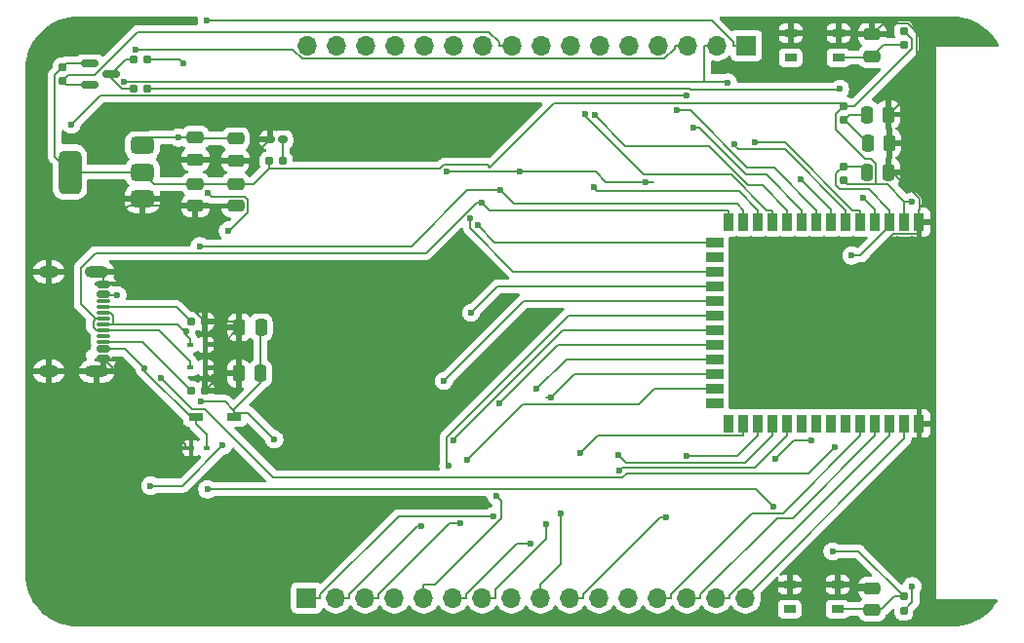
<source format=gbr>
%TF.GenerationSoftware,KiCad,Pcbnew,9.0.2*%
%TF.CreationDate,2025-09-05T17:13:16+02:00*%
%TF.ProjectId,LLM Business Card,4c4c4d20-4275-4736-996e-657373204361,rev?*%
%TF.SameCoordinates,Original*%
%TF.FileFunction,Copper,L1,Top*%
%TF.FilePolarity,Positive*%
%FSLAX46Y46*%
G04 Gerber Fmt 4.6, Leading zero omitted, Abs format (unit mm)*
G04 Created by KiCad (PCBNEW 9.0.2) date 2025-09-05 17:13:16*
%MOMM*%
%LPD*%
G01*
G04 APERTURE LIST*
G04 Aperture macros list*
%AMRoundRect*
0 Rectangle with rounded corners*
0 $1 Rounding radius*
0 $2 $3 $4 $5 $6 $7 $8 $9 X,Y pos of 4 corners*
0 Add a 4 corners polygon primitive as box body*
4,1,4,$2,$3,$4,$5,$6,$7,$8,$9,$2,$3,0*
0 Add four circle primitives for the rounded corners*
1,1,$1+$1,$2,$3*
1,1,$1+$1,$4,$5*
1,1,$1+$1,$6,$7*
1,1,$1+$1,$8,$9*
0 Add four rect primitives between the rounded corners*
20,1,$1+$1,$2,$3,$4,$5,0*
20,1,$1+$1,$4,$5,$6,$7,0*
20,1,$1+$1,$6,$7,$8,$9,0*
20,1,$1+$1,$8,$9,$2,$3,0*%
G04 Aperture macros list end*
%TA.AperFunction,SMDPad,CuDef*%
%ADD10RoundRect,0.160000X-0.222500X-0.160000X0.222500X-0.160000X0.222500X0.160000X-0.222500X0.160000X0*%
%TD*%
%TA.AperFunction,SMDPad,CuDef*%
%ADD11RoundRect,0.160000X-0.197500X-0.160000X0.197500X-0.160000X0.197500X0.160000X-0.197500X0.160000X0*%
%TD*%
%TA.AperFunction,SMDPad,CuDef*%
%ADD12RoundRect,0.250000X-0.475000X0.250000X-0.475000X-0.250000X0.475000X-0.250000X0.475000X0.250000X0*%
%TD*%
%TA.AperFunction,SMDPad,CuDef*%
%ADD13RoundRect,0.150000X-0.425000X0.150000X-0.425000X-0.150000X0.425000X-0.150000X0.425000X0.150000X0*%
%TD*%
%TA.AperFunction,SMDPad,CuDef*%
%ADD14RoundRect,0.075000X-0.500000X0.075000X-0.500000X-0.075000X0.500000X-0.075000X0.500000X0.075000X0*%
%TD*%
%TA.AperFunction,HeatsinkPad*%
%ADD15O,2.100000X1.000000*%
%TD*%
%TA.AperFunction,HeatsinkPad*%
%ADD16O,1.800000X1.000000*%
%TD*%
%TA.AperFunction,SMDPad,CuDef*%
%ADD17RoundRect,0.160000X-0.160000X0.197500X-0.160000X-0.197500X0.160000X-0.197500X0.160000X0.197500X0*%
%TD*%
%TA.AperFunction,SMDPad,CuDef*%
%ADD18RoundRect,0.250000X-0.250000X-0.475000X0.250000X-0.475000X0.250000X0.475000X-0.250000X0.475000X0*%
%TD*%
%TA.AperFunction,SMDPad,CuDef*%
%ADD19RoundRect,0.160000X0.197500X0.160000X-0.197500X0.160000X-0.197500X-0.160000X0.197500X-0.160000X0*%
%TD*%
%TA.AperFunction,ComponentPad*%
%ADD20R,1.700000X1.700000*%
%TD*%
%TA.AperFunction,ComponentPad*%
%ADD21O,1.700000X1.700000*%
%TD*%
%TA.AperFunction,SMDPad,CuDef*%
%ADD22R,0.480000X0.400000*%
%TD*%
%TA.AperFunction,SMDPad,CuDef*%
%ADD23R,0.900000X1.500000*%
%TD*%
%TA.AperFunction,SMDPad,CuDef*%
%ADD24R,1.500000X0.900000*%
%TD*%
%TA.AperFunction,HeatsinkPad*%
%ADD25C,0.600000*%
%TD*%
%TA.AperFunction,HeatsinkPad*%
%ADD26R,3.900000X3.900000*%
%TD*%
%TA.AperFunction,SMDPad,CuDef*%
%ADD27RoundRect,0.375000X0.625000X0.375000X-0.625000X0.375000X-0.625000X-0.375000X0.625000X-0.375000X0*%
%TD*%
%TA.AperFunction,SMDPad,CuDef*%
%ADD28RoundRect,0.500000X0.500000X1.400000X-0.500000X1.400000X-0.500000X-1.400000X0.500000X-1.400000X0*%
%TD*%
%TA.AperFunction,SMDPad,CuDef*%
%ADD29RoundRect,0.160000X0.160000X-0.197500X0.160000X0.197500X-0.160000X0.197500X-0.160000X-0.197500X0*%
%TD*%
%TA.AperFunction,SMDPad,CuDef*%
%ADD30RoundRect,0.150000X-0.587500X-0.150000X0.587500X-0.150000X0.587500X0.150000X-0.587500X0.150000X0*%
%TD*%
%TA.AperFunction,SMDPad,CuDef*%
%ADD31R,1.210000X0.730000*%
%TD*%
%TA.AperFunction,SMDPad,CuDef*%
%ADD32RoundRect,0.250000X0.475000X-0.250000X0.475000X0.250000X-0.475000X0.250000X-0.475000X-0.250000X0*%
%TD*%
%TA.AperFunction,SMDPad,CuDef*%
%ADD33R,1.050000X0.650000*%
%TD*%
%TA.AperFunction,ViaPad*%
%ADD34C,0.600000*%
%TD*%
%TA.AperFunction,Conductor*%
%ADD35C,0.200000*%
%TD*%
G04 APERTURE END LIST*
D10*
%TO.P,D5,1,K*%
%TO.N,GND*%
X121702500Y-111190000D03*
%TO.P,D5,2,A*%
%TO.N,Net-(D5-A)*%
X122847500Y-111190000D03*
%TD*%
D11*
%TO.P,R5,1*%
%TO.N,ESP_3V3*%
X121652500Y-113050000D03*
%TO.P,R5,2*%
%TO.N,Net-(D5-A)*%
X122847500Y-113050000D03*
%TD*%
%TO.P,R8,1*%
%TO.N,NEOPIXEL_DATA_IN*%
X109902500Y-106750000D03*
%TO.P,R8,2*%
%TO.N,Net-(D6-DIN)*%
X111097500Y-106750000D03*
%TD*%
%TO.P,R3,1*%
%TO.N,Net-(J1-CC1)*%
X114852500Y-127000000D03*
%TO.P,R3,2*%
%TO.N,GND*%
X116047500Y-127000000D03*
%TD*%
D12*
%TO.P,C8,1*%
%TO.N,ESP_3V3*%
X118750000Y-115050000D03*
%TO.P,C8,2*%
%TO.N,GND*%
X118750000Y-116950000D03*
%TD*%
D13*
%TO.P,J1,A1,GND*%
%TO.N,GND*%
X107255000Y-123800000D03*
%TO.P,J1,A4,VBUS*%
%TO.N,Net-(D1-PadA)*%
X107255000Y-124600000D03*
D14*
%TO.P,J1,A5,CC1*%
%TO.N,Net-(J1-CC1)*%
X107255000Y-125750000D03*
%TO.P,J1,A6,D+*%
%TO.N,D+*%
X107255000Y-126750000D03*
%TO.P,J1,A7,D-*%
%TO.N,D-*%
X107255000Y-127250000D03*
%TO.P,J1,A8,SBU1*%
%TO.N,unconnected-(J1-SBU1-PadA8)*%
X107255000Y-128250000D03*
D13*
%TO.P,J1,A9,VBUS*%
%TO.N,Net-(D1-PadA)*%
X107255000Y-129400000D03*
%TO.P,J1,A12,GND*%
%TO.N,GND*%
X107255000Y-130200000D03*
%TO.P,J1,B1,GND*%
X107255000Y-130200000D03*
%TO.P,J1,B4,VBUS*%
%TO.N,Net-(D1-PadA)*%
X107255000Y-129400000D03*
D14*
%TO.P,J1,B5,CC2*%
%TO.N,Net-(J1-CC2)*%
X107255000Y-128750000D03*
%TO.P,J1,B6,D+*%
%TO.N,D+*%
X107255000Y-127750000D03*
%TO.P,J1,B7,D-*%
%TO.N,D-*%
X107255000Y-126250000D03*
%TO.P,J1,B8,SBU2*%
%TO.N,unconnected-(J1-SBU2-PadB8)*%
X107255000Y-125250000D03*
D13*
%TO.P,J1,B9,VBUS*%
%TO.N,Net-(D1-PadA)*%
X107255000Y-124600000D03*
%TO.P,J1,B12,GND*%
%TO.N,GND*%
X107255000Y-123800000D03*
D15*
%TO.P,J1,S1,SHIELD*%
X106680000Y-122680000D03*
D16*
X102500000Y-122680000D03*
D15*
X106680000Y-131320000D03*
D16*
X102500000Y-131320000D03*
%TD*%
D17*
%TO.P,R2,1*%
%TO.N,ESP_3V3*%
X171500000Y-108305000D03*
%TO.P,R2,2*%
%TO.N,VCC_3V3*%
X171500000Y-109500000D03*
%TD*%
D18*
%TO.P,C11,1*%
%TO.N,GND*%
X119000000Y-131500000D03*
%TO.P,C11,2*%
%TO.N,VCC_5V*%
X120900000Y-131500000D03*
%TD*%
D19*
%TO.P,R14,1*%
%TO.N,VCC_5V*%
X111097500Y-104250000D03*
%TO.P,R14,2*%
%TO.N,NEOPIXEL_DATA_IN*%
X109902500Y-104250000D03*
%TD*%
D12*
%TO.P,C6,1*%
%TO.N,VCC_5V*%
X115250000Y-111000000D03*
%TO.P,C6,2*%
%TO.N,GND*%
X115250000Y-112900000D03*
%TD*%
D20*
%TO.P,J2,1,Pin_1*%
%TO.N,/GPIO4*%
X163080000Y-103000000D03*
D21*
%TO.P,J2,2,Pin_2*%
%TO.N,/GPIO5*%
X160540000Y-103000000D03*
%TO.P,J2,3,Pin_3*%
%TO.N,/GPIO6*%
X158000000Y-103000000D03*
%TO.P,J2,4,Pin_4*%
%TO.N,/GPIO7*%
X155460000Y-103000000D03*
%TO.P,J2,5,Pin_5*%
%TO.N,/GPIO15*%
X152920000Y-103000000D03*
%TO.P,J2,6,Pin_6*%
%TO.N,/GPIO16*%
X150380000Y-103000000D03*
%TO.P,J2,7,Pin_7*%
%TO.N,/GPIO17*%
X147840000Y-103000000D03*
%TO.P,J2,8,Pin_8*%
%TO.N,/GPIO18*%
X145300000Y-103000000D03*
%TO.P,J2,9,Pin_9*%
%TO.N,/GPIO8*%
X142760000Y-103000000D03*
%TO.P,J2,10,Pin_10*%
%TO.N,D-*%
X140220000Y-103000000D03*
%TO.P,J2,11,Pin_11*%
%TO.N,D+*%
X137680000Y-103000000D03*
%TO.P,J2,12,Pin_12*%
%TO.N,/GPIO3*%
X135140000Y-103000000D03*
%TO.P,J2,13,Pin_13*%
%TO.N,/GPIO9*%
X132600000Y-103000000D03*
%TO.P,J2,14,Pin_14*%
%TO.N,unconnected-(J2-Pin_14-Pad14)*%
X130060000Y-103000000D03*
%TO.P,J2,15,Pin_15*%
%TO.N,unconnected-(J2-Pin_15-Pad15)*%
X127520000Y-103000000D03*
%TO.P,J2,16,Pin_16*%
%TO.N,unconnected-(J2-Pin_16-Pad16)*%
X124980000Y-103000000D03*
%TD*%
D22*
%TO.P,D4,1*%
%TO.N,GND*%
X116110000Y-131000000D03*
%TO.P,D4,2*%
%TO.N,D+*%
X114790000Y-131000000D03*
%TD*%
D17*
%TO.P,R7,1*%
%TO.N,ESP_3V3*%
X176750000Y-101750000D03*
%TO.P,R7,2*%
%TO.N,/GPIO0*%
X176750000Y-102945000D03*
%TD*%
D22*
%TO.P,D3,1*%
%TO.N,GND*%
X116110000Y-129000000D03*
%TO.P,D3,2*%
%TO.N,D-*%
X114790000Y-129000000D03*
%TD*%
D23*
%TO.P,U1,1,GND*%
%TO.N,GND*%
X178080000Y-118350000D03*
%TO.P,U1,2,3V3*%
%TO.N,ESP_3V3*%
X176810000Y-118350000D03*
%TO.P,U1,3,EN*%
%TO.N,/CHIP_EN*%
X175540000Y-118350000D03*
%TO.P,U1,4,IO4*%
%TO.N,/GPIO4*%
X174270000Y-118350000D03*
%TO.P,U1,5,IO5*%
%TO.N,/GPIO5*%
X173000000Y-118350000D03*
%TO.P,U1,6,IO6*%
%TO.N,/GPIO6*%
X171730000Y-118350000D03*
%TO.P,U1,7,IO7*%
%TO.N,/GPIO7*%
X170460000Y-118350000D03*
%TO.P,U1,8,IO15*%
%TO.N,/GPIO15*%
X169190000Y-118350000D03*
%TO.P,U1,9,IO16*%
%TO.N,/GPIO16*%
X167920000Y-118350000D03*
%TO.P,U1,10,IO17*%
%TO.N,/GPIO17*%
X166650000Y-118350000D03*
%TO.P,U1,11,IO18*%
%TO.N,/GPIO18*%
X165380000Y-118350000D03*
%TO.P,U1,12,IO8*%
%TO.N,/GPIO8*%
X164110000Y-118350000D03*
%TO.P,U1,13,USB_D-*%
%TO.N,D-*%
X162840000Y-118350000D03*
%TO.P,U1,14,USB_D+*%
%TO.N,D+*%
X161570000Y-118350000D03*
D24*
%TO.P,U1,15,IO3*%
%TO.N,/GPIO3*%
X160320000Y-120115000D03*
%TO.P,U1,16,IO46*%
%TO.N,unconnected-(U1-IO46-Pad16)*%
X160320000Y-121385000D03*
%TO.P,U1,17,IO9*%
%TO.N,/GPIO9*%
X160320000Y-122655000D03*
%TO.P,U1,18,IO10*%
%TO.N,/GPIO10*%
X160320000Y-123925000D03*
%TO.P,U1,19,IO11*%
%TO.N,/GPIO11*%
X160320000Y-125195000D03*
%TO.P,U1,20,IO12*%
%TO.N,/GPIO12*%
X160320000Y-126465000D03*
%TO.P,U1,21,IO13*%
%TO.N,/GPIO13*%
X160320000Y-127735000D03*
%TO.P,U1,22,IO14*%
%TO.N,/GPIO14*%
X160320000Y-129005000D03*
%TO.P,U1,23,IO21*%
%TO.N,/GPIO21*%
X160320000Y-130275000D03*
%TO.P,U1,24,IO47*%
%TO.N,/GPIO47*%
X160320000Y-131545000D03*
%TO.P,U1,25,IO48*%
%TO.N,/GPIO48*%
X160320000Y-132815000D03*
%TO.P,U1,26,IO45*%
%TO.N,unconnected-(U1-IO45-Pad26)*%
X160320000Y-134085000D03*
D23*
%TO.P,U1,27,IO0*%
%TO.N,unconnected-(U1-IO0-Pad27)*%
X161570000Y-135850000D03*
%TO.P,U1,28,IO35*%
%TO.N,/GPIO35*%
X162840000Y-135850000D03*
%TO.P,U1,29,IO36*%
%TO.N,/GPIO36*%
X164110000Y-135850000D03*
%TO.P,U1,30,IO37*%
%TO.N,/GPIO37*%
X165380000Y-135850000D03*
%TO.P,U1,31,IO38*%
%TO.N,/GPIO38*%
X166650000Y-135850000D03*
%TO.P,U1,32,IO39*%
%TO.N,unconnected-(U1-IO39-Pad32)*%
X167920000Y-135850000D03*
%TO.P,U1,33,IO40*%
%TO.N,unconnected-(U1-IO40-Pad33)*%
X169190000Y-135850000D03*
%TO.P,U1,34,IO41*%
%TO.N,unconnected-(U1-IO41-Pad34)*%
X170460000Y-135850000D03*
%TO.P,U1,35,IO42*%
%TO.N,unconnected-(U1-IO42-Pad35)*%
X171730000Y-135850000D03*
%TO.P,U1,36,RXD0*%
%TO.N,/RX_0*%
X173000000Y-135850000D03*
%TO.P,U1,37,TXD0*%
%TO.N,/TX_0*%
X174270000Y-135850000D03*
%TO.P,U1,38,IO2*%
%TO.N,/GPIO2*%
X175540000Y-135850000D03*
%TO.P,U1,39,IO1*%
%TO.N,/GPIO1*%
X176810000Y-135850000D03*
%TO.P,U1,40,GND*%
%TO.N,GND*%
X178080000Y-135850000D03*
D25*
%TO.P,U1,41,GND*%
X171060000Y-124200000D03*
X169660000Y-124200000D03*
X171760000Y-124900000D03*
X170360000Y-124900000D03*
X168960000Y-124900000D03*
X171060000Y-125600000D03*
D26*
X170360000Y-125600000D03*
D25*
X169660000Y-125600000D03*
X171760000Y-126300000D03*
X170360000Y-126300000D03*
X168960000Y-126300000D03*
X171060000Y-127000000D03*
X169660000Y-127000000D03*
%TD*%
D17*
%TO.P,R13,1*%
%TO.N,ESP_3V3*%
X103687500Y-104902500D03*
%TO.P,R13,2*%
%TO.N,/GPIO8*%
X103687500Y-106097500D03*
%TD*%
D12*
%TO.P,C5,1*%
%TO.N,VCC_5V*%
X118750000Y-111100000D03*
%TO.P,C5,2*%
%TO.N,GND*%
X118750000Y-113000000D03*
%TD*%
D20*
%TO.P,J3,1,Pin_1*%
%TO.N,/GPIO10*%
X124900000Y-151000000D03*
D21*
%TO.P,J3,2,Pin_2*%
%TO.N,/GPIO11*%
X127440000Y-151000000D03*
%TO.P,J3,3,Pin_3*%
%TO.N,/GPIO12*%
X129980000Y-151000000D03*
%TO.P,J3,4,Pin_4*%
%TO.N,/GPIO13*%
X132520000Y-151000000D03*
%TO.P,J3,5,Pin_5*%
%TO.N,/GPIO14*%
X135060000Y-151000000D03*
%TO.P,J3,6,Pin_6*%
%TO.N,/GPIO21*%
X137600000Y-151000000D03*
%TO.P,J3,7,Pin_7*%
%TO.N,/GPIO47*%
X140140000Y-151000000D03*
%TO.P,J3,8,Pin_8*%
%TO.N,/GPIO48*%
X142680000Y-151000000D03*
%TO.P,J3,9,Pin_9*%
%TO.N,/GPIO35*%
X145220000Y-151000000D03*
%TO.P,J3,10,Pin_10*%
%TO.N,/GPIO36*%
X147760000Y-151000000D03*
%TO.P,J3,11,Pin_11*%
%TO.N,/GPIO37*%
X150300000Y-151000000D03*
%TO.P,J3,12,Pin_12*%
%TO.N,/GPIO38*%
X152840000Y-151000000D03*
%TO.P,J3,13,Pin_13*%
%TO.N,/RX_0*%
X155380000Y-151000000D03*
%TO.P,J3,14,Pin_14*%
%TO.N,/TX_0*%
X157920000Y-151000000D03*
%TO.P,J3,15,Pin_15*%
%TO.N,/GPIO2*%
X160460000Y-151000000D03*
%TO.P,J3,16,Pin_16*%
%TO.N,/GPIO1*%
X163000000Y-151000000D03*
%TD*%
D18*
%TO.P,C4,1*%
%TO.N,GND*%
X119050000Y-127500000D03*
%TO.P,C4,2*%
%TO.N,VCC_5V*%
X120950000Y-127500000D03*
%TD*%
%TO.P,C2,1*%
%TO.N,VCC_3V3*%
X173600000Y-111500000D03*
%TO.P,C2,2*%
%TO.N,GND*%
X175500000Y-111500000D03*
%TD*%
D27*
%TO.P,U2,1,GND*%
%TO.N,GND*%
X110650000Y-116300000D03*
%TO.P,U2,2,VO*%
%TO.N,ESP_3V3*%
X110650000Y-114000000D03*
D28*
X104350000Y-114000000D03*
D27*
%TO.P,U2,3,VI*%
%TO.N,VCC_5V*%
X110650000Y-111700000D03*
%TD*%
D29*
%TO.P,R6,1*%
%TO.N,ESP_3V3*%
X176750000Y-152097500D03*
%TO.P,R6,2*%
%TO.N,/CHIP_EN*%
X176750000Y-150902500D03*
%TD*%
D22*
%TO.P,D2,1*%
%TO.N,Net-(D1-PadA)*%
X116200000Y-138000000D03*
%TO.P,D2,2*%
%TO.N,GND*%
X114880000Y-138000000D03*
%TD*%
D30*
%TO.P,Q1,1,G*%
%TO.N,ESP_3V3*%
X106062500Y-104550000D03*
%TO.P,Q1,2,S*%
%TO.N,/GPIO8*%
X106062500Y-106450000D03*
%TO.P,Q1,3,D*%
%TO.N,NEOPIXEL_DATA_IN*%
X107937500Y-105500000D03*
%TD*%
D18*
%TO.P,C1,1*%
%TO.N,/CHIP_EN*%
X173550000Y-114000000D03*
%TO.P,C1,2*%
%TO.N,GND*%
X175450000Y-114000000D03*
%TD*%
D11*
%TO.P,R4,1*%
%TO.N,Net-(J1-CC2)*%
X114852500Y-133000000D03*
%TO.P,R4,2*%
%TO.N,GND*%
X116047500Y-133000000D03*
%TD*%
D18*
%TO.P,C3,1*%
%TO.N,VCC_3V3*%
X173550000Y-109000000D03*
%TO.P,C3,2*%
%TO.N,GND*%
X175450000Y-109000000D03*
%TD*%
D12*
%TO.P,C7,1*%
%TO.N,ESP_3V3*%
X115250000Y-115050000D03*
%TO.P,C7,2*%
%TO.N,GND*%
X115250000Y-116950000D03*
%TD*%
D29*
%TO.P,R1,1*%
%TO.N,ESP_3V3*%
X171500000Y-114695000D03*
%TO.P,R1,2*%
%TO.N,/CHIP_EN*%
X171500000Y-113500000D03*
%TD*%
D31*
%TO.P,D1,A*%
%TO.N,Net-(D1-PadA)*%
X115270000Y-135250000D03*
%TO.P,D1,C*%
%TO.N,VCC_5V*%
X118630000Y-135250000D03*
%TD*%
D32*
%TO.P,C9,1*%
%TO.N,/CHIP_EN*%
X174000000Y-152062500D03*
%TO.P,C9,2*%
%TO.N,GND*%
X174000000Y-150162500D03*
%TD*%
D33*
%TO.P,SW1,1*%
%TO.N,GND*%
X166850000Y-149850000D03*
%TO.P,SW1,2*%
X171000000Y-149850000D03*
%TO.P,SW1,3*%
%TO.N,unconnected-(SW1-Pad3)*%
X166850000Y-152000000D03*
%TO.P,SW1,4*%
%TO.N,/CHIP_EN*%
X171000000Y-152000000D03*
%TD*%
%TO.P,SW2,1*%
%TO.N,GND*%
X166925000Y-101925000D03*
%TO.P,SW2,2*%
X171075000Y-101925000D03*
%TO.P,SW2,3*%
%TO.N,unconnected-(SW2-Pad3)*%
X166925000Y-104075000D03*
%TO.P,SW2,4*%
%TO.N,/GPIO0*%
X171075000Y-104075000D03*
%TD*%
D32*
%TO.P,C10,1*%
%TO.N,/GPIO0*%
X174000000Y-103950000D03*
%TO.P,C10,2*%
%TO.N,GND*%
X174000000Y-102050000D03*
%TD*%
D34*
%TO.N,/CHIP_EN*%
X170567700Y-146968200D03*
X172229800Y-121266900D03*
%TO.N,GND*%
X169795300Y-149850000D03*
X117035100Y-132014100D03*
X120091800Y-113404200D03*
X112151700Y-112735800D03*
%TO.N,VCC_5V*%
X113770400Y-111000000D03*
X154338500Y-114846900D03*
X114221300Y-104575300D03*
X143377300Y-113976400D03*
X137056300Y-113976400D03*
X115752400Y-133975000D03*
X122085000Y-137224900D03*
%TO.N,ESP_3V3*%
X177483100Y-116545000D03*
X177483100Y-150000000D03*
%TO.N,D-*%
X115605200Y-120445800D03*
X114422100Y-127873100D03*
X141707500Y-115588500D03*
%TO.N,D+*%
X140103500Y-116655100D03*
%TO.N,Net-(D6-DIN)*%
X171209700Y-106792200D03*
%TO.N,/NeoPixel/LINE1_OUT*%
X170731000Y-137881600D03*
X112282700Y-131915800D03*
%TO.N,Net-(D20-DOUT)*%
X165610100Y-138928200D03*
X168714100Y-137351200D03*
%TO.N,/NeoPixel/LINE2_OUT*%
X116301700Y-141572500D03*
X165387000Y-143062300D03*
%TO.N,Net-(D42-DOUT)*%
X118082500Y-119108800D03*
X116297800Y-115803200D03*
X117627500Y-137766900D03*
X111363400Y-141262800D03*
%TO.N,/GPIO4*%
X173225700Y-116227500D03*
X116248800Y-100862000D03*
%TO.N,/GPIO12*%
X138246300Y-144522300D03*
X137212600Y-139557700D03*
%TO.N,/GPIO7*%
X157891500Y-107374900D03*
X167804700Y-114625000D03*
X104494700Y-109883100D03*
%TO.N,/GPIO9*%
X139100000Y-118049300D03*
%TO.N,/GPIO14*%
X141378800Y-142180800D03*
X141631700Y-134114400D03*
%TO.N,/GPIO8*%
X149818800Y-115313500D03*
%TO.N,/GPIO6*%
X110070700Y-103340400D03*
X162019700Y-111621600D03*
%TO.N,/GPIO3*%
X139745700Y-118613300D03*
%TO.N,/GPIO16*%
X158510200Y-110121200D03*
%TO.N,/GPIO11*%
X136814700Y-132156200D03*
X134888200Y-144769000D03*
%TO.N,/GPIO13*%
X137658900Y-137332200D03*
%TO.N,/GPIO10*%
X139177000Y-126228300D03*
X141142500Y-143894600D03*
%TO.N,/GPIO15*%
X157056800Y-108638300D03*
%TO.N,/GPIO5*%
X161477600Y-106228800D03*
X109074600Y-106122300D03*
X163808800Y-111431400D03*
%TO.N,/GPIO21*%
X144314800Y-146324200D03*
X144844200Y-132863800D03*
%TO.N,/GPIO48*%
X138801300Y-138997300D03*
%TO.N,/GPIO18*%
X149065200Y-108924200D03*
%TO.N,/GPIO17*%
X149898900Y-109036300D03*
%TO.N,/GPIO37*%
X151945000Y-138618800D03*
%TO.N,/GPIO36*%
X156070400Y-144024900D03*
X157863800Y-138707100D03*
%TO.N,/GPIO38*%
X152063200Y-139947900D03*
%TO.N,/GPIO47*%
X145718300Y-144570200D03*
X146156000Y-133557800D03*
%TO.N,/GPIO35*%
X146996000Y-143693700D03*
X148672500Y-138410100D03*
%TO.N,Net-(D1-PadA)*%
X110822800Y-131083000D03*
X108474600Y-124736500D03*
%TD*%
D35*
%TO.N,/CHIP_EN*%
X170862400Y-115147600D02*
X170862400Y-114137600D01*
X175540000Y-118350000D02*
X175540000Y-118706700D01*
X171000000Y-152000000D02*
X172468800Y-152000000D01*
X173050000Y-113500000D02*
X171500000Y-113500000D01*
X172815700Y-146968200D02*
X176750000Y-150902500D01*
X171206000Y-115491200D02*
X170862400Y-115147600D01*
X175540000Y-117298300D02*
X173732900Y-115491200D01*
X173937500Y-152000000D02*
X174000000Y-152062500D01*
X175540000Y-118350000D02*
X175540000Y-117298300D01*
X172468800Y-152000000D02*
X173937500Y-152000000D01*
X170567700Y-146968200D02*
X172815700Y-146968200D01*
X173732900Y-115491200D02*
X171206000Y-115491200D01*
X175957100Y-150902500D02*
X176750000Y-150902500D01*
X174859600Y-152000000D02*
X175957100Y-150902500D01*
X175540000Y-118706700D02*
X172979800Y-121266900D01*
X170862400Y-114137600D02*
X171500000Y-113500000D01*
X172979800Y-121266900D02*
X172229800Y-121266900D01*
X172468800Y-152000000D02*
X174859600Y-152000000D01*
X173550000Y-114000000D02*
X173050000Y-113500000D01*
%TO.N,GND*%
X178080000Y-134020000D02*
X171060000Y-127000000D01*
X178084800Y-117293500D02*
X178084800Y-116295800D01*
X174000000Y-102050000D02*
X174961200Y-101088800D01*
X116476100Y-132571400D02*
X116477800Y-132571400D01*
X112151700Y-112735800D02*
X115085800Y-112735800D01*
X107255000Y-123220800D02*
X107255000Y-123800000D01*
X119992500Y-113304900D02*
X120091800Y-113404200D01*
X166850000Y-149850000D02*
X169795300Y-149850000D01*
X116486300Y-132562900D02*
X116486300Y-132561200D01*
X117547500Y-131500000D02*
X119000000Y-131500000D01*
X175789000Y-114000000D02*
X175450000Y-114000000D01*
X171060000Y-124200000D02*
X175858300Y-119401700D01*
X116479500Y-132569700D02*
X116479500Y-132568000D01*
X175475000Y-111500000D02*
X175475000Y-113975000D01*
X175858300Y-119401700D02*
X178080000Y-119401700D01*
X116481200Y-132568000D02*
X116481200Y-132566300D01*
X177119900Y-101088800D02*
X177883100Y-101852000D01*
X116484600Y-132564600D02*
X116484600Y-132562900D01*
X116482900Y-132564600D02*
X116484600Y-132564600D01*
X115250000Y-112900000D02*
X118410600Y-112900000D01*
X116047500Y-127000000D02*
X116047500Y-126964000D01*
X120091800Y-113404200D02*
X119992500Y-113304900D01*
X118750000Y-116950000D02*
X115250000Y-116950000D01*
X116460800Y-132586700D02*
X116462500Y-132586700D01*
X117550000Y-129000000D02*
X116110000Y-129000000D01*
X108031700Y-131320000D02*
X108031700Y-130976700D01*
X171060000Y-124200000D02*
X169660000Y-124200000D01*
X116467600Y-132579900D02*
X116469300Y-132579900D01*
X118650000Y-112900000D02*
X118750000Y-113000000D01*
X106738500Y-131320000D02*
X108031700Y-131320000D01*
X118410600Y-112900000D02*
X119992500Y-112900000D01*
X175450000Y-109000000D02*
X175450000Y-111475000D01*
X178080000Y-135850000D02*
X178080000Y-134020000D01*
X116471000Y-132576500D02*
X116472700Y-132576500D01*
X109431700Y-116950000D02*
X103701700Y-122680000D01*
X111300000Y-116950000D02*
X110650000Y-116300000D01*
X111763500Y-122680000D02*
X107795800Y-122680000D01*
X116465900Y-132583300D02*
X116465900Y-132581600D01*
X116472700Y-132574800D02*
X116474400Y-132574800D01*
X175475000Y-111500000D02*
X175500000Y-111500000D01*
X116491400Y-132556100D02*
X116493100Y-132556100D01*
X116462500Y-132585000D02*
X116464200Y-132585000D01*
X116477800Y-132571400D02*
X116477800Y-132569700D01*
X116827900Y-132219600D02*
X117547500Y-131500000D01*
X118550000Y-127000000D02*
X116047500Y-127000000D01*
X171075000Y-101925000D02*
X173875000Y-101925000D01*
X169660000Y-125600000D02*
X170360000Y-125600000D01*
X114338300Y-138000000D02*
X114338300Y-137626600D01*
X116110000Y-131501700D02*
X116827900Y-132219600D01*
X171760000Y-126300000D02*
X170360000Y-126300000D01*
X111923400Y-116950000D02*
X111300000Y-116950000D01*
X116469300Y-132578200D02*
X116471000Y-132578200D01*
X115250000Y-116950000D02*
X111923400Y-116950000D01*
X173875000Y-101925000D02*
X174000000Y-102050000D01*
X116474400Y-132573100D02*
X116476100Y-132573100D01*
X169795300Y-149850000D02*
X171000000Y-149850000D01*
X178084800Y-116295800D02*
X175789000Y-114000000D01*
X116488000Y-132559500D02*
X116489700Y-132559500D01*
X118410600Y-112900000D02*
X118650000Y-112900000D01*
X111923400Y-116950000D02*
X109431700Y-116950000D01*
X177883100Y-106566900D02*
X175450000Y-109000000D01*
X116489700Y-132559500D02*
X116489700Y-132557800D01*
X116486300Y-132561200D02*
X116488000Y-132561200D01*
X116491400Y-132557800D02*
X116491400Y-132556100D01*
X178080000Y-118350000D02*
X178080000Y-119401700D01*
X119050000Y-127500000D02*
X118550000Y-127000000D01*
X116047500Y-133000000D02*
X116460800Y-132586700D01*
X116474400Y-132574800D02*
X116474400Y-132573100D01*
X116482900Y-132566300D02*
X116482900Y-132564600D01*
X119992500Y-112900000D02*
X119992500Y-113304900D01*
X116484600Y-132562900D02*
X116486300Y-132562900D01*
X119992500Y-113304900D02*
X120091800Y-113404200D01*
X107795800Y-122680000D02*
X107255000Y-123220800D01*
X174961200Y-101088800D02*
X177119900Y-101088800D01*
X116476100Y-132573100D02*
X116476100Y-132571400D01*
X116479500Y-132568000D02*
X116481200Y-132568000D01*
X116110000Y-129000000D02*
X116110000Y-131000000D01*
X102500000Y-122680000D02*
X103701700Y-122680000D01*
X119992500Y-112900000D02*
X121702500Y-111190000D01*
X106738500Y-131320000D02*
X102500000Y-131320000D01*
X116488000Y-132561200D02*
X116488000Y-132559500D01*
X177883100Y-101852000D02*
X177883100Y-106566900D01*
X166925000Y-101925000D02*
X171075000Y-101925000D01*
X116489700Y-132557800D02*
X116491400Y-132557800D01*
X116469300Y-132579900D02*
X116469300Y-132578200D01*
X171000000Y-149850000D02*
X173687500Y-149850000D01*
X175450000Y-111475000D02*
X175475000Y-111500000D01*
X173687500Y-149850000D02*
X174000000Y-150162500D01*
X116462500Y-132586700D02*
X116462500Y-132585000D01*
X114880000Y-138000000D02*
X114338300Y-138000000D01*
X116047500Y-126964000D02*
X111763500Y-122680000D01*
X116110000Y-131000000D02*
X116110000Y-131501700D01*
X168960000Y-126300000D02*
X170360000Y-126300000D01*
X116464200Y-132585000D02*
X116464200Y-132583300D01*
X115085800Y-112735800D02*
X115250000Y-112900000D01*
X108031700Y-130976700D02*
X107255000Y-130200000D01*
X116465900Y-132581600D02*
X116467600Y-132581600D01*
X175475000Y-113975000D02*
X175450000Y-114000000D01*
X178080000Y-117298300D02*
X178084800Y-117293500D01*
X116471000Y-132578200D02*
X116471000Y-132576500D01*
X116491400Y-132556100D02*
X116827900Y-132219600D01*
X116467600Y-132581600D02*
X116467600Y-132579900D01*
X116481200Y-132566300D02*
X116482900Y-132566300D01*
X178080000Y-118350000D02*
X178080000Y-117298300D01*
X116464200Y-132583300D02*
X116465900Y-132583300D01*
X106680000Y-131320000D02*
X106738500Y-131320000D01*
X114338300Y-137626600D02*
X108031700Y-131320000D01*
X171060000Y-125600000D02*
X170360000Y-125600000D01*
X119050000Y-127500000D02*
X117550000Y-129000000D01*
X116477800Y-132569700D02*
X116479500Y-132569700D01*
X116493100Y-132556100D02*
X117035100Y-132014100D01*
X106680000Y-122680000D02*
X107795800Y-122680000D01*
X116472700Y-132576500D02*
X116472700Y-132574800D01*
%TO.N,VCC_3V3*%
X173550000Y-109000000D02*
X172000000Y-109000000D01*
X171500000Y-109500000D02*
X171600000Y-109500000D01*
X172000000Y-109000000D02*
X171500000Y-109500000D01*
X171600000Y-109500000D02*
X173600000Y-111500000D01*
%TO.N,VCC_5V*%
X143377300Y-113976400D02*
X150028300Y-113976400D01*
X118630000Y-135250000D02*
X118630000Y-134916600D01*
X111097500Y-104250000D02*
X113896000Y-104250000D01*
X113770400Y-111000000D02*
X115250000Y-111000000D01*
X120900000Y-132313300D02*
X118630000Y-134583300D01*
X155000000Y-114846900D02*
X154338500Y-114846900D01*
X118750000Y-111100000D02*
X115350000Y-111100000D01*
X119776700Y-134916600D02*
X122085000Y-137224900D01*
X143377300Y-113976400D02*
X137056300Y-113976400D01*
X117855100Y-133975000D02*
X115752400Y-133975000D01*
X118630000Y-134916600D02*
X118630000Y-134749900D01*
X120950000Y-127500000D02*
X120900000Y-127550000D01*
X120900000Y-127550000D02*
X120900000Y-131500000D01*
X120900000Y-131500000D02*
X120900000Y-132313300D01*
X118630000Y-134916600D02*
X119776700Y-134916600D01*
X113896000Y-104250000D02*
X114221300Y-104575300D01*
X115350000Y-111100000D02*
X115250000Y-111000000D01*
X118630000Y-134749900D02*
X118630000Y-134583300D01*
X118630000Y-134749900D02*
X117855100Y-133975000D01*
X111350000Y-111000000D02*
X113770400Y-111000000D01*
X110650000Y-111700000D02*
X111350000Y-111000000D01*
X150028300Y-113976400D02*
X150898800Y-114846900D01*
X154338500Y-114846900D02*
X155000000Y-114846900D01*
X150898800Y-114846900D02*
X154338500Y-114846900D01*
%TO.N,ESP_3V3*%
X103687500Y-104902500D02*
X103044300Y-105545700D01*
X140617700Y-113374700D02*
X136807200Y-113374700D01*
X177483100Y-150000000D02*
X177483100Y-151364400D01*
X172417800Y-108305000D02*
X171500000Y-108305000D01*
X176810000Y-116545000D02*
X177483100Y-116545000D01*
X136491300Y-113690600D02*
X121652500Y-113690600D01*
X140868100Y-113524300D02*
X140817700Y-113574700D01*
X140868100Y-113524300D02*
X140817700Y-113574700D01*
X106062500Y-104550000D02*
X104040000Y-104550000D01*
X104350000Y-114000000D02*
X110650000Y-114000000D01*
X140817700Y-113574700D02*
X140617700Y-113374700D01*
X170842300Y-108962700D02*
X171500000Y-108305000D01*
X111700000Y-115050000D02*
X110650000Y-114000000D01*
X120293100Y-115050000D02*
X118750000Y-115050000D01*
X173902600Y-112841700D02*
X173394900Y-112841700D01*
X174353400Y-115089500D02*
X171894500Y-115089500D01*
X103044300Y-105545700D02*
X103044300Y-112694300D01*
X171894500Y-115089500D02*
X171500000Y-114695000D01*
X176810000Y-118350000D02*
X176810000Y-117298300D01*
X173394900Y-112841700D02*
X170842300Y-110289100D01*
X104040000Y-104550000D02*
X103687500Y-104902500D01*
X170842300Y-110289100D02*
X170842300Y-108962700D01*
X121652500Y-113690600D02*
X120293100Y-115050000D01*
X118750000Y-115050000D02*
X115250000Y-115050000D01*
X103044300Y-112694300D02*
X104350000Y-114000000D01*
X177434100Y-103288700D02*
X172417800Y-108305000D01*
X121652500Y-113050000D02*
X121652500Y-113690600D01*
X140868100Y-113524300D02*
X146355800Y-108036600D01*
X176810000Y-117298300D02*
X176810000Y-116545000D01*
X177434100Y-102434100D02*
X177434100Y-103288700D01*
X176750000Y-101750000D02*
X177434100Y-102434100D01*
X146355800Y-108036600D02*
X171231600Y-108036600D01*
X175354500Y-115089500D02*
X176810000Y-116545000D01*
X136807200Y-113374700D02*
X136491300Y-113690600D01*
X174353400Y-115089500D02*
X174353400Y-113292500D01*
X174353400Y-115089500D02*
X175354500Y-115089500D01*
X177483100Y-151364400D02*
X176750000Y-152097500D01*
X174353400Y-113292500D02*
X173902600Y-112841700D01*
X171231600Y-108036600D02*
X171500000Y-108305000D01*
X115250000Y-115050000D02*
X111700000Y-115050000D01*
%TO.N,/GPIO0*%
X171075000Y-104075000D02*
X173875000Y-104075000D01*
X176750000Y-102945000D02*
X175005000Y-102945000D01*
X175005000Y-102945000D02*
X174000000Y-103950000D01*
X173875000Y-104075000D02*
X174000000Y-103950000D01*
%TO.N,D-*%
X114365900Y-127929300D02*
X114365900Y-128074200D01*
X162840000Y-117298300D02*
X162291200Y-116749500D01*
X107255000Y-127250000D02*
X108145900Y-127250000D01*
X142868500Y-116749500D02*
X141707500Y-115588500D01*
X113686600Y-127250000D02*
X114365900Y-127929300D01*
X114365900Y-127929300D02*
X114422100Y-127873100D01*
X115605200Y-120445800D02*
X133999800Y-120445800D01*
X162291200Y-116749500D02*
X142868500Y-116749500D01*
X114790000Y-129000000D02*
X114790000Y-128498300D01*
X162840000Y-118350000D02*
X162840000Y-117298300D01*
X108145900Y-126521700D02*
X107874200Y-126250000D01*
X114365900Y-128074200D02*
X114790000Y-128498300D01*
X133999800Y-120445800D02*
X138857100Y-115588500D01*
X138857100Y-115588500D02*
X141707500Y-115588500D01*
X108145900Y-127250000D02*
X108145900Y-126521700D01*
X107874200Y-126250000D02*
X107255000Y-126250000D01*
X108145900Y-127250000D02*
X113686600Y-127250000D01*
%TO.N,D+*%
X112041700Y-127750000D02*
X107255000Y-127750000D01*
X106371000Y-127488800D02*
X106632200Y-127750000D01*
X140746700Y-117298300D02*
X140103500Y-116655100D01*
X106632200Y-127750000D02*
X107255000Y-127750000D01*
X106572200Y-126750000D02*
X105298400Y-125476200D01*
X161570000Y-118350000D02*
X161570000Y-117298300D01*
X106371000Y-126951200D02*
X106371000Y-127488800D01*
X114790000Y-131000000D02*
X114790000Y-130498300D01*
X106564600Y-121047500D02*
X135251000Y-121047500D01*
X161570000Y-117298300D02*
X140746700Y-117298300D01*
X114790000Y-130498300D02*
X112041700Y-127750000D01*
X139643400Y-116655100D02*
X140103500Y-116655100D01*
X107255000Y-126750000D02*
X106572200Y-126750000D01*
X105298400Y-122313700D02*
X106564600Y-121047500D01*
X105298400Y-125476200D02*
X105298400Y-122313700D01*
X135251000Y-121047500D02*
X139643400Y-116655100D01*
X106572200Y-126750000D02*
X106371000Y-126951200D01*
%TO.N,Net-(D5-A)*%
X122847500Y-113050000D02*
X122847500Y-111190000D01*
%TO.N,Net-(D6-DIN)*%
X158198000Y-106830500D02*
X158117500Y-106750000D01*
X171171400Y-106830500D02*
X158198000Y-106830500D01*
X171209700Y-106792200D02*
X171171400Y-106830500D01*
X158117500Y-106750000D02*
X111097500Y-106750000D01*
%TO.N,/NeoPixel/LINE1_OUT*%
X168453200Y-140159400D02*
X170731000Y-137881600D01*
X112282700Y-131915800D02*
X114943600Y-134576700D01*
X152702500Y-140159500D02*
X152702500Y-140159400D01*
X152312400Y-140549600D02*
X152702500Y-140159500D01*
X122021700Y-140549600D02*
X152312400Y-140549600D01*
X152702500Y-140159400D02*
X168453200Y-140159400D01*
X114943600Y-134576700D02*
X116048800Y-134576700D01*
X116048800Y-134576700D02*
X122021700Y-140549600D01*
%TO.N,Net-(D20-DOUT)*%
X167187100Y-137351200D02*
X168714100Y-137351200D01*
X165610100Y-138928200D02*
X167187100Y-137351200D01*
%TO.N,/NeoPixel/LINE2_OUT*%
X116301700Y-141572500D02*
X163897200Y-141572500D01*
X163897200Y-141572500D02*
X165387000Y-143062300D01*
%TO.N,Net-(D42-DOUT)*%
X118082500Y-119108800D02*
X118218400Y-119108800D01*
X116641900Y-116147300D02*
X116297800Y-115803200D01*
X111363400Y-141262800D02*
X114131600Y-141262800D01*
X119777700Y-117549500D02*
X119777700Y-116412700D01*
X114131600Y-141262800D02*
X117627500Y-137766900D01*
X118218400Y-119108800D02*
X119777700Y-117549500D01*
X119777700Y-116412700D02*
X119512300Y-116147300D01*
X119512300Y-116147300D02*
X116641900Y-116147300D01*
%TO.N,Net-(J1-CC2)*%
X107255000Y-128750000D02*
X110602500Y-128750000D01*
X110602500Y-128750000D02*
X114852500Y-133000000D01*
%TO.N,Net-(J1-CC1)*%
X107255000Y-125750000D02*
X113602500Y-125750000D01*
X113602500Y-125750000D02*
X114852500Y-127000000D01*
%TO.N,/GPIO4*%
X116248800Y-100862000D02*
X160078200Y-100862000D01*
X161928300Y-102712100D02*
X161928300Y-103000000D01*
X174270000Y-118350000D02*
X174270000Y-117271800D01*
X174270000Y-117271800D02*
X173225700Y-116227500D01*
X163080000Y-103000000D02*
X161928300Y-103000000D01*
X160078200Y-100862000D02*
X161928300Y-102712100D01*
%TO.N,/GPIO12*%
X131131700Y-151000000D02*
X131131700Y-150712100D01*
X137039300Y-139384400D02*
X137212600Y-139557700D01*
X131131700Y-150712100D02*
X137321500Y-144522300D01*
X137321500Y-144522300D02*
X138246300Y-144522300D01*
X129980000Y-151000000D02*
X131131700Y-151000000D01*
X147646800Y-126465000D02*
X137039300Y-137072500D01*
X137039300Y-137072500D02*
X137039300Y-139384400D01*
X160320000Y-126465000D02*
X147646800Y-126465000D01*
%TO.N,/GPIO7*%
X170460000Y-118350000D02*
X170460000Y-117280300D01*
X157891500Y-107374900D02*
X107002900Y-107374900D01*
X170460000Y-117280300D02*
X167804700Y-114625000D01*
X107002900Y-107374900D02*
X104494700Y-109883100D01*
%TO.N,/GPIO9*%
X160320000Y-122655000D02*
X142859000Y-122655000D01*
X139100000Y-118896000D02*
X139100000Y-118049300D01*
X142859000Y-122655000D02*
X139100000Y-118896000D01*
%TO.N,/GPIO1*%
X163000000Y-151000000D02*
X176810000Y-137190000D01*
X176810000Y-137190000D02*
X176810000Y-135850000D01*
%TO.N,/GPIO14*%
X135060000Y-151000000D02*
X135060000Y-149848300D01*
X141785100Y-142587100D02*
X141378800Y-142180800D01*
X136067700Y-149848300D02*
X141785100Y-144130900D01*
X146741100Y-129005000D02*
X160320000Y-129005000D01*
X141785100Y-144130900D02*
X141785100Y-142587100D01*
X135060000Y-149848300D02*
X136067700Y-149848300D01*
X141631700Y-134114400D02*
X146741100Y-129005000D01*
%TO.N,/GPIO8*%
X140710300Y-101814100D02*
X110236000Y-101814100D01*
X162446700Y-115635000D02*
X150140300Y-115635000D01*
X110236000Y-101814100D02*
X106489300Y-105560800D01*
X164110000Y-118350000D02*
X164110000Y-117298300D01*
X141608300Y-103000000D02*
X141608300Y-102712100D01*
X141608300Y-102712100D02*
X140710300Y-101814100D01*
X106489300Y-105560800D02*
X104224200Y-105560800D01*
X142760000Y-103000000D02*
X141608300Y-103000000D01*
X104040000Y-106450000D02*
X103687500Y-106097500D01*
X104224200Y-105560800D02*
X103687500Y-106097500D01*
X164110000Y-117298300D02*
X162446700Y-115635000D01*
X150140300Y-115635000D02*
X149818800Y-115313500D01*
X106062500Y-106450000D02*
X104040000Y-106450000D01*
%TO.N,/GPIO2*%
X175540000Y-136901700D02*
X175463200Y-136901700D01*
X175463200Y-136901700D02*
X161611700Y-150753200D01*
X161611700Y-150753200D02*
X161611700Y-151000000D01*
X175540000Y-135850000D02*
X175540000Y-136901700D01*
X160460000Y-151000000D02*
X161611700Y-151000000D01*
%TO.N,/GPIO6*%
X171730000Y-118350000D02*
X171730000Y-117298300D01*
X158000000Y-103000000D02*
X156848300Y-103000000D01*
X123691600Y-103340400D02*
X124515000Y-104163800D01*
X161987900Y-111653400D02*
X162019700Y-111621600D01*
X166464800Y-112033100D02*
X171730000Y-117298300D01*
X156848300Y-103268500D02*
X156848300Y-103000000D01*
X110070700Y-103340400D02*
X123691600Y-103340400D01*
X155953000Y-104163800D02*
X156848300Y-103268500D01*
X161987900Y-111653400D02*
X162367600Y-112033100D01*
X162367600Y-112033100D02*
X166464800Y-112033100D01*
X124515000Y-104163800D02*
X155953000Y-104163800D01*
%TO.N,/GPIO3*%
X141247400Y-120115000D02*
X139745700Y-118613300D01*
X160320000Y-120115000D02*
X141247400Y-120115000D01*
%TO.N,/GPIO16*%
X163074200Y-114236700D02*
X164858400Y-114236700D01*
X158958700Y-110121200D02*
X163074200Y-114236700D01*
X164858400Y-114236700D02*
X167920000Y-117298300D01*
X167920000Y-118350000D02*
X167920000Y-117298300D01*
X158510200Y-110121200D02*
X158958700Y-110121200D01*
%TO.N,/GPIO11*%
X134534800Y-144769000D02*
X134888200Y-144769000D01*
X127440000Y-151000000D02*
X128591700Y-151000000D01*
X143775900Y-125195000D02*
X160320000Y-125195000D01*
X136814700Y-132156200D02*
X143775900Y-125195000D01*
X128591700Y-151000000D02*
X128591700Y-150712100D01*
X128591700Y-150712100D02*
X134534800Y-144769000D01*
%TO.N,/GPIO13*%
X160320000Y-127735000D02*
X147160300Y-127735000D01*
X147160300Y-127735000D02*
X137658900Y-137236400D01*
X137658900Y-137236400D02*
X137658900Y-137332200D01*
%TO.N,/GPIO10*%
X124900000Y-151000000D02*
X126051700Y-151000000D01*
X141480300Y-123925000D02*
X160320000Y-123925000D01*
X126051700Y-151000000D02*
X126051700Y-150712100D01*
X139177000Y-126228300D02*
X141480300Y-123925000D01*
X132869200Y-143894600D02*
X141142500Y-143894600D01*
X126051700Y-150712100D02*
X132869200Y-143894600D01*
%TO.N,/GPIO15*%
X169190000Y-118350000D02*
X169190000Y-117298300D01*
X158185200Y-108638300D02*
X157056800Y-108638300D01*
X165494400Y-113602700D02*
X163149600Y-113602700D01*
X163149600Y-113602700D02*
X158185200Y-108638300D01*
X169190000Y-117298300D02*
X165494400Y-113602700D01*
%TO.N,/GPIO5*%
X159388300Y-106122300D02*
X161371100Y-106122300D01*
X160540000Y-103000000D02*
X159388300Y-103000000D01*
X172320900Y-117298300D02*
X166454000Y-111431400D01*
X161371100Y-106122300D02*
X161477600Y-106228800D01*
X159388300Y-106122300D02*
X159388300Y-103000000D01*
X166454000Y-111431400D02*
X163808800Y-111431400D01*
X173000000Y-117298300D02*
X172320900Y-117298300D01*
X173000000Y-118350000D02*
X173000000Y-117298300D01*
X109074600Y-106122300D02*
X159388300Y-106122300D01*
%TO.N,/GPIO21*%
X143139600Y-146324200D02*
X144314800Y-146324200D01*
X138751700Y-150712100D02*
X143139600Y-146324200D01*
X147433000Y-130275000D02*
X144844200Y-132863800D01*
X138751700Y-151000000D02*
X138751700Y-150712100D01*
X137600000Y-151000000D02*
X138751700Y-151000000D01*
X160320000Y-130275000D02*
X147433000Y-130275000D01*
%TO.N,/GPIO48*%
X143639100Y-134159500D02*
X153732900Y-134159500D01*
X155077400Y-132815000D02*
X160320000Y-132815000D01*
X153732900Y-134159500D02*
X155077400Y-132815000D01*
X138801300Y-138997300D02*
X143639100Y-134159500D01*
%TO.N,/GPIO18*%
X161775300Y-114245200D02*
X164828400Y-117298300D01*
X165380000Y-118350000D02*
X165380000Y-117298300D01*
X149065200Y-108924200D02*
X149065200Y-109152300D01*
X149065200Y-109152300D02*
X154158100Y-114245200D01*
X164828400Y-117298300D02*
X165380000Y-117298300D01*
X154158100Y-114245200D02*
X161775300Y-114245200D01*
%TO.N,/GPIO17*%
X149898900Y-109036300D02*
X152584800Y-111722200D01*
X159820300Y-111722200D02*
X163251900Y-115153800D01*
X164505500Y-115153800D02*
X166650000Y-117298300D01*
X152584800Y-111722200D02*
X159820300Y-111722200D01*
X166650000Y-118350000D02*
X166650000Y-117298300D01*
X163251900Y-115153800D02*
X164505500Y-115153800D01*
%TO.N,/GPIO37*%
X165380000Y-136901700D02*
X162972800Y-139308900D01*
X165380000Y-135850000D02*
X165380000Y-136901700D01*
X152635100Y-139308900D02*
X151945000Y-138618800D01*
X162972800Y-139308900D02*
X152635100Y-139308900D01*
%TO.N,/GPIO36*%
X162304600Y-138707100D02*
X157863800Y-138707100D01*
X156070400Y-144024900D02*
X155618300Y-144024900D01*
X155618300Y-144024900D02*
X148911700Y-150731500D01*
X147760000Y-151000000D02*
X148911700Y-151000000D01*
X148911700Y-150731500D02*
X148911700Y-151000000D01*
X164110000Y-135850000D02*
X164110000Y-136901700D01*
X164110000Y-136901700D02*
X162304600Y-138707100D01*
%TO.N,/RX_0*%
X156531700Y-151000000D02*
X156531700Y-150731500D01*
X166237700Y-143664000D02*
X173000000Y-136901700D01*
X156531700Y-150731500D02*
X163599200Y-143664000D01*
X173000000Y-135850000D02*
X173000000Y-136901700D01*
X163599200Y-143664000D02*
X166237700Y-143664000D01*
X155380000Y-151000000D02*
X156531700Y-151000000D01*
%TO.N,/TX_0*%
X159071700Y-151000000D02*
X159071700Y-150731500D01*
X165737500Y-144065700D02*
X167106000Y-144065700D01*
X159071700Y-150731500D02*
X165737500Y-144065700D01*
X174270000Y-135850000D02*
X174270000Y-136901700D01*
X167106000Y-144065700D02*
X174270000Y-136901700D01*
X157920000Y-151000000D02*
X159071700Y-151000000D01*
%TO.N,/GPIO38*%
X166650000Y-136901700D02*
X163841100Y-139710600D01*
X163841100Y-139710600D02*
X152300500Y-139710600D01*
X152300500Y-139710600D02*
X152063200Y-139947900D01*
X166650000Y-135850000D02*
X166650000Y-136901700D01*
%TO.N,/GPIO47*%
X141291700Y-151000000D02*
X141291700Y-150260100D01*
X145718300Y-133557800D02*
X146156000Y-133557800D01*
X148168800Y-131545000D02*
X160320000Y-131545000D01*
X141291700Y-150260100D02*
X145718300Y-145833500D01*
X146156000Y-133557800D02*
X148168800Y-131545000D01*
X145718300Y-145833500D02*
X145718300Y-144570200D01*
X140140000Y-151000000D02*
X141291700Y-151000000D01*
X146156000Y-133557800D02*
X145718300Y-133557800D01*
%TO.N,/GPIO35*%
X145220000Y-151000000D02*
X145220000Y-149848300D01*
X148672500Y-138410100D02*
X150180900Y-136901700D01*
X145220000Y-149848300D02*
X146996000Y-148072300D01*
X150180900Y-136901700D02*
X148672500Y-138410100D01*
X162840000Y-135850000D02*
X162840000Y-136901700D01*
X146996000Y-148072300D02*
X146996000Y-143693700D01*
X148672500Y-138410100D02*
X150180900Y-136901700D01*
X150180900Y-136901700D02*
X162840000Y-136901700D01*
%TO.N,NEOPIXEL_DATA_IN*%
X108851500Y-106750000D02*
X109902500Y-106750000D01*
X107937500Y-105836000D02*
X108851500Y-106750000D01*
X109187500Y-104250000D02*
X107937500Y-105500000D01*
X107937500Y-105500000D02*
X107937500Y-105836000D01*
X109902500Y-104250000D02*
X109187500Y-104250000D01*
%TO.N,Net-(D1-PadA)*%
X115270000Y-135250000D02*
X115270000Y-135583300D01*
X115270000Y-135583300D02*
X115270000Y-135916700D01*
X115099400Y-135583300D02*
X110822800Y-131306700D01*
X116200000Y-138000000D02*
X116200000Y-136846700D01*
X109139800Y-129400000D02*
X107255000Y-129400000D01*
X107391500Y-124736500D02*
X107255000Y-124600000D01*
X108474600Y-124736500D02*
X107391500Y-124736500D01*
X110822800Y-131306700D02*
X110822800Y-131083000D01*
X110822800Y-131083000D02*
X109139800Y-129400000D01*
X116200000Y-136846700D02*
X115270000Y-135916700D01*
X115270000Y-135583300D02*
X115099400Y-135583300D01*
%TD*%
%TA.AperFunction,Conductor*%
%TO.N,GND*%
G36*
X115420469Y-100520185D02*
G01*
X115466224Y-100572989D01*
X115476168Y-100642147D01*
X115475047Y-100648692D01*
X115448300Y-100783155D01*
X115448300Y-100783158D01*
X115448300Y-100940842D01*
X115448300Y-100940844D01*
X115448299Y-100940844D01*
X115473078Y-101065408D01*
X115466851Y-101135000D01*
X115423988Y-101190177D01*
X115358099Y-101213422D01*
X115351461Y-101213600D01*
X110322669Y-101213600D01*
X110322653Y-101213599D01*
X110315057Y-101213599D01*
X110156943Y-101213599D01*
X110077010Y-101235017D01*
X110004216Y-101254522D01*
X109961072Y-101279432D01*
X109961071Y-101279431D01*
X109867287Y-101333577D01*
X109867282Y-101333581D01*
X109755478Y-101445386D01*
X107273086Y-103927777D01*
X107211763Y-103961262D01*
X107142071Y-103956278D01*
X107097724Y-103927777D01*
X107051870Y-103881923D01*
X107051862Y-103881917D01*
X106910396Y-103798255D01*
X106910393Y-103798254D01*
X106752573Y-103752402D01*
X106752567Y-103752401D01*
X106715701Y-103749500D01*
X106715694Y-103749500D01*
X105409306Y-103749500D01*
X105409298Y-103749500D01*
X105372432Y-103752401D01*
X105372426Y-103752402D01*
X105214606Y-103798254D01*
X105214603Y-103798255D01*
X105073137Y-103881917D01*
X105073129Y-103881923D01*
X105041874Y-103913180D01*
X104980552Y-103946666D01*
X104954192Y-103949500D01*
X104119057Y-103949500D01*
X103960942Y-103949500D01*
X103808215Y-103990423D01*
X103808214Y-103990423D01*
X103808212Y-103990424D01*
X103808211Y-103990424D01*
X103760081Y-104018212D01*
X103760078Y-104018215D01*
X103747207Y-104025646D01*
X103743322Y-104027889D01*
X103681325Y-104044500D01*
X103474111Y-104044500D01*
X103407573Y-104050546D01*
X103407566Y-104050548D01*
X103254433Y-104098265D01*
X103254429Y-104098267D01*
X103117170Y-104181242D01*
X103117165Y-104181246D01*
X103003746Y-104294665D01*
X103003742Y-104294670D01*
X102920767Y-104431929D01*
X102920765Y-104431933D01*
X102873048Y-104585065D01*
X102867000Y-104651621D01*
X102867000Y-104822402D01*
X102847315Y-104889441D01*
X102830681Y-104910083D01*
X102563781Y-105176982D01*
X102563775Y-105176990D01*
X102529997Y-105235497D01*
X102529997Y-105235499D01*
X102484723Y-105313914D01*
X102481196Y-105327077D01*
X102443799Y-105466643D01*
X102443799Y-105466645D01*
X102443799Y-105634746D01*
X102443800Y-105634759D01*
X102443800Y-112607630D01*
X102443799Y-112607648D01*
X102443799Y-112773354D01*
X102443798Y-112773354D01*
X102484724Y-112926089D01*
X102484725Y-112926090D01*
X102507699Y-112965881D01*
X102510622Y-112970943D01*
X102563779Y-113063015D01*
X102563781Y-113063017D01*
X102682649Y-113181885D01*
X102682655Y-113181890D01*
X102813181Y-113312416D01*
X102846666Y-113373739D01*
X102849500Y-113400097D01*
X102849500Y-115458028D01*
X102849501Y-115458034D01*
X102860113Y-115577415D01*
X102916089Y-115773045D01*
X102916090Y-115773048D01*
X102916091Y-115773049D01*
X103010302Y-115953407D01*
X103010304Y-115953409D01*
X103138890Y-116111109D01*
X103205981Y-116165814D01*
X103296593Y-116239698D01*
X103476951Y-116333909D01*
X103672582Y-116389886D01*
X103791963Y-116400500D01*
X104908036Y-116400499D01*
X105027418Y-116389886D01*
X105223049Y-116333909D01*
X105403407Y-116239698D01*
X105561109Y-116111109D01*
X105689698Y-115953407D01*
X105783909Y-115773049D01*
X105839886Y-115577418D01*
X105850500Y-115458037D01*
X105850500Y-114724500D01*
X105870185Y-114657461D01*
X105922989Y-114611706D01*
X105974500Y-114600500D01*
X109083084Y-114600500D01*
X109150123Y-114620185D01*
X109195878Y-114672989D01*
X109197574Y-114677112D01*
X109282967Y-114849292D01*
X109282969Y-114849295D01*
X109402277Y-114997721D01*
X109402278Y-114997722D01*
X109471884Y-115053673D01*
X109511803Y-115111016D01*
X109514383Y-115180838D01*
X109478804Y-115240971D01*
X109471885Y-115246967D01*
X109402631Y-115302635D01*
X109283392Y-115450974D01*
X109283390Y-115450977D01*
X109198831Y-115621476D01*
X109152897Y-115806175D01*
X109150000Y-115848903D01*
X109150000Y-116050000D01*
X112150000Y-116050000D01*
X112150000Y-115848903D01*
X112147102Y-115806175D01*
X112146669Y-115804434D01*
X112146702Y-115803625D01*
X112146255Y-115800772D01*
X112146825Y-115800682D01*
X112149588Y-115734625D01*
X112189785Y-115677476D01*
X112254498Y-115651132D01*
X112267002Y-115650500D01*
X114040202Y-115650500D01*
X114107241Y-115670185D01*
X114145739Y-115709401D01*
X114182288Y-115768656D01*
X114306344Y-115892712D01*
X114309628Y-115894737D01*
X114309653Y-115894753D01*
X114311445Y-115896746D01*
X114312011Y-115897193D01*
X114311934Y-115897289D01*
X114356379Y-115946699D01*
X114367603Y-116015661D01*
X114339761Y-116079744D01*
X114309665Y-116105826D01*
X114306660Y-116107679D01*
X114306655Y-116107683D01*
X114182684Y-116231654D01*
X114090643Y-116380875D01*
X114090641Y-116380880D01*
X114035494Y-116547302D01*
X114035493Y-116547309D01*
X114025000Y-116650013D01*
X114025000Y-116700000D01*
X116368847Y-116700000D01*
X116401787Y-116706552D01*
X116402264Y-116704773D01*
X116410113Y-116706876D01*
X116410115Y-116706877D01*
X116562843Y-116747801D01*
X116562846Y-116747801D01*
X116728553Y-116747801D01*
X116728569Y-116747800D01*
X118626000Y-116747800D01*
X118634685Y-116750350D01*
X118643647Y-116749062D01*
X118667687Y-116760040D01*
X118693039Y-116767485D01*
X118698966Y-116774325D01*
X118707203Y-116778087D01*
X118721492Y-116800321D01*
X118738794Y-116820289D01*
X118741081Y-116830803D01*
X118744977Y-116836865D01*
X118750000Y-116871800D01*
X118750000Y-117076000D01*
X118730315Y-117143039D01*
X118677511Y-117188794D01*
X118626000Y-117200000D01*
X117525001Y-117200000D01*
X117525001Y-117249986D01*
X117535494Y-117352697D01*
X117590641Y-117519119D01*
X117590643Y-117519124D01*
X117682684Y-117668345D01*
X117806654Y-117792315D01*
X117955875Y-117884356D01*
X117955880Y-117884358D01*
X118122302Y-117939505D01*
X118122309Y-117939506D01*
X118225015Y-117949999D01*
X118228583Y-117949999D01*
X118249838Y-117956236D01*
X118271934Y-117957817D01*
X118282709Y-117965883D01*
X118295625Y-117969674D01*
X118310134Y-117986413D01*
X118327867Y-117999688D01*
X118332570Y-118012298D01*
X118341388Y-118022471D01*
X118344543Y-118044397D01*
X118352285Y-118065152D01*
X118349423Y-118078305D01*
X118351341Y-118091628D01*
X118342142Y-118111777D01*
X118337434Y-118133425D01*
X118324176Y-118151135D01*
X118322326Y-118155188D01*
X118316283Y-118161679D01*
X118205984Y-118271980D01*
X118144661Y-118305466D01*
X118118302Y-118308300D01*
X118003655Y-118308300D01*
X117849010Y-118339061D01*
X117848998Y-118339064D01*
X117703327Y-118399402D01*
X117703314Y-118399409D01*
X117572211Y-118487010D01*
X117572207Y-118487013D01*
X117460713Y-118598507D01*
X117460710Y-118598511D01*
X117373109Y-118729614D01*
X117373102Y-118729627D01*
X117312764Y-118875298D01*
X117312761Y-118875310D01*
X117282000Y-119029953D01*
X117282000Y-119187646D01*
X117312761Y-119342289D01*
X117312764Y-119342301D01*
X117373102Y-119487972D01*
X117373109Y-119487985D01*
X117460710Y-119619088D01*
X117460713Y-119619092D01*
X117475240Y-119633619D01*
X117508725Y-119694942D01*
X117503741Y-119764634D01*
X117461869Y-119820567D01*
X117396405Y-119844984D01*
X117387559Y-119845300D01*
X116184966Y-119845300D01*
X116117927Y-119825615D01*
X116116075Y-119824402D01*
X115984385Y-119736409D01*
X115984372Y-119736402D01*
X115838701Y-119676064D01*
X115838689Y-119676061D01*
X115684045Y-119645300D01*
X115684042Y-119645300D01*
X115526358Y-119645300D01*
X115526355Y-119645300D01*
X115371710Y-119676061D01*
X115371698Y-119676064D01*
X115226027Y-119736402D01*
X115226014Y-119736409D01*
X115094911Y-119824010D01*
X115094907Y-119824013D01*
X114983413Y-119935507D01*
X114983410Y-119935511D01*
X114895809Y-120066614D01*
X114895802Y-120066627D01*
X114835464Y-120212298D01*
X114835461Y-120212308D01*
X114808631Y-120347192D01*
X114776246Y-120409103D01*
X114715530Y-120443677D01*
X114687014Y-120447000D01*
X106485542Y-120447000D01*
X106332813Y-120487923D01*
X106294804Y-120509869D01*
X106294803Y-120509869D01*
X106195887Y-120566977D01*
X106195882Y-120566981D01*
X104817881Y-121944982D01*
X104817879Y-121944985D01*
X104794196Y-121986006D01*
X104789788Y-121993642D01*
X104767761Y-122031794D01*
X104767759Y-122031796D01*
X104738825Y-122081909D01*
X104738824Y-122081910D01*
X104738823Y-122081915D01*
X104697899Y-122234643D01*
X104697899Y-122234645D01*
X104697899Y-122402746D01*
X104697900Y-122402759D01*
X104697900Y-125389530D01*
X104697899Y-125389548D01*
X104697899Y-125555254D01*
X104697898Y-125555254D01*
X104697899Y-125555257D01*
X104734776Y-125692883D01*
X104738823Y-125707984D01*
X104738824Y-125707987D01*
X104744613Y-125718013D01*
X104744614Y-125718015D01*
X104817877Y-125844912D01*
X104817881Y-125844917D01*
X104936749Y-125963785D01*
X104936755Y-125963790D01*
X105735938Y-126762973D01*
X105750904Y-126790381D01*
X105767553Y-126816823D01*
X105767893Y-126821495D01*
X105769423Y-126824296D01*
X105772252Y-126851803D01*
X105772119Y-126866094D01*
X105770499Y-126872143D01*
X105770499Y-127030257D01*
X105770500Y-127030260D01*
X105770500Y-127040868D01*
X105770500Y-127402130D01*
X105770499Y-127402148D01*
X105770499Y-127567854D01*
X105770498Y-127567854D01*
X105770499Y-127567857D01*
X105808761Y-127710652D01*
X105811424Y-127720588D01*
X105817157Y-127730517D01*
X105817159Y-127730520D01*
X105890477Y-127857512D01*
X105890481Y-127857517D01*
X106019720Y-127986756D01*
X106019726Y-127986761D01*
X106143181Y-128110216D01*
X106176666Y-128171539D01*
X106179500Y-128197897D01*
X106179500Y-128362727D01*
X106195374Y-128483292D01*
X106192399Y-128483683D01*
X106192399Y-128516316D01*
X106195374Y-128516708D01*
X106179500Y-128637272D01*
X106179500Y-128862727D01*
X106194313Y-128975235D01*
X106200053Y-128989094D01*
X106207519Y-129058564D01*
X106204567Y-129071137D01*
X106182402Y-129147430D01*
X106182401Y-129147436D01*
X106179500Y-129184298D01*
X106179500Y-129302711D01*
X106159815Y-129369750D01*
X106107011Y-129415505D01*
X106087595Y-129422485D01*
X105996468Y-129446903D01*
X105996463Y-129446905D01*
X105888037Y-129509504D01*
X105888034Y-129509506D01*
X105799506Y-129598034D01*
X105799504Y-129598037D01*
X105736905Y-129706463D01*
X105736905Y-129706464D01*
X105704500Y-129827399D01*
X105704500Y-129952601D01*
X105736905Y-130073536D01*
X105779894Y-130147997D01*
X105799504Y-130181962D01*
X105799506Y-130181965D01*
X105804426Y-130186885D01*
X105837911Y-130248208D01*
X105832927Y-130317900D01*
X105791055Y-130373833D01*
X105764198Y-130389127D01*
X105656325Y-130433809D01*
X105656315Y-130433814D01*
X105492537Y-130543248D01*
X105492533Y-130543251D01*
X105353251Y-130682533D01*
X105353248Y-130682537D01*
X105243814Y-130846315D01*
X105243807Y-130846328D01*
X105168430Y-131028307D01*
X105168430Y-131028309D01*
X105160138Y-131070000D01*
X105963012Y-131070000D01*
X105945795Y-131079940D01*
X105889940Y-131135795D01*
X105850444Y-131204204D01*
X105830000Y-131280504D01*
X105830000Y-131359496D01*
X105850444Y-131435796D01*
X105889940Y-131504205D01*
X105945795Y-131560060D01*
X105963012Y-131570000D01*
X105160138Y-131570000D01*
X105168430Y-131611690D01*
X105168430Y-131611692D01*
X105243807Y-131793671D01*
X105243814Y-131793684D01*
X105353248Y-131957462D01*
X105353251Y-131957466D01*
X105492533Y-132096748D01*
X105492537Y-132096751D01*
X105656315Y-132206185D01*
X105656328Y-132206192D01*
X105838306Y-132281569D01*
X105838318Y-132281572D01*
X106031504Y-132319999D01*
X106031508Y-132320000D01*
X106430000Y-132320000D01*
X106430000Y-131620000D01*
X106930000Y-131620000D01*
X106930000Y-132320000D01*
X107328492Y-132320000D01*
X107328495Y-132319999D01*
X107521681Y-132281572D01*
X107521693Y-132281569D01*
X107703671Y-132206192D01*
X107703684Y-132206185D01*
X107867462Y-132096751D01*
X107867466Y-132096748D01*
X108006748Y-131957466D01*
X108006751Y-131957462D01*
X108116185Y-131793684D01*
X108116192Y-131793671D01*
X108191569Y-131611692D01*
X108191569Y-131611690D01*
X108199862Y-131570000D01*
X107396988Y-131570000D01*
X107414205Y-131560060D01*
X107470060Y-131504205D01*
X107509556Y-131435796D01*
X107530000Y-131359496D01*
X107530000Y-131280504D01*
X107509556Y-131204204D01*
X107470060Y-131135795D01*
X107414205Y-131079940D01*
X107396988Y-131070000D01*
X107505000Y-131070000D01*
X108199862Y-131070000D01*
X108191569Y-131028309D01*
X108191569Y-131028307D01*
X108144008Y-130913483D01*
X108136539Y-130844014D01*
X108167814Y-130781535D01*
X108170889Y-130778348D01*
X108197683Y-130751553D01*
X108197686Y-130751550D01*
X108281281Y-130610198D01*
X108327100Y-130452486D01*
X108327295Y-130450001D01*
X108327295Y-130450000D01*
X107505000Y-130450000D01*
X107505000Y-131070000D01*
X107396988Y-131070000D01*
X107345796Y-131040444D01*
X107269496Y-131020000D01*
X107005000Y-131020000D01*
X107005000Y-130450000D01*
X106591821Y-130450000D01*
X106524782Y-130430315D01*
X106479027Y-130377511D01*
X106469083Y-130308353D01*
X106498108Y-130244797D01*
X106504124Y-130238334D01*
X106534109Y-130208349D01*
X106595428Y-130174866D01*
X106656381Y-130176955D01*
X106727431Y-130197598D01*
X106764306Y-130200500D01*
X106764314Y-130200500D01*
X107745686Y-130200500D01*
X107745694Y-130200500D01*
X107782569Y-130197598D01*
X107782571Y-130197597D01*
X107782573Y-130197597D01*
X107829655Y-130183918D01*
X107940398Y-130151744D01*
X108081865Y-130068081D01*
X108113126Y-130036820D01*
X108174448Y-130003334D01*
X108200808Y-130000500D01*
X108839703Y-130000500D01*
X108906742Y-130020185D01*
X108927384Y-130036819D01*
X109988225Y-131097660D01*
X110021710Y-131158983D01*
X110022161Y-131161149D01*
X110053061Y-131316491D01*
X110053064Y-131316501D01*
X110113402Y-131462172D01*
X110113409Y-131462185D01*
X110201010Y-131593288D01*
X110201013Y-131593292D01*
X110312510Y-131704789D01*
X110443615Y-131792390D01*
X110443621Y-131792394D01*
X110446735Y-131793684D01*
X110447523Y-131794010D01*
X110487757Y-131820892D01*
X114128181Y-135461317D01*
X114161666Y-135522640D01*
X114164500Y-135548997D01*
X114164500Y-135662869D01*
X114164501Y-135662876D01*
X114170908Y-135722483D01*
X114221202Y-135857328D01*
X114221206Y-135857335D01*
X114307452Y-135972544D01*
X114307455Y-135972547D01*
X114422664Y-136058793D01*
X114422671Y-136058797D01*
X114557516Y-136109091D01*
X114617114Y-136115499D01*
X114617118Y-136115499D01*
X114617127Y-136115500D01*
X114619769Y-136115499D01*
X114620358Y-136115672D01*
X114620434Y-136115677D01*
X114620433Y-136115694D01*
X114631289Y-136118880D01*
X114643246Y-136117738D01*
X114664195Y-136128536D01*
X114686809Y-136135172D01*
X114696226Y-136145046D01*
X114705351Y-136149750D01*
X114727161Y-136177483D01*
X114727170Y-136177492D01*
X114730809Y-136183794D01*
X114730809Y-136183795D01*
X114730810Y-136183797D01*
X114730812Y-136183800D01*
X114730813Y-136183801D01*
X114765707Y-136244239D01*
X114789479Y-136285414D01*
X114789481Y-136285417D01*
X114908349Y-136404285D01*
X114908355Y-136404290D01*
X115563181Y-137059116D01*
X115577884Y-137086043D01*
X115594477Y-137111862D01*
X115595368Y-137118062D01*
X115596666Y-137120439D01*
X115599500Y-137146797D01*
X115599500Y-137286650D01*
X115579815Y-137353689D01*
X115527011Y-137399444D01*
X115457853Y-137409388D01*
X115401189Y-137385917D01*
X115362089Y-137356647D01*
X115362086Y-137356645D01*
X115227379Y-137306403D01*
X115227372Y-137306401D01*
X115167844Y-137300000D01*
X115080000Y-137300000D01*
X115080000Y-138700000D01*
X115167828Y-138700000D01*
X115167844Y-138699999D01*
X115227372Y-138693598D01*
X115227379Y-138693596D01*
X115362086Y-138643354D01*
X115362089Y-138643352D01*
X115465271Y-138566110D01*
X115490030Y-138556874D01*
X115513227Y-138544209D01*
X115522255Y-138544854D01*
X115530735Y-138541692D01*
X115556557Y-138547309D01*
X115582918Y-138549195D01*
X115594631Y-138555590D01*
X115599008Y-138556543D01*
X115613888Y-138566105D01*
X115661134Y-138601474D01*
X115708165Y-138636682D01*
X115750035Y-138692616D01*
X115755019Y-138762308D01*
X115721533Y-138823631D01*
X115721530Y-138823632D01*
X113919184Y-140625981D01*
X113857861Y-140659466D01*
X113831503Y-140662300D01*
X111943166Y-140662300D01*
X111876127Y-140642615D01*
X111874275Y-140641402D01*
X111742585Y-140553409D01*
X111742572Y-140553402D01*
X111596901Y-140493064D01*
X111596889Y-140493061D01*
X111442245Y-140462300D01*
X111442242Y-140462300D01*
X111284558Y-140462300D01*
X111284555Y-140462300D01*
X111129910Y-140493061D01*
X111129898Y-140493064D01*
X110984227Y-140553402D01*
X110984214Y-140553409D01*
X110853111Y-140641010D01*
X110853107Y-140641013D01*
X110741613Y-140752507D01*
X110741610Y-140752511D01*
X110654009Y-140883614D01*
X110654002Y-140883627D01*
X110593664Y-141029298D01*
X110593661Y-141029310D01*
X110562900Y-141183953D01*
X110562900Y-141341646D01*
X110593661Y-141496289D01*
X110593664Y-141496301D01*
X110654002Y-141641972D01*
X110654009Y-141641985D01*
X110741610Y-141773088D01*
X110741613Y-141773092D01*
X110853107Y-141884586D01*
X110853111Y-141884589D01*
X110984214Y-141972190D01*
X110984227Y-141972197D01*
X111129898Y-142032535D01*
X111129903Y-142032537D01*
X111284553Y-142063299D01*
X111284556Y-142063300D01*
X111284558Y-142063300D01*
X111442244Y-142063300D01*
X111442245Y-142063299D01*
X111596897Y-142032537D01*
X111742579Y-141972194D01*
X111773282Y-141951679D01*
X111874275Y-141884198D01*
X111940953Y-141863320D01*
X111943166Y-141863300D01*
X114044931Y-141863300D01*
X114044947Y-141863301D01*
X114052543Y-141863301D01*
X114210654Y-141863301D01*
X114210657Y-141863301D01*
X114363385Y-141822377D01*
X114413504Y-141793439D01*
X114500316Y-141743320D01*
X114612120Y-141631516D01*
X114612120Y-141631514D01*
X114622328Y-141621307D01*
X114622329Y-141621304D01*
X117642162Y-138601472D01*
X117703483Y-138567989D01*
X117705650Y-138567538D01*
X117765714Y-138555590D01*
X117860997Y-138536637D01*
X118006679Y-138476294D01*
X118137789Y-138388689D01*
X118249289Y-138277189D01*
X118336894Y-138146079D01*
X118354421Y-138103766D01*
X118368290Y-138070281D01*
X118392420Y-138012025D01*
X118436260Y-137957622D01*
X118502554Y-137935557D01*
X118570254Y-137952836D01*
X118594662Y-137971797D01*
X121383184Y-140760319D01*
X121416669Y-140821642D01*
X121411685Y-140891334D01*
X121369813Y-140947267D01*
X121304349Y-140971684D01*
X121295503Y-140972000D01*
X116881466Y-140972000D01*
X116814427Y-140952315D01*
X116812575Y-140951102D01*
X116680885Y-140863109D01*
X116680872Y-140863102D01*
X116535201Y-140802764D01*
X116535189Y-140802761D01*
X116380545Y-140772000D01*
X116380542Y-140772000D01*
X116222858Y-140772000D01*
X116222855Y-140772000D01*
X116068210Y-140802761D01*
X116068198Y-140802764D01*
X115922527Y-140863102D01*
X115922514Y-140863109D01*
X115791411Y-140950710D01*
X115791407Y-140950713D01*
X115679913Y-141062207D01*
X115679910Y-141062211D01*
X115592309Y-141193314D01*
X115592302Y-141193327D01*
X115531964Y-141338998D01*
X115531961Y-141339010D01*
X115501200Y-141493653D01*
X115501200Y-141651346D01*
X115531961Y-141805989D01*
X115531964Y-141806001D01*
X115592302Y-141951672D01*
X115592309Y-141951685D01*
X115679910Y-142082788D01*
X115679913Y-142082792D01*
X115791407Y-142194286D01*
X115791411Y-142194289D01*
X115922514Y-142281890D01*
X115922527Y-142281897D01*
X116068198Y-142342235D01*
X116068203Y-142342237D01*
X116222853Y-142372999D01*
X116222856Y-142373000D01*
X116222858Y-142373000D01*
X116380544Y-142373000D01*
X116380545Y-142372999D01*
X116535197Y-142342237D01*
X116680879Y-142281894D01*
X116711160Y-142261661D01*
X116812575Y-142193898D01*
X116879253Y-142173020D01*
X116881466Y-142173000D01*
X140459301Y-142173000D01*
X140526340Y-142192685D01*
X140572095Y-142245489D01*
X140580918Y-142272808D01*
X140609061Y-142414291D01*
X140609064Y-142414301D01*
X140669402Y-142559972D01*
X140669409Y-142559985D01*
X140757010Y-142691088D01*
X140757013Y-142691092D01*
X140868507Y-142802586D01*
X140868511Y-142802589D01*
X141000560Y-142890822D01*
X141045365Y-142944434D01*
X141054072Y-143013759D01*
X141023917Y-143076787D01*
X140964474Y-143113506D01*
X140955863Y-143115541D01*
X140909005Y-143124862D01*
X140908998Y-143124864D01*
X140763327Y-143185202D01*
X140763314Y-143185209D01*
X140631625Y-143273202D01*
X140564947Y-143294080D01*
X140562734Y-143294100D01*
X132955869Y-143294100D01*
X132955853Y-143294099D01*
X132948257Y-143294099D01*
X132790143Y-143294099D01*
X132682787Y-143322865D01*
X132637410Y-143335024D01*
X132637409Y-143335025D01*
X132587296Y-143363959D01*
X132587295Y-143363960D01*
X132543889Y-143389020D01*
X132500485Y-143414079D01*
X132500482Y-143414081D01*
X132388678Y-143525886D01*
X126191851Y-149722712D01*
X126130528Y-149756197D01*
X126060836Y-149751213D01*
X126029858Y-149734297D01*
X126024374Y-149730192D01*
X125992331Y-149706204D01*
X125992328Y-149706202D01*
X125857482Y-149655908D01*
X125857483Y-149655908D01*
X125797883Y-149649501D01*
X125797881Y-149649500D01*
X125797873Y-149649500D01*
X125797864Y-149649500D01*
X124002129Y-149649500D01*
X124002123Y-149649501D01*
X123942516Y-149655908D01*
X123807671Y-149706202D01*
X123807664Y-149706206D01*
X123692455Y-149792452D01*
X123692452Y-149792455D01*
X123606206Y-149907664D01*
X123606202Y-149907671D01*
X123555908Y-150042517D01*
X123549501Y-150102116D01*
X123549500Y-150102135D01*
X123549500Y-151897870D01*
X123549501Y-151897876D01*
X123555908Y-151957483D01*
X123606202Y-152092328D01*
X123606206Y-152092335D01*
X123692452Y-152207544D01*
X123692455Y-152207547D01*
X123807664Y-152293793D01*
X123807671Y-152293797D01*
X123942517Y-152344091D01*
X123942516Y-152344091D01*
X123949444Y-152344835D01*
X124002127Y-152350500D01*
X125797872Y-152350499D01*
X125857483Y-152344091D01*
X125992331Y-152293796D01*
X126107546Y-152207546D01*
X126193796Y-152092331D01*
X126242810Y-151960916D01*
X126284681Y-151904984D01*
X126350145Y-151880566D01*
X126418418Y-151895417D01*
X126446673Y-151916569D01*
X126560213Y-152030109D01*
X126732179Y-152155048D01*
X126732181Y-152155049D01*
X126732184Y-152155051D01*
X126921588Y-152251557D01*
X127123757Y-152317246D01*
X127333713Y-152350500D01*
X127333714Y-152350500D01*
X127546286Y-152350500D01*
X127546287Y-152350500D01*
X127756243Y-152317246D01*
X127958412Y-152251557D01*
X128147816Y-152155051D01*
X128234138Y-152092335D01*
X128319786Y-152030109D01*
X128319788Y-152030106D01*
X128319792Y-152030104D01*
X128470104Y-151879792D01*
X128470106Y-151879788D01*
X128470109Y-151879786D01*
X128595049Y-151707819D01*
X128595051Y-151707816D01*
X128599511Y-151699061D01*
X128647480Y-151648263D01*
X128715300Y-151631462D01*
X128781436Y-151653995D01*
X128820481Y-151699050D01*
X128824946Y-151707812D01*
X128824948Y-151707815D01*
X128949890Y-151879786D01*
X129100213Y-152030109D01*
X129272179Y-152155048D01*
X129272181Y-152155049D01*
X129272184Y-152155051D01*
X129461588Y-152251557D01*
X129663757Y-152317246D01*
X129873713Y-152350500D01*
X129873714Y-152350500D01*
X130086286Y-152350500D01*
X130086287Y-152350500D01*
X130296243Y-152317246D01*
X130498412Y-152251557D01*
X130687816Y-152155051D01*
X130774138Y-152092335D01*
X130859786Y-152030109D01*
X130859788Y-152030106D01*
X130859792Y-152030104D01*
X131010104Y-151879792D01*
X131010106Y-151879788D01*
X131010109Y-151879786D01*
X131135049Y-151707819D01*
X131135051Y-151707816D01*
X131139511Y-151699061D01*
X131187480Y-151648263D01*
X131255300Y-151631462D01*
X131321436Y-151653995D01*
X131360481Y-151699050D01*
X131364946Y-151707812D01*
X131364948Y-151707815D01*
X131489890Y-151879786D01*
X131640213Y-152030109D01*
X131812179Y-152155048D01*
X131812181Y-152155049D01*
X131812184Y-152155051D01*
X132001588Y-152251557D01*
X132203757Y-152317246D01*
X132413713Y-152350500D01*
X132413714Y-152350500D01*
X132626286Y-152350500D01*
X132626287Y-152350500D01*
X132836243Y-152317246D01*
X133038412Y-152251557D01*
X133227816Y-152155051D01*
X133314138Y-152092335D01*
X133399786Y-152030109D01*
X133399788Y-152030106D01*
X133399792Y-152030104D01*
X133550104Y-151879792D01*
X133550106Y-151879788D01*
X133550109Y-151879786D01*
X133675048Y-151707820D01*
X133675049Y-151707819D01*
X133675051Y-151707816D01*
X133679514Y-151699054D01*
X133727488Y-151648259D01*
X133795308Y-151631463D01*
X133861444Y-151653999D01*
X133900484Y-151699054D01*
X133904591Y-151707115D01*
X133904951Y-151707820D01*
X134029890Y-151879786D01*
X134180213Y-152030109D01*
X134352179Y-152155048D01*
X134352181Y-152155049D01*
X134352184Y-152155051D01*
X134541588Y-152251557D01*
X134743757Y-152317246D01*
X134953713Y-152350500D01*
X134953714Y-152350500D01*
X135166286Y-152350500D01*
X135166287Y-152350500D01*
X135376243Y-152317246D01*
X135578412Y-152251557D01*
X135767816Y-152155051D01*
X135854138Y-152092335D01*
X135939786Y-152030109D01*
X135939788Y-152030106D01*
X135939792Y-152030104D01*
X136090104Y-151879792D01*
X136090106Y-151879788D01*
X136090109Y-151879786D01*
X136215048Y-151707820D01*
X136215049Y-151707819D01*
X136215051Y-151707816D01*
X136219514Y-151699054D01*
X136267488Y-151648259D01*
X136335308Y-151631463D01*
X136401444Y-151653999D01*
X136440484Y-151699054D01*
X136444591Y-151707115D01*
X136444951Y-151707820D01*
X136569890Y-151879786D01*
X136720213Y-152030109D01*
X136892179Y-152155048D01*
X136892181Y-152155049D01*
X136892184Y-152155051D01*
X137081588Y-152251557D01*
X137283757Y-152317246D01*
X137493713Y-152350500D01*
X137493714Y-152350500D01*
X137706286Y-152350500D01*
X137706287Y-152350500D01*
X137916243Y-152317246D01*
X138118412Y-152251557D01*
X138307816Y-152155051D01*
X138394138Y-152092335D01*
X138479786Y-152030109D01*
X138479788Y-152030106D01*
X138479792Y-152030104D01*
X138630104Y-151879792D01*
X138630106Y-151879788D01*
X138630109Y-151879786D01*
X138755049Y-151707819D01*
X138755051Y-151707816D01*
X138759511Y-151699061D01*
X138807480Y-151648263D01*
X138875300Y-151631462D01*
X138941436Y-151653995D01*
X138980481Y-151699050D01*
X138984946Y-151707812D01*
X138984948Y-151707815D01*
X139109890Y-151879786D01*
X139260213Y-152030109D01*
X139432179Y-152155048D01*
X139432181Y-152155049D01*
X139432184Y-152155051D01*
X139621588Y-152251557D01*
X139823757Y-152317246D01*
X140033713Y-152350500D01*
X140033714Y-152350500D01*
X140246286Y-152350500D01*
X140246287Y-152350500D01*
X140456243Y-152317246D01*
X140658412Y-152251557D01*
X140847816Y-152155051D01*
X140934138Y-152092335D01*
X141019786Y-152030109D01*
X141019788Y-152030106D01*
X141019792Y-152030104D01*
X141170104Y-151879792D01*
X141170106Y-151879788D01*
X141170109Y-151879786D01*
X141295049Y-151707819D01*
X141295051Y-151707816D01*
X141299511Y-151699061D01*
X141347480Y-151648263D01*
X141415300Y-151631462D01*
X141481436Y-151653995D01*
X141520481Y-151699050D01*
X141524946Y-151707812D01*
X141524948Y-151707815D01*
X141649890Y-151879786D01*
X141800213Y-152030109D01*
X141972179Y-152155048D01*
X141972181Y-152155049D01*
X141972184Y-152155051D01*
X142161588Y-152251557D01*
X142363757Y-152317246D01*
X142573713Y-152350500D01*
X142573714Y-152350500D01*
X142786286Y-152350500D01*
X142786287Y-152350500D01*
X142996243Y-152317246D01*
X143198412Y-152251557D01*
X143387816Y-152155051D01*
X143474138Y-152092335D01*
X143559786Y-152030109D01*
X143559788Y-152030106D01*
X143559792Y-152030104D01*
X143710104Y-151879792D01*
X143710106Y-151879788D01*
X143710109Y-151879786D01*
X143835048Y-151707820D01*
X143835049Y-151707819D01*
X143835051Y-151707816D01*
X143839514Y-151699054D01*
X143887488Y-151648259D01*
X143955308Y-151631463D01*
X144021444Y-151653999D01*
X144060484Y-151699054D01*
X144064591Y-151707115D01*
X144064951Y-151707820D01*
X144189890Y-151879786D01*
X144340213Y-152030109D01*
X144512179Y-152155048D01*
X144512181Y-152155049D01*
X144512184Y-152155051D01*
X144701588Y-152251557D01*
X144903757Y-152317246D01*
X145113713Y-152350500D01*
X145113714Y-152350500D01*
X145326286Y-152350500D01*
X145326287Y-152350500D01*
X145536243Y-152317246D01*
X145738412Y-152251557D01*
X145927816Y-152155051D01*
X146014138Y-152092335D01*
X146099786Y-152030109D01*
X146099788Y-152030106D01*
X146099792Y-152030104D01*
X146250104Y-151879792D01*
X146250106Y-151879788D01*
X146250109Y-151879786D01*
X146375048Y-151707820D01*
X146375049Y-151707819D01*
X146375051Y-151707816D01*
X146379514Y-151699054D01*
X146427488Y-151648259D01*
X146495308Y-151631463D01*
X146561444Y-151653999D01*
X146600484Y-151699054D01*
X146604591Y-151707115D01*
X146604951Y-151707820D01*
X146729890Y-151879786D01*
X146880213Y-152030109D01*
X147052179Y-152155048D01*
X147052181Y-152155049D01*
X147052184Y-152155051D01*
X147241588Y-152251557D01*
X147443757Y-152317246D01*
X147653713Y-152350500D01*
X147653714Y-152350500D01*
X147866286Y-152350500D01*
X147866287Y-152350500D01*
X148076243Y-152317246D01*
X148278412Y-152251557D01*
X148467816Y-152155051D01*
X148554138Y-152092335D01*
X148639786Y-152030109D01*
X148639788Y-152030106D01*
X148639792Y-152030104D01*
X148790104Y-151879792D01*
X148790106Y-151879788D01*
X148790109Y-151879786D01*
X148915049Y-151707819D01*
X148915051Y-151707816D01*
X148919511Y-151699061D01*
X148967480Y-151648263D01*
X149035300Y-151631462D01*
X149101436Y-151653995D01*
X149140481Y-151699050D01*
X149144946Y-151707812D01*
X149144948Y-151707815D01*
X149269890Y-151879786D01*
X149420213Y-152030109D01*
X149592179Y-152155048D01*
X149592181Y-152155049D01*
X149592184Y-152155051D01*
X149781588Y-152251557D01*
X149983757Y-152317246D01*
X150193713Y-152350500D01*
X150193714Y-152350500D01*
X150406286Y-152350500D01*
X150406287Y-152350500D01*
X150616243Y-152317246D01*
X150818412Y-152251557D01*
X151007816Y-152155051D01*
X151094138Y-152092335D01*
X151179786Y-152030109D01*
X151179788Y-152030106D01*
X151179792Y-152030104D01*
X151330104Y-151879792D01*
X151330106Y-151879788D01*
X151330109Y-151879786D01*
X151455048Y-151707820D01*
X151455049Y-151707819D01*
X151455051Y-151707816D01*
X151459514Y-151699054D01*
X151507488Y-151648259D01*
X151575308Y-151631463D01*
X151641444Y-151653999D01*
X151680484Y-151699054D01*
X151684591Y-151707115D01*
X151684951Y-151707820D01*
X151809890Y-151879786D01*
X151960213Y-152030109D01*
X152132179Y-152155048D01*
X152132181Y-152155049D01*
X152132184Y-152155051D01*
X152321588Y-152251557D01*
X152523757Y-152317246D01*
X152733713Y-152350500D01*
X152733714Y-152350500D01*
X152946286Y-152350500D01*
X152946287Y-152350500D01*
X153156243Y-152317246D01*
X153358412Y-152251557D01*
X153547816Y-152155051D01*
X153634138Y-152092335D01*
X153719786Y-152030109D01*
X153719788Y-152030106D01*
X153719792Y-152030104D01*
X153870104Y-151879792D01*
X153870106Y-151879788D01*
X153870109Y-151879786D01*
X153995048Y-151707820D01*
X153995049Y-151707819D01*
X153995051Y-151707816D01*
X153999514Y-151699054D01*
X154047488Y-151648259D01*
X154115308Y-151631463D01*
X154181444Y-151653999D01*
X154220484Y-151699054D01*
X154224591Y-151707115D01*
X154224951Y-151707820D01*
X154349890Y-151879786D01*
X154500213Y-152030109D01*
X154672179Y-152155048D01*
X154672181Y-152155049D01*
X154672184Y-152155051D01*
X154861588Y-152251557D01*
X155063757Y-152317246D01*
X155273713Y-152350500D01*
X155273714Y-152350500D01*
X155486286Y-152350500D01*
X155486287Y-152350500D01*
X155696243Y-152317246D01*
X155898412Y-152251557D01*
X156087816Y-152155051D01*
X156174138Y-152092335D01*
X156259786Y-152030109D01*
X156259788Y-152030106D01*
X156259792Y-152030104D01*
X156410104Y-151879792D01*
X156410106Y-151879788D01*
X156410109Y-151879786D01*
X156535049Y-151707819D01*
X156535051Y-151707816D01*
X156539511Y-151699061D01*
X156587480Y-151648263D01*
X156655300Y-151631462D01*
X156721436Y-151653995D01*
X156760481Y-151699050D01*
X156764946Y-151707812D01*
X156764948Y-151707815D01*
X156889890Y-151879786D01*
X157040213Y-152030109D01*
X157212179Y-152155048D01*
X157212181Y-152155049D01*
X157212184Y-152155051D01*
X157401588Y-152251557D01*
X157603757Y-152317246D01*
X157813713Y-152350500D01*
X157813714Y-152350500D01*
X158026286Y-152350500D01*
X158026287Y-152350500D01*
X158236243Y-152317246D01*
X158438412Y-152251557D01*
X158627816Y-152155051D01*
X158714138Y-152092335D01*
X158799786Y-152030109D01*
X158799788Y-152030106D01*
X158799792Y-152030104D01*
X158950104Y-151879792D01*
X158950106Y-151879788D01*
X158950109Y-151879786D01*
X159075049Y-151707819D01*
X159075051Y-151707816D01*
X159079511Y-151699061D01*
X159127480Y-151648263D01*
X159195300Y-151631462D01*
X159261436Y-151653995D01*
X159300481Y-151699050D01*
X159304946Y-151707812D01*
X159304948Y-151707815D01*
X159429890Y-151879786D01*
X159580213Y-152030109D01*
X159752179Y-152155048D01*
X159752181Y-152155049D01*
X159752184Y-152155051D01*
X159941588Y-152251557D01*
X160143757Y-152317246D01*
X160353713Y-152350500D01*
X160353714Y-152350500D01*
X160566286Y-152350500D01*
X160566287Y-152350500D01*
X160776243Y-152317246D01*
X160978412Y-152251557D01*
X161167816Y-152155051D01*
X161254138Y-152092335D01*
X161339786Y-152030109D01*
X161339788Y-152030106D01*
X161339792Y-152030104D01*
X161490104Y-151879792D01*
X161490106Y-151879788D01*
X161490109Y-151879786D01*
X161615049Y-151707819D01*
X161615051Y-151707816D01*
X161619511Y-151699061D01*
X161667480Y-151648263D01*
X161735300Y-151631462D01*
X161801436Y-151653995D01*
X161840481Y-151699050D01*
X161844946Y-151707812D01*
X161844948Y-151707815D01*
X161969890Y-151879786D01*
X162120213Y-152030109D01*
X162292179Y-152155048D01*
X162292181Y-152155049D01*
X162292184Y-152155051D01*
X162481588Y-152251557D01*
X162683757Y-152317246D01*
X162893713Y-152350500D01*
X162893714Y-152350500D01*
X163106286Y-152350500D01*
X163106287Y-152350500D01*
X163316243Y-152317246D01*
X163518412Y-152251557D01*
X163707816Y-152155051D01*
X163794138Y-152092335D01*
X163879786Y-152030109D01*
X163879788Y-152030106D01*
X163879792Y-152030104D01*
X164030104Y-151879792D01*
X164030106Y-151879788D01*
X164030109Y-151879786D01*
X164109714Y-151770217D01*
X164155051Y-151707816D01*
X164196164Y-151627127D01*
X165824500Y-151627127D01*
X165824500Y-151627135D01*
X165824500Y-151627136D01*
X165824500Y-152372870D01*
X165824501Y-152372876D01*
X165830908Y-152432483D01*
X165881202Y-152567328D01*
X165881206Y-152567335D01*
X165967452Y-152682544D01*
X165967455Y-152682547D01*
X166082664Y-152768793D01*
X166082671Y-152768797D01*
X166217517Y-152819091D01*
X166217516Y-152819091D01*
X166224444Y-152819835D01*
X166277127Y-152825500D01*
X167422872Y-152825499D01*
X167482483Y-152819091D01*
X167617331Y-152768796D01*
X167732546Y-152682546D01*
X167818796Y-152567331D01*
X167869091Y-152432483D01*
X167875500Y-152372873D01*
X167875499Y-151627128D01*
X167869091Y-151567517D01*
X167818796Y-151432669D01*
X167818795Y-151432668D01*
X167818793Y-151432664D01*
X167732547Y-151317455D01*
X167732544Y-151317452D01*
X167617335Y-151231206D01*
X167617328Y-151231202D01*
X167482482Y-151180908D01*
X167482483Y-151180908D01*
X167422883Y-151174501D01*
X167422881Y-151174500D01*
X167422873Y-151174500D01*
X167422864Y-151174500D01*
X166277129Y-151174500D01*
X166277123Y-151174501D01*
X166217516Y-151180908D01*
X166082671Y-151231202D01*
X166082664Y-151231206D01*
X165967455Y-151317452D01*
X165967452Y-151317455D01*
X165881206Y-151432664D01*
X165881202Y-151432671D01*
X165830911Y-151567511D01*
X165830909Y-151567517D01*
X165824500Y-151627127D01*
X164196164Y-151627127D01*
X164251557Y-151518412D01*
X164317246Y-151316243D01*
X164350500Y-151106287D01*
X164350500Y-150893713D01*
X164317246Y-150683757D01*
X164303506Y-150641473D01*
X164301512Y-150571635D01*
X164333755Y-150515478D01*
X164626389Y-150222844D01*
X165825000Y-150222844D01*
X165831401Y-150282372D01*
X165831403Y-150282379D01*
X165881645Y-150417086D01*
X165881649Y-150417093D01*
X165967809Y-150532187D01*
X165967812Y-150532190D01*
X166082906Y-150618350D01*
X166082913Y-150618354D01*
X166217620Y-150668596D01*
X166217627Y-150668598D01*
X166277155Y-150674999D01*
X166277172Y-150675000D01*
X166600000Y-150675000D01*
X167100000Y-150675000D01*
X167422828Y-150675000D01*
X167422844Y-150674999D01*
X167482372Y-150668598D01*
X167482379Y-150668596D01*
X167617086Y-150618354D01*
X167617093Y-150618350D01*
X167732187Y-150532190D01*
X167732190Y-150532187D01*
X167818350Y-150417093D01*
X167818354Y-150417086D01*
X167868596Y-150282379D01*
X167868598Y-150282372D01*
X167874999Y-150222844D01*
X169975000Y-150222844D01*
X169981401Y-150282372D01*
X169981403Y-150282379D01*
X170031645Y-150417086D01*
X170031649Y-150417093D01*
X170117809Y-150532187D01*
X170117812Y-150532190D01*
X170232906Y-150618350D01*
X170232913Y-150618354D01*
X170367620Y-150668596D01*
X170367627Y-150668598D01*
X170427155Y-150674999D01*
X170427172Y-150675000D01*
X170750000Y-150675000D01*
X171250000Y-150675000D01*
X171572828Y-150675000D01*
X171572844Y-150674999D01*
X171632372Y-150668598D01*
X171632379Y-150668596D01*
X171767086Y-150618354D01*
X171767093Y-150618350D01*
X171882187Y-150532190D01*
X171882190Y-150532187D01*
X171968350Y-150417093D01*
X171968354Y-150417086D01*
X172018596Y-150282379D01*
X172018598Y-150282372D01*
X172024999Y-150222844D01*
X172025000Y-150222827D01*
X172025000Y-150100000D01*
X171250000Y-150100000D01*
X171250000Y-150675000D01*
X170750000Y-150675000D01*
X170750000Y-150100000D01*
X169975000Y-150100000D01*
X169975000Y-150222844D01*
X167874999Y-150222844D01*
X167875000Y-150222827D01*
X167875000Y-150100000D01*
X167100000Y-150100000D01*
X167100000Y-150675000D01*
X166600000Y-150675000D01*
X166600000Y-150100000D01*
X165825000Y-150100000D01*
X165825000Y-150222844D01*
X164626389Y-150222844D01*
X165666154Y-149183079D01*
X165727475Y-149149596D01*
X165797167Y-149154580D01*
X165853100Y-149196452D01*
X165877517Y-149261916D01*
X165870015Y-149314095D01*
X165831403Y-149417619D01*
X165831401Y-149417627D01*
X165825000Y-149477155D01*
X165825000Y-149600000D01*
X166600000Y-149600000D01*
X167100000Y-149600000D01*
X167875000Y-149600000D01*
X167875000Y-149477172D01*
X167874999Y-149477155D01*
X169975000Y-149477155D01*
X169975000Y-149600000D01*
X170750000Y-149600000D01*
X171250000Y-149600000D01*
X172025000Y-149600000D01*
X172025000Y-149477172D01*
X172024999Y-149477155D01*
X172018598Y-149417627D01*
X172018596Y-149417620D01*
X171968354Y-149282913D01*
X171968350Y-149282906D01*
X171882190Y-149167812D01*
X171882187Y-149167809D01*
X171767093Y-149081649D01*
X171767086Y-149081645D01*
X171632379Y-149031403D01*
X171632372Y-149031401D01*
X171572844Y-149025000D01*
X171250000Y-149025000D01*
X171250000Y-149600000D01*
X170750000Y-149600000D01*
X170750000Y-149025000D01*
X170427155Y-149025000D01*
X170367627Y-149031401D01*
X170367620Y-149031403D01*
X170232913Y-149081645D01*
X170232906Y-149081649D01*
X170117812Y-149167809D01*
X170117809Y-149167812D01*
X170031649Y-149282906D01*
X170031645Y-149282913D01*
X169981403Y-149417620D01*
X169981401Y-149417627D01*
X169975000Y-149477155D01*
X167874999Y-149477155D01*
X167868598Y-149417627D01*
X167868596Y-149417620D01*
X167818354Y-149282913D01*
X167818350Y-149282906D01*
X167732190Y-149167812D01*
X167732187Y-149167809D01*
X167617093Y-149081649D01*
X167617086Y-149081645D01*
X167482379Y-149031403D01*
X167482372Y-149031401D01*
X167422844Y-149025000D01*
X167100000Y-149025000D01*
X167100000Y-149600000D01*
X166600000Y-149600000D01*
X166600000Y-149025000D01*
X166277155Y-149025000D01*
X166217627Y-149031401D01*
X166217619Y-149031403D01*
X166114095Y-149070015D01*
X166044403Y-149074999D01*
X165983080Y-149041513D01*
X165949596Y-148980190D01*
X165954581Y-148910498D01*
X165983079Y-148866154D01*
X167959880Y-146889353D01*
X169767200Y-146889353D01*
X169767200Y-147047046D01*
X169797961Y-147201689D01*
X169797964Y-147201701D01*
X169858302Y-147347372D01*
X169858309Y-147347385D01*
X169945910Y-147478488D01*
X169945913Y-147478492D01*
X170057407Y-147589986D01*
X170057411Y-147589989D01*
X170188514Y-147677590D01*
X170188527Y-147677597D01*
X170334198Y-147737935D01*
X170334203Y-147737937D01*
X170488853Y-147768699D01*
X170488856Y-147768700D01*
X170488858Y-147768700D01*
X170646544Y-147768700D01*
X170646545Y-147768699D01*
X170801197Y-147737937D01*
X170946879Y-147677594D01*
X170946885Y-147677590D01*
X171078575Y-147589598D01*
X171145253Y-147568720D01*
X171147466Y-147568700D01*
X172515603Y-147568700D01*
X172582642Y-147588385D01*
X172603284Y-147605019D01*
X173949084Y-148950819D01*
X173982569Y-149012142D01*
X173977585Y-149081834D01*
X173935713Y-149137767D01*
X173870249Y-149162184D01*
X173861403Y-149162500D01*
X173475028Y-149162500D01*
X173475012Y-149162501D01*
X173372302Y-149172994D01*
X173205880Y-149228141D01*
X173205875Y-149228143D01*
X173056654Y-149320184D01*
X172932684Y-149444154D01*
X172840643Y-149593375D01*
X172840641Y-149593380D01*
X172785494Y-149759802D01*
X172785493Y-149759809D01*
X172775000Y-149862513D01*
X172775000Y-149912500D01*
X173876000Y-149912500D01*
X173943039Y-149932185D01*
X173988794Y-149984989D01*
X174000000Y-150036500D01*
X174000000Y-150288500D01*
X173980315Y-150355539D01*
X173927511Y-150401294D01*
X173876000Y-150412500D01*
X172775001Y-150412500D01*
X172775001Y-150462486D01*
X172785494Y-150565197D01*
X172840641Y-150731619D01*
X172840643Y-150731624D01*
X172932684Y-150880845D01*
X173056655Y-151004816D01*
X173056659Y-151004819D01*
X173059656Y-151006668D01*
X173061279Y-151008472D01*
X173062323Y-151009298D01*
X173062181Y-151009476D01*
X173106381Y-151058616D01*
X173117602Y-151127579D01*
X173089759Y-151191661D01*
X173081568Y-151200554D01*
X173071580Y-151210390D01*
X173056344Y-151219788D01*
X172932288Y-151343844D01*
X172926430Y-151353339D01*
X172915761Y-151363848D01*
X172897631Y-151373568D01*
X172882335Y-151387325D01*
X172864355Y-151391410D01*
X172854184Y-151396864D01*
X172843928Y-151396051D01*
X172828752Y-151399500D01*
X172006035Y-151399500D01*
X171938996Y-151379815D01*
X171906768Y-151349810D01*
X171882550Y-151317458D01*
X171882547Y-151317455D01*
X171882546Y-151317454D01*
X171880923Y-151316239D01*
X171767335Y-151231206D01*
X171767328Y-151231202D01*
X171632482Y-151180908D01*
X171632483Y-151180908D01*
X171572883Y-151174501D01*
X171572881Y-151174500D01*
X171572873Y-151174500D01*
X171572864Y-151174500D01*
X170427129Y-151174500D01*
X170427123Y-151174501D01*
X170367516Y-151180908D01*
X170232671Y-151231202D01*
X170232664Y-151231206D01*
X170117455Y-151317452D01*
X170117452Y-151317455D01*
X170031206Y-151432664D01*
X170031202Y-151432671D01*
X169980911Y-151567511D01*
X169980909Y-151567517D01*
X169974500Y-151627127D01*
X169974500Y-151627135D01*
X169974500Y-151627136D01*
X169974500Y-152372870D01*
X169974501Y-152372876D01*
X169980908Y-152432483D01*
X170031202Y-152567328D01*
X170031206Y-152567335D01*
X170117452Y-152682544D01*
X170117455Y-152682547D01*
X170232664Y-152768793D01*
X170232671Y-152768797D01*
X170367517Y-152819091D01*
X170367516Y-152819091D01*
X170374444Y-152819835D01*
X170427127Y-152825500D01*
X171572872Y-152825499D01*
X171632483Y-152819091D01*
X171767331Y-152768796D01*
X171882546Y-152682546D01*
X171882599Y-152682476D01*
X171906768Y-152650190D01*
X171962701Y-152608318D01*
X172006035Y-152600500D01*
X172389743Y-152600500D01*
X172751652Y-152600500D01*
X172818691Y-152620185D01*
X172857189Y-152659401D01*
X172932288Y-152781156D01*
X173056344Y-152905212D01*
X173205666Y-152997314D01*
X173372203Y-153052499D01*
X173474991Y-153063000D01*
X174525008Y-153062999D01*
X174525016Y-153062998D01*
X174525019Y-153062998D01*
X174581302Y-153057248D01*
X174627797Y-153052499D01*
X174794334Y-152997314D01*
X174943656Y-152905212D01*
X175067712Y-152781156D01*
X175159814Y-152631834D01*
X175191707Y-152535584D01*
X175198577Y-152524455D01*
X175200624Y-152515081D01*
X175213975Y-152499513D01*
X175221797Y-152486843D01*
X175227873Y-152480775D01*
X175228316Y-152480520D01*
X175340120Y-152368716D01*
X175340121Y-152368713D01*
X175717821Y-151991012D01*
X175779142Y-151957529D01*
X175848834Y-151962513D01*
X175904767Y-152004385D01*
X175929184Y-152069849D01*
X175929500Y-152078695D01*
X175929500Y-152348388D01*
X175935546Y-152414926D01*
X175935548Y-152414933D01*
X175983265Y-152568066D01*
X175983267Y-152568070D01*
X176066242Y-152705329D01*
X176066246Y-152705334D01*
X176179665Y-152818753D01*
X176179670Y-152818757D01*
X176316929Y-152901732D01*
X176316933Y-152901734D01*
X176371100Y-152918612D01*
X176470067Y-152949452D01*
X176536619Y-152955500D01*
X176963380Y-152955499D01*
X176963388Y-152955499D01*
X177029926Y-152949453D01*
X177029927Y-152949452D01*
X177029933Y-152949452D01*
X177183069Y-152901733D01*
X177253717Y-152859024D01*
X177320329Y-152818757D01*
X177320330Y-152818755D01*
X177320335Y-152818753D01*
X177433753Y-152705335D01*
X177445578Y-152685775D01*
X177516732Y-152568070D01*
X177516733Y-152568069D01*
X177564452Y-152414933D01*
X177570500Y-152348381D01*
X177570499Y-152177596D01*
X177590183Y-152110557D01*
X177606813Y-152089920D01*
X177841606Y-151855128D01*
X177841611Y-151855124D01*
X177851814Y-151844920D01*
X177851816Y-151844920D01*
X177963620Y-151733116D01*
X178024812Y-151627127D01*
X178024815Y-151627123D01*
X178030767Y-151616813D01*
X178042677Y-151596185D01*
X178083601Y-151443457D01*
X178083601Y-151285343D01*
X178083601Y-151277748D01*
X178083600Y-151277730D01*
X178083600Y-150579765D01*
X178103285Y-150512726D01*
X178104498Y-150510874D01*
X178192490Y-150379185D01*
X178192490Y-150379184D01*
X178192494Y-150379179D01*
X178196903Y-150368536D01*
X178230054Y-150288500D01*
X178252837Y-150233497D01*
X178283600Y-150078842D01*
X178283600Y-149921158D01*
X178283600Y-149921155D01*
X178283599Y-149921153D01*
X178262634Y-149815755D01*
X178252837Y-149766503D01*
X178244460Y-149746279D01*
X178192497Y-149620827D01*
X178192490Y-149620814D01*
X178104889Y-149489711D01*
X178104886Y-149489707D01*
X177993392Y-149378213D01*
X177993388Y-149378210D01*
X177862285Y-149290609D01*
X177862272Y-149290602D01*
X177716601Y-149230264D01*
X177716589Y-149230261D01*
X177561945Y-149199500D01*
X177561942Y-149199500D01*
X177404258Y-149199500D01*
X177404255Y-149199500D01*
X177249610Y-149230261D01*
X177249598Y-149230264D01*
X177103927Y-149290602D01*
X177103914Y-149290609D01*
X176972811Y-149378210D01*
X176972807Y-149378213D01*
X176861313Y-149489707D01*
X176861310Y-149489711D01*
X176773709Y-149620814D01*
X176773702Y-149620827D01*
X176711121Y-149771915D01*
X176667280Y-149826319D01*
X176600986Y-149848384D01*
X176533287Y-149831105D01*
X176508879Y-149812144D01*
X173303290Y-146606555D01*
X173303288Y-146606552D01*
X173184417Y-146487681D01*
X173184409Y-146487675D01*
X173091440Y-146434000D01*
X173091438Y-146433999D01*
X173047490Y-146408625D01*
X173047489Y-146408624D01*
X173034963Y-146405267D01*
X172894757Y-146367699D01*
X172736643Y-146367699D01*
X172729047Y-146367699D01*
X172729031Y-146367700D01*
X171147466Y-146367700D01*
X171080427Y-146348015D01*
X171078575Y-146346802D01*
X170946885Y-146258809D01*
X170946872Y-146258802D01*
X170801201Y-146198464D01*
X170801189Y-146198461D01*
X170646545Y-146167700D01*
X170646542Y-146167700D01*
X170488858Y-146167700D01*
X170488855Y-146167700D01*
X170334210Y-146198461D01*
X170334198Y-146198464D01*
X170188527Y-146258802D01*
X170188514Y-146258809D01*
X170057411Y-146346410D01*
X170057407Y-146346413D01*
X169945913Y-146457907D01*
X169945910Y-146457911D01*
X169858309Y-146589014D01*
X169858302Y-146589027D01*
X169797964Y-146734698D01*
X169797961Y-146734710D01*
X169767200Y-146889353D01*
X167959880Y-146889353D01*
X177168506Y-137680728D01*
X177168511Y-137680724D01*
X177178714Y-137670520D01*
X177178716Y-137670520D01*
X177290520Y-137558716D01*
X177354903Y-137447201D01*
X177362240Y-137434493D01*
X177369576Y-137421787D01*
X177369577Y-137421785D01*
X177410500Y-137269058D01*
X177410500Y-137219589D01*
X177430185Y-137152550D01*
X177482989Y-137106795D01*
X177547758Y-137096300D01*
X177582160Y-137099999D01*
X177582172Y-137100000D01*
X177830000Y-137100000D01*
X178330000Y-137100000D01*
X178577828Y-137100000D01*
X178577844Y-137099999D01*
X178637372Y-137093598D01*
X178637379Y-137093596D01*
X178772086Y-137043354D01*
X178772093Y-137043350D01*
X178887187Y-136957190D01*
X178887190Y-136957187D01*
X178973350Y-136842093D01*
X178973354Y-136842086D01*
X179023596Y-136707379D01*
X179023598Y-136707372D01*
X179029999Y-136647844D01*
X179030000Y-136647827D01*
X179030000Y-136100000D01*
X178330000Y-136100000D01*
X178330000Y-137100000D01*
X177830000Y-137100000D01*
X177830000Y-135600000D01*
X178330000Y-135600000D01*
X179030000Y-135600000D01*
X179030000Y-135052172D01*
X179029999Y-135052155D01*
X179023598Y-134992627D01*
X179023596Y-134992620D01*
X178973354Y-134857913D01*
X178973350Y-134857906D01*
X178887190Y-134742812D01*
X178887187Y-134742809D01*
X178772093Y-134656649D01*
X178772086Y-134656645D01*
X178637379Y-134606403D01*
X178637372Y-134606401D01*
X178577844Y-134600000D01*
X178330000Y-134600000D01*
X178330000Y-135600000D01*
X177830000Y-135600000D01*
X177830000Y-134600000D01*
X177582155Y-134600000D01*
X177522627Y-134606401D01*
X177522619Y-134606403D01*
X177489047Y-134618925D01*
X177419355Y-134623909D01*
X177402381Y-134618925D01*
X177367482Y-134605908D01*
X177367483Y-134605908D01*
X177307883Y-134599501D01*
X177307881Y-134599500D01*
X177307873Y-134599500D01*
X177307864Y-134599500D01*
X176312129Y-134599500D01*
X176312123Y-134599501D01*
X176252518Y-134605908D01*
X176218331Y-134618659D01*
X176148639Y-134623642D01*
X176131669Y-134618659D01*
X176114140Y-134612121D01*
X176097483Y-134605909D01*
X176097482Y-134605908D01*
X176037883Y-134599501D01*
X176037881Y-134599500D01*
X176037873Y-134599500D01*
X176037864Y-134599500D01*
X175042129Y-134599500D01*
X175042123Y-134599501D01*
X174982518Y-134605908D01*
X174948331Y-134618659D01*
X174878639Y-134623642D01*
X174861669Y-134618659D01*
X174844140Y-134612121D01*
X174827483Y-134605909D01*
X174827482Y-134605908D01*
X174767883Y-134599501D01*
X174767881Y-134599500D01*
X174767873Y-134599500D01*
X174767864Y-134599500D01*
X173772129Y-134599500D01*
X173772123Y-134599501D01*
X173712518Y-134605908D01*
X173678331Y-134618659D01*
X173608639Y-134623642D01*
X173591669Y-134618659D01*
X173574140Y-134612121D01*
X173557483Y-134605909D01*
X173557482Y-134605908D01*
X173497883Y-134599501D01*
X173497881Y-134599500D01*
X173497873Y-134599500D01*
X173497864Y-134599500D01*
X172502129Y-134599500D01*
X172502123Y-134599501D01*
X172442518Y-134605908D01*
X172408331Y-134618659D01*
X172338639Y-134623642D01*
X172321669Y-134618659D01*
X172304140Y-134612121D01*
X172287483Y-134605909D01*
X172287482Y-134605908D01*
X172227883Y-134599501D01*
X172227881Y-134599500D01*
X172227873Y-134599500D01*
X172227864Y-134599500D01*
X171232129Y-134599500D01*
X171232123Y-134599501D01*
X171172518Y-134605908D01*
X171138331Y-134618659D01*
X171068639Y-134623642D01*
X171051669Y-134618659D01*
X171034140Y-134612121D01*
X171017483Y-134605909D01*
X171017482Y-134605908D01*
X170957883Y-134599501D01*
X170957881Y-134599500D01*
X170957873Y-134599500D01*
X170957864Y-134599500D01*
X169962129Y-134599500D01*
X169962123Y-134599501D01*
X169902518Y-134605908D01*
X169868331Y-134618659D01*
X169798639Y-134623642D01*
X169781669Y-134618659D01*
X169764140Y-134612121D01*
X169747483Y-134605909D01*
X169747482Y-134605908D01*
X169687883Y-134599501D01*
X169687881Y-134599500D01*
X169687873Y-134599500D01*
X169687864Y-134599500D01*
X168692129Y-134599500D01*
X168692123Y-134599501D01*
X168632518Y-134605908D01*
X168598331Y-134618659D01*
X168528639Y-134623642D01*
X168511669Y-134618659D01*
X168494140Y-134612121D01*
X168477483Y-134605909D01*
X168477482Y-134605908D01*
X168417883Y-134599501D01*
X168417881Y-134599500D01*
X168417873Y-134599500D01*
X168417864Y-134599500D01*
X167422129Y-134599500D01*
X167422123Y-134599501D01*
X167362518Y-134605908D01*
X167328331Y-134618659D01*
X167258639Y-134623642D01*
X167241669Y-134618659D01*
X167224140Y-134612121D01*
X167207483Y-134605909D01*
X167207482Y-134605908D01*
X167147883Y-134599501D01*
X167147881Y-134599500D01*
X167147873Y-134599500D01*
X167147864Y-134599500D01*
X166152129Y-134599500D01*
X166152123Y-134599501D01*
X166092518Y-134605908D01*
X166058331Y-134618659D01*
X165988639Y-134623642D01*
X165971669Y-134618659D01*
X165954140Y-134612121D01*
X165937483Y-134605909D01*
X165937482Y-134605908D01*
X165877883Y-134599501D01*
X165877881Y-134599500D01*
X165877873Y-134599500D01*
X165877864Y-134599500D01*
X164882129Y-134599500D01*
X164882123Y-134599501D01*
X164822518Y-134605908D01*
X164788331Y-134618659D01*
X164718639Y-134623642D01*
X164701669Y-134618659D01*
X164684140Y-134612121D01*
X164667483Y-134605909D01*
X164667482Y-134605908D01*
X164607883Y-134599501D01*
X164607881Y-134599500D01*
X164607873Y-134599500D01*
X164607864Y-134599500D01*
X163612129Y-134599500D01*
X163612123Y-134599501D01*
X163552518Y-134605908D01*
X163518331Y-134618659D01*
X163448639Y-134623642D01*
X163431669Y-134618659D01*
X163414140Y-134612121D01*
X163397483Y-134605909D01*
X163397482Y-134605908D01*
X163337883Y-134599501D01*
X163337881Y-134599500D01*
X163337873Y-134599500D01*
X163337864Y-134599500D01*
X162342129Y-134599500D01*
X162342123Y-134599501D01*
X162282518Y-134605908D01*
X162248331Y-134618659D01*
X162178639Y-134623642D01*
X162161669Y-134618659D01*
X162144140Y-134612121D01*
X162127483Y-134605909D01*
X162127482Y-134605908D01*
X162067883Y-134599501D01*
X162067881Y-134599500D01*
X162067873Y-134599500D01*
X162067865Y-134599500D01*
X161694500Y-134599500D01*
X161627461Y-134579815D01*
X161581706Y-134527011D01*
X161570500Y-134475500D01*
X161570499Y-133587129D01*
X161570498Y-133587123D01*
X161567170Y-133556166D01*
X161564091Y-133527517D01*
X161551340Y-133493332D01*
X161546357Y-133423642D01*
X161551338Y-133406672D01*
X161564091Y-133372483D01*
X161570500Y-133312873D01*
X161570499Y-132317128D01*
X161564091Y-132257517D01*
X161551340Y-132223332D01*
X161546357Y-132153642D01*
X161551338Y-132136672D01*
X161564091Y-132102483D01*
X161570500Y-132042873D01*
X161570499Y-131047128D01*
X161564091Y-130987517D01*
X161551340Y-130953332D01*
X161546357Y-130883642D01*
X161551338Y-130866672D01*
X161564091Y-130832483D01*
X161570500Y-130772873D01*
X161570499Y-129777128D01*
X161564091Y-129717517D01*
X161551340Y-129683332D01*
X161546357Y-129613642D01*
X161551338Y-129596672D01*
X161564091Y-129562483D01*
X161570500Y-129502873D01*
X161570499Y-128507128D01*
X161564091Y-128447517D01*
X161551340Y-128413332D01*
X161546357Y-128343642D01*
X161551338Y-128326672D01*
X161564091Y-128292483D01*
X161570500Y-128232873D01*
X161570499Y-127237128D01*
X161564091Y-127177517D01*
X161551340Y-127143332D01*
X161546357Y-127073642D01*
X161551338Y-127056672D01*
X161564091Y-127022483D01*
X161570500Y-126962873D01*
X161570499Y-125967128D01*
X161564091Y-125907517D01*
X161551340Y-125873332D01*
X161546357Y-125803642D01*
X161551338Y-125786672D01*
X161564091Y-125752483D01*
X161570500Y-125692873D01*
X161570499Y-124697128D01*
X161564091Y-124637517D01*
X161551340Y-124603332D01*
X161546357Y-124533642D01*
X161551338Y-124516672D01*
X161564091Y-124482483D01*
X161570500Y-124422873D01*
X161570499Y-123427128D01*
X161564091Y-123367517D01*
X161551340Y-123333332D01*
X161546357Y-123263642D01*
X161551338Y-123246672D01*
X161564091Y-123212483D01*
X161570500Y-123152873D01*
X161570499Y-122157128D01*
X161564091Y-122097517D01*
X161551340Y-122063332D01*
X161546357Y-121993642D01*
X161551338Y-121976672D01*
X161564091Y-121942483D01*
X161570500Y-121882873D01*
X161570499Y-120887128D01*
X161564091Y-120827517D01*
X161551340Y-120793332D01*
X161546357Y-120723642D01*
X161551338Y-120706672D01*
X161564091Y-120672483D01*
X161570500Y-120612873D01*
X161570499Y-119724498D01*
X161590183Y-119657460D01*
X161642987Y-119611705D01*
X161694499Y-119600499D01*
X162067871Y-119600499D01*
X162067872Y-119600499D01*
X162127483Y-119594091D01*
X162161667Y-119581340D01*
X162231358Y-119576357D01*
X162248327Y-119581338D01*
X162282517Y-119594091D01*
X162342127Y-119600500D01*
X163337872Y-119600499D01*
X163397483Y-119594091D01*
X163431667Y-119581340D01*
X163501358Y-119576357D01*
X163518327Y-119581338D01*
X163552517Y-119594091D01*
X163612127Y-119600500D01*
X164607872Y-119600499D01*
X164667483Y-119594091D01*
X164701667Y-119581340D01*
X164771358Y-119576357D01*
X164788327Y-119581338D01*
X164822517Y-119594091D01*
X164882127Y-119600500D01*
X165877872Y-119600499D01*
X165937483Y-119594091D01*
X165971667Y-119581340D01*
X166041358Y-119576357D01*
X166058327Y-119581338D01*
X166092517Y-119594091D01*
X166152127Y-119600500D01*
X167147872Y-119600499D01*
X167207483Y-119594091D01*
X167241667Y-119581340D01*
X167311358Y-119576357D01*
X167328327Y-119581338D01*
X167362517Y-119594091D01*
X167422127Y-119600500D01*
X168417872Y-119600499D01*
X168477483Y-119594091D01*
X168511667Y-119581340D01*
X168581358Y-119576357D01*
X168598327Y-119581338D01*
X168632517Y-119594091D01*
X168692127Y-119600500D01*
X169687872Y-119600499D01*
X169747483Y-119594091D01*
X169781667Y-119581340D01*
X169851358Y-119576357D01*
X169868327Y-119581338D01*
X169902517Y-119594091D01*
X169962127Y-119600500D01*
X170957872Y-119600499D01*
X171017483Y-119594091D01*
X171051667Y-119581340D01*
X171121358Y-119576357D01*
X171138327Y-119581338D01*
X171172517Y-119594091D01*
X171232127Y-119600500D01*
X172227872Y-119600499D01*
X172287483Y-119594091D01*
X172321667Y-119581340D01*
X172391358Y-119576357D01*
X172408327Y-119581338D01*
X172442517Y-119594091D01*
X172502127Y-119600500D01*
X173497602Y-119600499D01*
X173564641Y-119620183D01*
X173610396Y-119672987D01*
X173620340Y-119742146D01*
X173591315Y-119805702D01*
X173585283Y-119812180D01*
X172819399Y-120578064D01*
X172758076Y-120611549D01*
X172688384Y-120606565D01*
X172662828Y-120593486D01*
X172608983Y-120557508D01*
X172608972Y-120557502D01*
X172463301Y-120497164D01*
X172463289Y-120497161D01*
X172308645Y-120466400D01*
X172308642Y-120466400D01*
X172150958Y-120466400D01*
X172150955Y-120466400D01*
X171996310Y-120497161D01*
X171996298Y-120497164D01*
X171850627Y-120557502D01*
X171850614Y-120557509D01*
X171719511Y-120645110D01*
X171719507Y-120645113D01*
X171608013Y-120756607D01*
X171608010Y-120756611D01*
X171520409Y-120887714D01*
X171520402Y-120887727D01*
X171460064Y-121033398D01*
X171460061Y-121033410D01*
X171429300Y-121188053D01*
X171429300Y-121345746D01*
X171460061Y-121500389D01*
X171460064Y-121500401D01*
X171520402Y-121646072D01*
X171520409Y-121646085D01*
X171608010Y-121777188D01*
X171608013Y-121777192D01*
X171719507Y-121888686D01*
X171719511Y-121888689D01*
X171850614Y-121976290D01*
X171850627Y-121976297D01*
X171991904Y-122034815D01*
X171996303Y-122036637D01*
X172130517Y-122063334D01*
X172150953Y-122067399D01*
X172150956Y-122067400D01*
X172150958Y-122067400D01*
X172308644Y-122067400D01*
X172308645Y-122067399D01*
X172463297Y-122036637D01*
X172608979Y-121976294D01*
X172659584Y-121942481D01*
X172740675Y-121888298D01*
X172758721Y-121882647D01*
X172774631Y-121872423D01*
X172805592Y-121867971D01*
X172807353Y-121867420D01*
X172809566Y-121867400D01*
X172893131Y-121867400D01*
X172893147Y-121867401D01*
X172900743Y-121867401D01*
X173058854Y-121867401D01*
X173058857Y-121867401D01*
X173211585Y-121826477D01*
X173261704Y-121797539D01*
X173348516Y-121747420D01*
X173460320Y-121635616D01*
X173460320Y-121635614D01*
X173470528Y-121625407D01*
X173470529Y-121625404D01*
X175459117Y-119636818D01*
X175520440Y-119603333D01*
X175546798Y-119600499D01*
X176037871Y-119600499D01*
X176037872Y-119600499D01*
X176097483Y-119594091D01*
X176131667Y-119581340D01*
X176201358Y-119576357D01*
X176218327Y-119581338D01*
X176252517Y-119594091D01*
X176312127Y-119600500D01*
X177307872Y-119600499D01*
X177367483Y-119594091D01*
X177402381Y-119581074D01*
X177472069Y-119576089D01*
X177489050Y-119581075D01*
X177522623Y-119593598D01*
X177582155Y-119599999D01*
X177582172Y-119600000D01*
X177830000Y-119600000D01*
X178330000Y-119600000D01*
X178577828Y-119600000D01*
X178577844Y-119599999D01*
X178637372Y-119593598D01*
X178637379Y-119593596D01*
X178772086Y-119543354D01*
X178772093Y-119543350D01*
X178887187Y-119457190D01*
X178887190Y-119457187D01*
X178973350Y-119342093D01*
X178973354Y-119342086D01*
X179023596Y-119207379D01*
X179023598Y-119207372D01*
X179029999Y-119147844D01*
X179030000Y-119147827D01*
X179030000Y-118600000D01*
X178330000Y-118600000D01*
X178330000Y-119600000D01*
X177830000Y-119600000D01*
X177830000Y-118474000D01*
X177849685Y-118406961D01*
X177902489Y-118361206D01*
X177954000Y-118350000D01*
X178080000Y-118350000D01*
X178080000Y-118224000D01*
X178099685Y-118156961D01*
X178152489Y-118111206D01*
X178204000Y-118100000D01*
X179030000Y-118100000D01*
X179030000Y-117552172D01*
X179029999Y-117552155D01*
X179023598Y-117492627D01*
X179023596Y-117492620D01*
X178973354Y-117357913D01*
X178973350Y-117357906D01*
X178887190Y-117242812D01*
X178887187Y-117242809D01*
X178772093Y-117156649D01*
X178772086Y-117156645D01*
X178637379Y-117106403D01*
X178637372Y-117106401D01*
X178577844Y-117100000D01*
X178305246Y-117100000D01*
X178238207Y-117080315D01*
X178192452Y-117027511D01*
X178182508Y-116958353D01*
X178190685Y-116928548D01*
X178235526Y-116820289D01*
X178252837Y-116778497D01*
X178283600Y-116623842D01*
X178283600Y-116466158D01*
X178283600Y-116466155D01*
X178283599Y-116466153D01*
X178270540Y-116400500D01*
X178252837Y-116311503D01*
X178247198Y-116297890D01*
X178192497Y-116165827D01*
X178192490Y-116165814D01*
X178104889Y-116034711D01*
X178104886Y-116034707D01*
X177993392Y-115923213D01*
X177993388Y-115923210D01*
X177862285Y-115835609D01*
X177862272Y-115835602D01*
X177716601Y-115775264D01*
X177716589Y-115775261D01*
X177561945Y-115744500D01*
X177561942Y-115744500D01*
X177404258Y-115744500D01*
X177404255Y-115744500D01*
X177249610Y-115775261D01*
X177249598Y-115775264D01*
X177103928Y-115835602D01*
X177103912Y-115835611D01*
X177096164Y-115840788D01*
X177029485Y-115861662D01*
X176962106Y-115843174D01*
X176939598Y-115825363D01*
X176262629Y-115148394D01*
X176229144Y-115087071D01*
X176234128Y-115017379D01*
X176262629Y-114973032D01*
X176292315Y-114943345D01*
X176384356Y-114794124D01*
X176384358Y-114794119D01*
X176439505Y-114627697D01*
X176439506Y-114627690D01*
X176449999Y-114524986D01*
X176450000Y-114524973D01*
X176450000Y-114250000D01*
X175574000Y-114250000D01*
X175506961Y-114230315D01*
X175461206Y-114177511D01*
X175450000Y-114126000D01*
X175450000Y-114000000D01*
X175324000Y-114000000D01*
X175256961Y-113980315D01*
X175211206Y-113927511D01*
X175200000Y-113876000D01*
X175200000Y-112855000D01*
X175700000Y-112855000D01*
X175700000Y-113750000D01*
X176449999Y-113750000D01*
X176449999Y-113475028D01*
X176449998Y-113475013D01*
X176439505Y-113372302D01*
X176384358Y-113205880D01*
X176384356Y-113205875D01*
X176292315Y-113056654D01*
X176168345Y-112932684D01*
X176068273Y-112870959D01*
X176021549Y-112819011D01*
X176010326Y-112750048D01*
X176038170Y-112685966D01*
X176068273Y-112659881D01*
X176218345Y-112567315D01*
X176342315Y-112443345D01*
X176434356Y-112294124D01*
X176434358Y-112294119D01*
X176489505Y-112127697D01*
X176489506Y-112127690D01*
X176499999Y-112024986D01*
X176500000Y-112024973D01*
X176500000Y-111750000D01*
X175750000Y-111750000D01*
X175750000Y-112753638D01*
X175730315Y-112820677D01*
X175713681Y-112841319D01*
X175700000Y-112855000D01*
X175200000Y-112855000D01*
X175200000Y-112746362D01*
X175219685Y-112679323D01*
X175236319Y-112658681D01*
X175250000Y-112645000D01*
X175250000Y-110355000D01*
X175236319Y-110341319D01*
X175202834Y-110279996D01*
X175200000Y-110253638D01*
X175200000Y-110145000D01*
X175700000Y-110145000D01*
X175713681Y-110158681D01*
X175747166Y-110220004D01*
X175750000Y-110246362D01*
X175750000Y-111250000D01*
X176499999Y-111250000D01*
X176499999Y-110975028D01*
X176499998Y-110975013D01*
X176489505Y-110872302D01*
X176434358Y-110705880D01*
X176434356Y-110705875D01*
X176342315Y-110556654D01*
X176218344Y-110432683D01*
X176218340Y-110432680D01*
X176068273Y-110340117D01*
X176021548Y-110288169D01*
X176010327Y-110219207D01*
X176038170Y-110155125D01*
X176068274Y-110129040D01*
X176168343Y-110067317D01*
X176292315Y-109943345D01*
X176384356Y-109794124D01*
X176384358Y-109794119D01*
X176439505Y-109627697D01*
X176439506Y-109627690D01*
X176449999Y-109524986D01*
X176450000Y-109524973D01*
X176450000Y-109250000D01*
X175700000Y-109250000D01*
X175700000Y-110145000D01*
X175200000Y-110145000D01*
X175200000Y-108750000D01*
X175700000Y-108750000D01*
X176449999Y-108750000D01*
X176449999Y-108475028D01*
X176449998Y-108475013D01*
X176439505Y-108372302D01*
X176384358Y-108205880D01*
X176384356Y-108205875D01*
X176292315Y-108056654D01*
X176168345Y-107932684D01*
X176019124Y-107840643D01*
X176019119Y-107840641D01*
X175852697Y-107785494D01*
X175852690Y-107785493D01*
X175749986Y-107775000D01*
X175700000Y-107775000D01*
X175700000Y-108750000D01*
X175200000Y-108750000D01*
X175200000Y-107775000D01*
X175199999Y-107774999D01*
X175150029Y-107775000D01*
X175150011Y-107775001D01*
X175047302Y-107785494D01*
X174880880Y-107840641D01*
X174880875Y-107840643D01*
X174731654Y-107932684D01*
X174607683Y-108056655D01*
X174607679Y-108056660D01*
X174605826Y-108059665D01*
X174604018Y-108061290D01*
X174603202Y-108062323D01*
X174603025Y-108062183D01*
X174553874Y-108106385D01*
X174484911Y-108117601D01*
X174420831Y-108089752D01*
X174394753Y-108059653D01*
X174394737Y-108059628D01*
X174392712Y-108056344D01*
X174268656Y-107932288D01*
X174119334Y-107840186D01*
X174019118Y-107806977D01*
X173961674Y-107767205D01*
X173934851Y-107702689D01*
X173947166Y-107633913D01*
X173970439Y-107601594D01*
X177792606Y-103779428D01*
X177792611Y-103779424D01*
X177802814Y-103769220D01*
X177802816Y-103769220D01*
X177914620Y-103657416D01*
X177993677Y-103520484D01*
X178024763Y-103404469D01*
X178034600Y-103367758D01*
X178034600Y-103209643D01*
X178034600Y-102355043D01*
X177993677Y-102202316D01*
X177948253Y-102123638D01*
X177914624Y-102065390D01*
X177914621Y-102065386D01*
X177914620Y-102065384D01*
X177802816Y-101953580D01*
X177802815Y-101953579D01*
X177798485Y-101949249D01*
X177798474Y-101949239D01*
X177606818Y-101757583D01*
X177573333Y-101696260D01*
X177570499Y-101669902D01*
X177570499Y-101499111D01*
X177564453Y-101432573D01*
X177564452Y-101432570D01*
X177564452Y-101432567D01*
X177516733Y-101279431D01*
X177501675Y-101254522D01*
X177433757Y-101142170D01*
X177433753Y-101142165D01*
X177320334Y-101028746D01*
X177320329Y-101028742D01*
X177183070Y-100945767D01*
X177183066Y-100945765D01*
X177029933Y-100898048D01*
X177029935Y-100898048D01*
X177003312Y-100895628D01*
X176963381Y-100892000D01*
X176963378Y-100892000D01*
X176536611Y-100892000D01*
X176470073Y-100898046D01*
X176470066Y-100898048D01*
X176316933Y-100945765D01*
X176316929Y-100945767D01*
X176179670Y-101028742D01*
X176179665Y-101028746D01*
X176066246Y-101142165D01*
X176066242Y-101142170D01*
X175983267Y-101279429D01*
X175983267Y-101279431D01*
X175935548Y-101432565D01*
X175934383Y-101445384D01*
X175931158Y-101480880D01*
X175929500Y-101499121D01*
X175929500Y-102000888D01*
X175935546Y-102067426D01*
X175935548Y-102067433D01*
X175971750Y-102183610D01*
X175972902Y-102253470D01*
X175936101Y-102312862D01*
X175873032Y-102342930D01*
X175853365Y-102344500D01*
X175320862Y-102344500D01*
X175253823Y-102324815D01*
X175233181Y-102308181D01*
X175225000Y-102300000D01*
X172775001Y-102300000D01*
X172775001Y-102349986D01*
X172785494Y-102452697D01*
X172840641Y-102619119D01*
X172840643Y-102619124D01*
X172932684Y-102768345D01*
X173056655Y-102892316D01*
X173056659Y-102892319D01*
X173059656Y-102894168D01*
X173061279Y-102895972D01*
X173062323Y-102896798D01*
X173062181Y-102896976D01*
X173106381Y-102946116D01*
X173117602Y-103015079D01*
X173089759Y-103079161D01*
X173059661Y-103105241D01*
X173056349Y-103107283D01*
X173056343Y-103107288D01*
X172932289Y-103231342D01*
X172840185Y-103380667D01*
X172837256Y-103389507D01*
X172797482Y-103446951D01*
X172732965Y-103473772D01*
X172719551Y-103474500D01*
X172081035Y-103474500D01*
X172013996Y-103454815D01*
X171981768Y-103424810D01*
X171957550Y-103392458D01*
X171957547Y-103392455D01*
X171957546Y-103392454D01*
X171941799Y-103380666D01*
X171842335Y-103306206D01*
X171842328Y-103306202D01*
X171707482Y-103255908D01*
X171707483Y-103255908D01*
X171647883Y-103249501D01*
X171647881Y-103249500D01*
X171647873Y-103249500D01*
X171647864Y-103249500D01*
X170502129Y-103249500D01*
X170502123Y-103249501D01*
X170442516Y-103255908D01*
X170307671Y-103306202D01*
X170307664Y-103306206D01*
X170192455Y-103392452D01*
X170192452Y-103392455D01*
X170106206Y-103507664D01*
X170106202Y-103507671D01*
X170055910Y-103642513D01*
X170055909Y-103642517D01*
X170049500Y-103702127D01*
X170049500Y-103702134D01*
X170049500Y-103702135D01*
X170049500Y-104447870D01*
X170049501Y-104447876D01*
X170055908Y-104507483D01*
X170106202Y-104642328D01*
X170106206Y-104642335D01*
X170192452Y-104757544D01*
X170192455Y-104757547D01*
X170307664Y-104843793D01*
X170307671Y-104843797D01*
X170442517Y-104894091D01*
X170442516Y-104894091D01*
X170449444Y-104894835D01*
X170502127Y-104900500D01*
X171647872Y-104900499D01*
X171707483Y-104894091D01*
X171842331Y-104843796D01*
X171957546Y-104757546D01*
X171964502Y-104748255D01*
X171981768Y-104725190D01*
X172037701Y-104683318D01*
X172081035Y-104675500D01*
X172887770Y-104675500D01*
X172954809Y-104695185D01*
X172975451Y-104711819D01*
X173056344Y-104792712D01*
X173205666Y-104884814D01*
X173372203Y-104939999D01*
X173474991Y-104950500D01*
X174525008Y-104950499D01*
X174621614Y-104940630D01*
X174690303Y-104953399D01*
X174741188Y-105001280D01*
X174758109Y-105069070D01*
X174735694Y-105135246D01*
X174721894Y-105151669D01*
X172267757Y-107605807D01*
X172206434Y-107639292D01*
X172136742Y-107634308D01*
X172092395Y-107605807D01*
X172070334Y-107583746D01*
X172070329Y-107583742D01*
X171933070Y-107500767D01*
X171897709Y-107489748D01*
X171839562Y-107451009D01*
X171811590Y-107386983D01*
X171822673Y-107317998D01*
X171831500Y-107302472D01*
X171919094Y-107171379D01*
X171979437Y-107025697D01*
X172010200Y-106871042D01*
X172010200Y-106713358D01*
X172010200Y-106713355D01*
X172010199Y-106713353D01*
X172007923Y-106701911D01*
X171979437Y-106558703D01*
X171923849Y-106424500D01*
X171919097Y-106413027D01*
X171919090Y-106413014D01*
X171831489Y-106281911D01*
X171831486Y-106281907D01*
X171719992Y-106170413D01*
X171719988Y-106170410D01*
X171588885Y-106082809D01*
X171588872Y-106082802D01*
X171443201Y-106022464D01*
X171443189Y-106022461D01*
X171288545Y-105991700D01*
X171288542Y-105991700D01*
X171130858Y-105991700D01*
X171130855Y-105991700D01*
X170976210Y-106022461D01*
X170976198Y-106022464D01*
X170830527Y-106082802D01*
X170830514Y-106082809D01*
X170699411Y-106170410D01*
X170699407Y-106170413D01*
X170676140Y-106193681D01*
X170614817Y-106227166D01*
X170588459Y-106230000D01*
X162395786Y-106230000D01*
X162328747Y-106210315D01*
X162282992Y-106157511D01*
X162274169Y-106130192D01*
X162247338Y-105995308D01*
X162247337Y-105995307D01*
X162247337Y-105995303D01*
X162245845Y-105991700D01*
X162186997Y-105849627D01*
X162186990Y-105849614D01*
X162099389Y-105718511D01*
X162099386Y-105718507D01*
X161987892Y-105607013D01*
X161987888Y-105607010D01*
X161856785Y-105519409D01*
X161856772Y-105519402D01*
X161711101Y-105459064D01*
X161711089Y-105459061D01*
X161556445Y-105428300D01*
X161556442Y-105428300D01*
X161398758Y-105428300D01*
X161398755Y-105428300D01*
X161244110Y-105459061D01*
X161244102Y-105459063D01*
X161225798Y-105466645D01*
X161115428Y-105512361D01*
X161067977Y-105521800D01*
X160112800Y-105521800D01*
X160045761Y-105502115D01*
X160000006Y-105449311D01*
X159988800Y-105397800D01*
X159988800Y-104411574D01*
X160008485Y-104344535D01*
X160061289Y-104298780D01*
X160130447Y-104288836D01*
X160151104Y-104293639D01*
X160223757Y-104317246D01*
X160433713Y-104350500D01*
X160433714Y-104350500D01*
X160646286Y-104350500D01*
X160646287Y-104350500D01*
X160856243Y-104317246D01*
X161058412Y-104251557D01*
X161247816Y-104155051D01*
X161399976Y-104044501D01*
X161419784Y-104030110D01*
X161419784Y-104030109D01*
X161419792Y-104030104D01*
X161533329Y-103916566D01*
X161594648Y-103883084D01*
X161664340Y-103888068D01*
X161720274Y-103929939D01*
X161737189Y-103960917D01*
X161786202Y-104092328D01*
X161786206Y-104092335D01*
X161872452Y-104207544D01*
X161872455Y-104207547D01*
X161987664Y-104293793D01*
X161987671Y-104293797D01*
X162122517Y-104344091D01*
X162122516Y-104344091D01*
X162129444Y-104344835D01*
X162182127Y-104350500D01*
X163977872Y-104350499D01*
X164037483Y-104344091D01*
X164172331Y-104293796D01*
X164287546Y-104207546D01*
X164373796Y-104092331D01*
X164424091Y-103957483D01*
X164430500Y-103897873D01*
X164430500Y-103702127D01*
X165899500Y-103702127D01*
X165899500Y-103702134D01*
X165899500Y-103702135D01*
X165899500Y-104447870D01*
X165899501Y-104447876D01*
X165905908Y-104507483D01*
X165956202Y-104642328D01*
X165956206Y-104642335D01*
X166042452Y-104757544D01*
X166042455Y-104757547D01*
X166157664Y-104843793D01*
X166157671Y-104843797D01*
X166292517Y-104894091D01*
X166292516Y-104894091D01*
X166299444Y-104894835D01*
X166352127Y-104900500D01*
X167497872Y-104900499D01*
X167557483Y-104894091D01*
X167692331Y-104843796D01*
X167807546Y-104757546D01*
X167893796Y-104642331D01*
X167944091Y-104507483D01*
X167950500Y-104447873D01*
X167950499Y-103702128D01*
X167944091Y-103642517D01*
X167943228Y-103640204D01*
X167893797Y-103507671D01*
X167893793Y-103507664D01*
X167807547Y-103392455D01*
X167807544Y-103392452D01*
X167692335Y-103306206D01*
X167692328Y-103306202D01*
X167557482Y-103255908D01*
X167557483Y-103255908D01*
X167497883Y-103249501D01*
X167497881Y-103249500D01*
X167497873Y-103249500D01*
X167497864Y-103249500D01*
X166352129Y-103249500D01*
X166352123Y-103249501D01*
X166292516Y-103255908D01*
X166157671Y-103306202D01*
X166157664Y-103306206D01*
X166042455Y-103392452D01*
X166042452Y-103392455D01*
X165956206Y-103507664D01*
X165956202Y-103507671D01*
X165905910Y-103642513D01*
X165905909Y-103642517D01*
X165899500Y-103702127D01*
X164430500Y-103702127D01*
X164430499Y-102998815D01*
X164430499Y-102297844D01*
X165900000Y-102297844D01*
X165906401Y-102357372D01*
X165906403Y-102357379D01*
X165956645Y-102492086D01*
X165956649Y-102492093D01*
X166042809Y-102607187D01*
X166042812Y-102607190D01*
X166157906Y-102693350D01*
X166157913Y-102693354D01*
X166292620Y-102743596D01*
X166292627Y-102743598D01*
X166352155Y-102749999D01*
X166352172Y-102750000D01*
X166675000Y-102750000D01*
X167175000Y-102750000D01*
X167497828Y-102750000D01*
X167497844Y-102749999D01*
X167557372Y-102743598D01*
X167557379Y-102743596D01*
X167692086Y-102693354D01*
X167692093Y-102693350D01*
X167807187Y-102607190D01*
X167807190Y-102607187D01*
X167893350Y-102492093D01*
X167893354Y-102492086D01*
X167943596Y-102357379D01*
X167943598Y-102357372D01*
X167949999Y-102297844D01*
X170050000Y-102297844D01*
X170056401Y-102357372D01*
X170056403Y-102357379D01*
X170106645Y-102492086D01*
X170106649Y-102492093D01*
X170192809Y-102607187D01*
X170192812Y-102607190D01*
X170307906Y-102693350D01*
X170307913Y-102693354D01*
X170442620Y-102743596D01*
X170442627Y-102743598D01*
X170502155Y-102749999D01*
X170502172Y-102750000D01*
X170825000Y-102750000D01*
X171325000Y-102750000D01*
X171647828Y-102750000D01*
X171647844Y-102749999D01*
X171707372Y-102743598D01*
X171707379Y-102743596D01*
X171842086Y-102693354D01*
X171842093Y-102693350D01*
X171957187Y-102607190D01*
X171957190Y-102607187D01*
X172043350Y-102492093D01*
X172043354Y-102492086D01*
X172093596Y-102357379D01*
X172093598Y-102357372D01*
X172099999Y-102297844D01*
X172100000Y-102297827D01*
X172100000Y-102175000D01*
X171325000Y-102175000D01*
X171325000Y-102750000D01*
X170825000Y-102750000D01*
X170825000Y-102175000D01*
X170050000Y-102175000D01*
X170050000Y-102297844D01*
X167949999Y-102297844D01*
X167950000Y-102297827D01*
X167950000Y-102175000D01*
X167175000Y-102175000D01*
X167175000Y-102750000D01*
X166675000Y-102750000D01*
X166675000Y-102175000D01*
X165900000Y-102175000D01*
X165900000Y-102297844D01*
X164430499Y-102297844D01*
X164430499Y-102123638D01*
X164430499Y-102102129D01*
X164430498Y-102102123D01*
X164424091Y-102042516D01*
X164373797Y-101907671D01*
X164373793Y-101907664D01*
X164287547Y-101792455D01*
X164287544Y-101792452D01*
X164230853Y-101750013D01*
X172775000Y-101750013D01*
X172775000Y-101800000D01*
X173750000Y-101800000D01*
X174250000Y-101800000D01*
X175224999Y-101800000D01*
X175224999Y-101750028D01*
X175224998Y-101750013D01*
X175214505Y-101647302D01*
X175159358Y-101480880D01*
X175159356Y-101480875D01*
X175067315Y-101331654D01*
X174943345Y-101207684D01*
X174794124Y-101115643D01*
X174794119Y-101115641D01*
X174627697Y-101060494D01*
X174627690Y-101060493D01*
X174524986Y-101050000D01*
X174250000Y-101050000D01*
X174250000Y-101800000D01*
X173750000Y-101800000D01*
X173750000Y-101050000D01*
X173475029Y-101050000D01*
X173475012Y-101050001D01*
X173372302Y-101060494D01*
X173205880Y-101115641D01*
X173205875Y-101115643D01*
X173056654Y-101207684D01*
X172932684Y-101331654D01*
X172840643Y-101480875D01*
X172840641Y-101480880D01*
X172785494Y-101647302D01*
X172785493Y-101647309D01*
X172775000Y-101750013D01*
X164230853Y-101750013D01*
X164172335Y-101706206D01*
X164172328Y-101706202D01*
X164061946Y-101665033D01*
X164037481Y-101655908D01*
X164037483Y-101655908D01*
X163977883Y-101649501D01*
X163977881Y-101649500D01*
X163977873Y-101649500D01*
X163977864Y-101649500D01*
X162182129Y-101649500D01*
X162182123Y-101649501D01*
X162122516Y-101655908D01*
X161987671Y-101706202D01*
X161987669Y-101706203D01*
X161950138Y-101734299D01*
X161884673Y-101758715D01*
X161816400Y-101743863D01*
X161788147Y-101722712D01*
X161617590Y-101552155D01*
X165900000Y-101552155D01*
X165900000Y-101675000D01*
X166675000Y-101675000D01*
X167175000Y-101675000D01*
X167950000Y-101675000D01*
X167950000Y-101552172D01*
X167949999Y-101552155D01*
X170050000Y-101552155D01*
X170050000Y-101675000D01*
X170825000Y-101675000D01*
X171325000Y-101675000D01*
X172100000Y-101675000D01*
X172100000Y-101552172D01*
X172099999Y-101552155D01*
X172093598Y-101492627D01*
X172093596Y-101492620D01*
X172043354Y-101357913D01*
X172043350Y-101357906D01*
X171957190Y-101242812D01*
X171957187Y-101242809D01*
X171842093Y-101156649D01*
X171842086Y-101156645D01*
X171707379Y-101106403D01*
X171707372Y-101106401D01*
X171647844Y-101100000D01*
X171325000Y-101100000D01*
X171325000Y-101675000D01*
X170825000Y-101675000D01*
X170825000Y-101100000D01*
X170502155Y-101100000D01*
X170442627Y-101106401D01*
X170442620Y-101106403D01*
X170307913Y-101156645D01*
X170307906Y-101156649D01*
X170192812Y-101242809D01*
X170192809Y-101242812D01*
X170106649Y-101357906D01*
X170106645Y-101357913D01*
X170056403Y-101492620D01*
X170056401Y-101492627D01*
X170050000Y-101552155D01*
X167949999Y-101552155D01*
X167943598Y-101492627D01*
X167943596Y-101492620D01*
X167893354Y-101357913D01*
X167893350Y-101357906D01*
X167807190Y-101242812D01*
X167807187Y-101242809D01*
X167692093Y-101156649D01*
X167692086Y-101156645D01*
X167557379Y-101106403D01*
X167557372Y-101106401D01*
X167497844Y-101100000D01*
X167175000Y-101100000D01*
X167175000Y-101675000D01*
X166675000Y-101675000D01*
X166675000Y-101100000D01*
X166352155Y-101100000D01*
X166292627Y-101106401D01*
X166292620Y-101106403D01*
X166157913Y-101156645D01*
X166157906Y-101156649D01*
X166042812Y-101242809D01*
X166042809Y-101242812D01*
X165956649Y-101357906D01*
X165956645Y-101357913D01*
X165906403Y-101492620D01*
X165906401Y-101492627D01*
X165900000Y-101552155D01*
X161617590Y-101552155D01*
X160777616Y-100712181D01*
X160744131Y-100650858D01*
X160749115Y-100581166D01*
X160790987Y-100525233D01*
X160856451Y-100500816D01*
X160865297Y-100500500D01*
X180934108Y-100500500D01*
X180997294Y-100500500D01*
X181002702Y-100500617D01*
X181386771Y-100517386D01*
X181397506Y-100518326D01*
X181775971Y-100568152D01*
X181786597Y-100570025D01*
X182159284Y-100652648D01*
X182169710Y-100655442D01*
X182533765Y-100770227D01*
X182543911Y-100773920D01*
X182896578Y-100920000D01*
X182906369Y-100924566D01*
X183167484Y-101060494D01*
X183244942Y-101100816D01*
X183254310Y-101106224D01*
X183576244Y-101311318D01*
X183585105Y-101317523D01*
X183887930Y-101549889D01*
X183896217Y-101556843D01*
X184177635Y-101814715D01*
X184185284Y-101822364D01*
X184443156Y-102103782D01*
X184450110Y-102112069D01*
X184682476Y-102414894D01*
X184688681Y-102423755D01*
X184893775Y-102745689D01*
X184899183Y-102755057D01*
X184984393Y-102918743D01*
X184997888Y-102987297D01*
X184972178Y-103052264D01*
X184915425Y-103093018D01*
X184874404Y-103100000D01*
X179570000Y-103100000D01*
X179570000Y-151100000D01*
X184766060Y-151100000D01*
X184833099Y-151119685D01*
X184878854Y-151172489D01*
X184888798Y-151241647D01*
X184870640Y-151290625D01*
X184688680Y-151576244D01*
X184682476Y-151585105D01*
X184450110Y-151887930D01*
X184443156Y-151896217D01*
X184185284Y-152177635D01*
X184177635Y-152185284D01*
X183896217Y-152443156D01*
X183887930Y-152450110D01*
X183585105Y-152682476D01*
X183576244Y-152688681D01*
X183254310Y-152893775D01*
X183244942Y-152899183D01*
X182906376Y-153075430D01*
X182896572Y-153080002D01*
X182543921Y-153226075D01*
X182533755Y-153229775D01*
X182169721Y-153344554D01*
X182159272Y-153347354D01*
X181786610Y-153429971D01*
X181775957Y-153431849D01*
X181397526Y-153481671D01*
X181386750Y-153482614D01*
X181002703Y-153499382D01*
X180997294Y-153499500D01*
X105002706Y-153499500D01*
X104997297Y-153499382D01*
X104613249Y-153482614D01*
X104602473Y-153481671D01*
X104224042Y-153431849D01*
X104213389Y-153429971D01*
X103840727Y-153347354D01*
X103830278Y-153344554D01*
X103466244Y-153229775D01*
X103456078Y-153226075D01*
X103103427Y-153080002D01*
X103093623Y-153075430D01*
X102755057Y-152899183D01*
X102745689Y-152893775D01*
X102423755Y-152688681D01*
X102414894Y-152682476D01*
X102112069Y-152450110D01*
X102103782Y-152443156D01*
X101822364Y-152185284D01*
X101814715Y-152177635D01*
X101556843Y-151896217D01*
X101549889Y-151887930D01*
X101317523Y-151585105D01*
X101311318Y-151576244D01*
X101305754Y-151567511D01*
X101106223Y-151254309D01*
X101100816Y-151244942D01*
X101099101Y-151241647D01*
X100924566Y-150906369D01*
X100919997Y-150896572D01*
X100913483Y-150880845D01*
X100773920Y-150543911D01*
X100770224Y-150533755D01*
X100763010Y-150510874D01*
X100655442Y-150169710D01*
X100652648Y-150159284D01*
X100570025Y-149786597D01*
X100568152Y-149775971D01*
X100518326Y-149397506D01*
X100517386Y-149386771D01*
X100500618Y-149002702D01*
X100500500Y-148997293D01*
X100500500Y-138247844D01*
X114140000Y-138247844D01*
X114146401Y-138307372D01*
X114146403Y-138307379D01*
X114196645Y-138442086D01*
X114196649Y-138442093D01*
X114282809Y-138557187D01*
X114282812Y-138557190D01*
X114397906Y-138643350D01*
X114397913Y-138643354D01*
X114532620Y-138693596D01*
X114532627Y-138693598D01*
X114592155Y-138699999D01*
X114592172Y-138700000D01*
X114680000Y-138700000D01*
X114680000Y-138200000D01*
X114140000Y-138200000D01*
X114140000Y-138247844D01*
X100500500Y-138247844D01*
X100500500Y-137752155D01*
X114140000Y-137752155D01*
X114140000Y-137800000D01*
X114680000Y-137800000D01*
X114680000Y-137300000D01*
X114592155Y-137300000D01*
X114532627Y-137306401D01*
X114532620Y-137306403D01*
X114397913Y-137356645D01*
X114397906Y-137356649D01*
X114282812Y-137442809D01*
X114282809Y-137442812D01*
X114196649Y-137557906D01*
X114196645Y-137557913D01*
X114146403Y-137692620D01*
X114146401Y-137692627D01*
X114140000Y-137752155D01*
X100500500Y-137752155D01*
X100500500Y-131070000D01*
X101130138Y-131070000D01*
X101933012Y-131070000D01*
X101915795Y-131079940D01*
X101859940Y-131135795D01*
X101820444Y-131204204D01*
X101800000Y-131280504D01*
X101800000Y-131359496D01*
X101820444Y-131435796D01*
X101859940Y-131504205D01*
X101915795Y-131560060D01*
X101933012Y-131570000D01*
X101130138Y-131570000D01*
X101138430Y-131611690D01*
X101138430Y-131611692D01*
X101213807Y-131793671D01*
X101213814Y-131793684D01*
X101323248Y-131957462D01*
X101323251Y-131957466D01*
X101462533Y-132096748D01*
X101462537Y-132096751D01*
X101626315Y-132206185D01*
X101626328Y-132206192D01*
X101808306Y-132281569D01*
X101808318Y-132281572D01*
X102001504Y-132319999D01*
X102001508Y-132320000D01*
X102250000Y-132320000D01*
X102250000Y-131620000D01*
X102750000Y-131620000D01*
X102750000Y-132320000D01*
X102998492Y-132320000D01*
X102998495Y-132319999D01*
X103191681Y-132281572D01*
X103191693Y-132281569D01*
X103373671Y-132206192D01*
X103373684Y-132206185D01*
X103537462Y-132096751D01*
X103537466Y-132096748D01*
X103676748Y-131957466D01*
X103676751Y-131957462D01*
X103786185Y-131793684D01*
X103786192Y-131793671D01*
X103861569Y-131611692D01*
X103861569Y-131611690D01*
X103869862Y-131570000D01*
X103066988Y-131570000D01*
X103084205Y-131560060D01*
X103140060Y-131504205D01*
X103179556Y-131435796D01*
X103200000Y-131359496D01*
X103200000Y-131280504D01*
X103179556Y-131204204D01*
X103140060Y-131135795D01*
X103084205Y-131079940D01*
X103066988Y-131070000D01*
X103869862Y-131070000D01*
X103861569Y-131028309D01*
X103861569Y-131028307D01*
X103786192Y-130846328D01*
X103786185Y-130846315D01*
X103676751Y-130682537D01*
X103676748Y-130682533D01*
X103537466Y-130543251D01*
X103537462Y-130543248D01*
X103373684Y-130433814D01*
X103373671Y-130433807D01*
X103191693Y-130358430D01*
X103191681Y-130358427D01*
X102998495Y-130320000D01*
X102750000Y-130320000D01*
X102750000Y-131020000D01*
X102250000Y-131020000D01*
X102250000Y-130320000D01*
X102001504Y-130320000D01*
X101808318Y-130358427D01*
X101808306Y-130358430D01*
X101626328Y-130433807D01*
X101626315Y-130433814D01*
X101462537Y-130543248D01*
X101462533Y-130543251D01*
X101323251Y-130682533D01*
X101323248Y-130682537D01*
X101213814Y-130846315D01*
X101213807Y-130846328D01*
X101138430Y-131028307D01*
X101138430Y-131028309D01*
X101130138Y-131070000D01*
X100500500Y-131070000D01*
X100500500Y-122430000D01*
X101130138Y-122430000D01*
X101933012Y-122430000D01*
X101915795Y-122439940D01*
X101859940Y-122495795D01*
X101820444Y-122564204D01*
X101800000Y-122640504D01*
X101800000Y-122719496D01*
X101820444Y-122795796D01*
X101859940Y-122864205D01*
X101915795Y-122920060D01*
X101933012Y-122930000D01*
X101130138Y-122930000D01*
X101138430Y-122971690D01*
X101138430Y-122971692D01*
X101213807Y-123153671D01*
X101213814Y-123153684D01*
X101323248Y-123317462D01*
X101323251Y-123317466D01*
X101462533Y-123456748D01*
X101462537Y-123456751D01*
X101626315Y-123566185D01*
X101626328Y-123566192D01*
X101808306Y-123641569D01*
X101808318Y-123641572D01*
X102001504Y-123679999D01*
X102001508Y-123680000D01*
X102250000Y-123680000D01*
X102250000Y-122980000D01*
X102750000Y-122980000D01*
X102750000Y-123680000D01*
X102998492Y-123680000D01*
X102998495Y-123679999D01*
X103191681Y-123641572D01*
X103191693Y-123641569D01*
X103373671Y-123566192D01*
X103373684Y-123566185D01*
X103537462Y-123456751D01*
X103537466Y-123456748D01*
X103676748Y-123317466D01*
X103676751Y-123317462D01*
X103786185Y-123153684D01*
X103786192Y-123153671D01*
X103861569Y-122971692D01*
X103861569Y-122971690D01*
X103869862Y-122930000D01*
X103066988Y-122930000D01*
X103084205Y-122920060D01*
X103140060Y-122864205D01*
X103179556Y-122795796D01*
X103200000Y-122719496D01*
X103200000Y-122640504D01*
X103179556Y-122564204D01*
X103140060Y-122495795D01*
X103084205Y-122439940D01*
X103066988Y-122430000D01*
X103869862Y-122430000D01*
X103861569Y-122388309D01*
X103861569Y-122388307D01*
X103786192Y-122206328D01*
X103786185Y-122206315D01*
X103676751Y-122042537D01*
X103676748Y-122042533D01*
X103537466Y-121903251D01*
X103537462Y-121903248D01*
X103373684Y-121793814D01*
X103373671Y-121793807D01*
X103191693Y-121718430D01*
X103191681Y-121718427D01*
X102998495Y-121680000D01*
X102750000Y-121680000D01*
X102750000Y-122380000D01*
X102250000Y-122380000D01*
X102250000Y-121680000D01*
X102001504Y-121680000D01*
X101808318Y-121718427D01*
X101808306Y-121718430D01*
X101626328Y-121793807D01*
X101626315Y-121793814D01*
X101462537Y-121903248D01*
X101462533Y-121903251D01*
X101323251Y-122042533D01*
X101323248Y-122042537D01*
X101213814Y-122206315D01*
X101213807Y-122206328D01*
X101138430Y-122388307D01*
X101138430Y-122388309D01*
X101130138Y-122430000D01*
X100500500Y-122430000D01*
X100500500Y-116751096D01*
X109150000Y-116751096D01*
X109152897Y-116793824D01*
X109198831Y-116978523D01*
X109283390Y-117149022D01*
X109283392Y-117149025D01*
X109402632Y-117297366D01*
X109402633Y-117297367D01*
X109550974Y-117416607D01*
X109550977Y-117416609D01*
X109721476Y-117501168D01*
X109906175Y-117547102D01*
X109948903Y-117550000D01*
X110400000Y-117550000D01*
X110900000Y-117550000D01*
X111351097Y-117550000D01*
X111393824Y-117547102D01*
X111578523Y-117501168D01*
X111749022Y-117416609D01*
X111749025Y-117416607D01*
X111897366Y-117297367D01*
X111897367Y-117297366D01*
X111935452Y-117249986D01*
X114025001Y-117249986D01*
X114035494Y-117352697D01*
X114090641Y-117519119D01*
X114090643Y-117519124D01*
X114182684Y-117668345D01*
X114306654Y-117792315D01*
X114455875Y-117884356D01*
X114455880Y-117884358D01*
X114622302Y-117939505D01*
X114622309Y-117939506D01*
X114725019Y-117949999D01*
X114999999Y-117949999D01*
X115500000Y-117949999D01*
X115774972Y-117949999D01*
X115774986Y-117949998D01*
X115877697Y-117939505D01*
X116044119Y-117884358D01*
X116044124Y-117884356D01*
X116193345Y-117792315D01*
X116317315Y-117668345D01*
X116409356Y-117519124D01*
X116409358Y-117519119D01*
X116464505Y-117352697D01*
X116464506Y-117352690D01*
X116474999Y-117249986D01*
X116475000Y-117249973D01*
X116475000Y-117200000D01*
X115500000Y-117200000D01*
X115500000Y-117949999D01*
X114999999Y-117949999D01*
X115000000Y-117949998D01*
X115000000Y-117200000D01*
X114025001Y-117200000D01*
X114025001Y-117249986D01*
X111935452Y-117249986D01*
X112016607Y-117149025D01*
X112016609Y-117149022D01*
X112044124Y-117093544D01*
X112101168Y-116978523D01*
X112147102Y-116793824D01*
X112150000Y-116751096D01*
X112150000Y-116550000D01*
X110900000Y-116550000D01*
X110900000Y-117550000D01*
X110400000Y-117550000D01*
X110400000Y-116550000D01*
X109150000Y-116550000D01*
X109150000Y-116751096D01*
X100500500Y-116751096D01*
X100500500Y-105002706D01*
X100500618Y-104997297D01*
X100505327Y-104889441D01*
X100517386Y-104613226D01*
X100518326Y-104602495D01*
X100568152Y-104224025D01*
X100570025Y-104213405D01*
X100652649Y-103840709D01*
X100655440Y-103830295D01*
X100770230Y-103466227D01*
X100773917Y-103456095D01*
X100920003Y-103103412D01*
X100924561Y-103093638D01*
X101100822Y-102755045D01*
X101106217Y-102745700D01*
X101311325Y-102423744D01*
X101317515Y-102414905D01*
X101549896Y-102112060D01*
X101556834Y-102103791D01*
X101814726Y-101822352D01*
X101822352Y-101814726D01*
X102103791Y-101556834D01*
X102112060Y-101549896D01*
X102414905Y-101317515D01*
X102423744Y-101311325D01*
X102745700Y-101106217D01*
X102755045Y-101100822D01*
X103093638Y-100924561D01*
X103103412Y-100920003D01*
X103456095Y-100773917D01*
X103466227Y-100770230D01*
X103830295Y-100655440D01*
X103840709Y-100652649D01*
X104213405Y-100570025D01*
X104224025Y-100568152D01*
X104602495Y-100518326D01*
X104613226Y-100517386D01*
X104997297Y-100500617D01*
X105002706Y-100500500D01*
X105065892Y-100500500D01*
X115353430Y-100500500D01*
X115420469Y-100520185D01*
G37*
%TD.AperFunction*%
%TA.AperFunction,Conductor*%
G36*
X138418833Y-118831415D02*
G01*
X138474766Y-118873287D01*
X138499183Y-118938751D01*
X138499499Y-118947597D01*
X138499499Y-118975054D01*
X138499498Y-118975054D01*
X138540423Y-119127785D01*
X138552021Y-119147873D01*
X138619477Y-119264712D01*
X138619481Y-119264717D01*
X138738349Y-119383585D01*
X138738355Y-119383590D01*
X142467583Y-123112819D01*
X142501068Y-123174142D01*
X142496084Y-123243834D01*
X142454212Y-123299767D01*
X142388748Y-123324184D01*
X142379902Y-123324500D01*
X141559357Y-123324500D01*
X141401243Y-123324500D01*
X141248515Y-123365423D01*
X141248514Y-123365423D01*
X141248512Y-123365424D01*
X141248509Y-123365425D01*
X141198396Y-123394359D01*
X141198395Y-123394360D01*
X141154989Y-123419420D01*
X141111585Y-123444479D01*
X141111582Y-123444481D01*
X139162339Y-125393725D01*
X139101016Y-125427210D01*
X139098850Y-125427661D01*
X138943508Y-125458561D01*
X138943498Y-125458564D01*
X138797827Y-125518902D01*
X138797814Y-125518909D01*
X138666711Y-125606510D01*
X138666707Y-125606513D01*
X138555213Y-125718007D01*
X138555210Y-125718011D01*
X138467609Y-125849114D01*
X138467602Y-125849127D01*
X138407264Y-125994798D01*
X138407261Y-125994810D01*
X138376500Y-126149453D01*
X138376500Y-126307146D01*
X138407261Y-126461789D01*
X138407264Y-126461801D01*
X138467602Y-126607472D01*
X138467609Y-126607485D01*
X138555210Y-126738588D01*
X138555213Y-126738592D01*
X138666707Y-126850086D01*
X138666711Y-126850089D01*
X138797814Y-126937690D01*
X138797827Y-126937697D01*
X138943498Y-126998035D01*
X138943503Y-126998037D01*
X139066401Y-127022483D01*
X139098153Y-127028799D01*
X139098156Y-127028800D01*
X139098158Y-127028800D01*
X139255844Y-127028800D01*
X139255845Y-127028799D01*
X139410497Y-126998037D01*
X139556179Y-126937694D01*
X139687289Y-126850089D01*
X139798789Y-126738589D01*
X139886394Y-126607479D01*
X139893736Y-126589755D01*
X139907575Y-126556342D01*
X139946737Y-126461797D01*
X139966646Y-126361706D01*
X139977638Y-126306450D01*
X140010023Y-126244539D01*
X140011518Y-126243016D01*
X141692716Y-124561819D01*
X141754039Y-124528334D01*
X141780397Y-124525500D01*
X143296802Y-124525500D01*
X143363841Y-124545185D01*
X143409596Y-124597989D01*
X143419540Y-124667147D01*
X143390515Y-124730703D01*
X143384483Y-124737181D01*
X136800039Y-131321625D01*
X136738716Y-131355110D01*
X136736550Y-131355561D01*
X136581208Y-131386461D01*
X136581198Y-131386464D01*
X136435527Y-131446802D01*
X136435514Y-131446809D01*
X136304411Y-131534410D01*
X136304407Y-131534413D01*
X136192913Y-131645907D01*
X136192910Y-131645911D01*
X136105309Y-131777014D01*
X136105302Y-131777027D01*
X136044964Y-131922698D01*
X136044961Y-131922710D01*
X136014200Y-132077353D01*
X136014200Y-132235046D01*
X136044961Y-132389689D01*
X136044964Y-132389701D01*
X136105302Y-132535372D01*
X136105309Y-132535385D01*
X136192910Y-132666488D01*
X136192913Y-132666492D01*
X136304407Y-132777986D01*
X136304411Y-132777989D01*
X136435514Y-132865590D01*
X136435527Y-132865597D01*
X136581198Y-132925935D01*
X136581203Y-132925937D01*
X136735853Y-132956699D01*
X136735856Y-132956700D01*
X136735858Y-132956700D01*
X136893544Y-132956700D01*
X136893545Y-132956699D01*
X137048197Y-132925937D01*
X137193879Y-132865594D01*
X137324989Y-132777989D01*
X137436489Y-132666489D01*
X137524094Y-132535379D01*
X137584437Y-132389697D01*
X137610729Y-132257518D01*
X137615338Y-132234350D01*
X137647723Y-132172439D01*
X137649218Y-132170916D01*
X143988316Y-125831819D01*
X144049639Y-125798334D01*
X144075997Y-125795500D01*
X147167702Y-125795500D01*
X147234741Y-125815185D01*
X147280496Y-125867989D01*
X147290440Y-125937147D01*
X147261415Y-126000703D01*
X147255383Y-126007181D01*
X136558781Y-136703782D01*
X136558777Y-136703787D01*
X136517817Y-136774734D01*
X136517817Y-136774735D01*
X136479723Y-136840714D01*
X136478380Y-136845727D01*
X136438799Y-136993443D01*
X136438799Y-136993445D01*
X136438799Y-137161546D01*
X136438800Y-137161559D01*
X136438800Y-139305339D01*
X136438799Y-139305343D01*
X136438799Y-139322839D01*
X136438799Y-139332417D01*
X136438799Y-139332421D01*
X136436416Y-139356613D01*
X136412100Y-139478855D01*
X136412100Y-139636546D01*
X136444051Y-139797172D01*
X136442300Y-139797520D01*
X136442855Y-139858960D01*
X136405613Y-139918077D01*
X136342322Y-139947674D01*
X136323568Y-139949100D01*
X122321797Y-139949100D01*
X122254758Y-139929415D01*
X122234116Y-139912781D01*
X118648515Y-136327180D01*
X118615030Y-136265857D01*
X118620014Y-136196165D01*
X118661886Y-136140232D01*
X118727350Y-136115815D01*
X118736196Y-136115499D01*
X119282871Y-136115499D01*
X119282872Y-136115499D01*
X119342483Y-136109091D01*
X119477331Y-136058796D01*
X119592546Y-135972546D01*
X119674124Y-135863571D01*
X119730055Y-135821703D01*
X119799746Y-135816719D01*
X119861069Y-135850204D01*
X121250425Y-137239560D01*
X121283910Y-137300883D01*
X121284361Y-137303049D01*
X121315261Y-137458391D01*
X121315264Y-137458401D01*
X121375602Y-137604072D01*
X121375609Y-137604085D01*
X121463210Y-137735188D01*
X121463213Y-137735192D01*
X121574707Y-137846686D01*
X121574711Y-137846689D01*
X121705814Y-137934290D01*
X121705827Y-137934297D01*
X121851498Y-137994635D01*
X121851503Y-137994637D01*
X122006153Y-138025399D01*
X122006156Y-138025400D01*
X122006158Y-138025400D01*
X122163844Y-138025400D01*
X122163845Y-138025399D01*
X122318497Y-137994637D01*
X122464179Y-137934294D01*
X122595289Y-137846689D01*
X122706789Y-137735189D01*
X122794394Y-137604079D01*
X122854737Y-137458397D01*
X122885500Y-137303742D01*
X122885500Y-137146058D01*
X122885500Y-137146055D01*
X122885499Y-137146053D01*
X122876674Y-137101687D01*
X122854737Y-136991403D01*
X122852783Y-136986685D01*
X122794397Y-136845727D01*
X122794390Y-136845714D01*
X122706789Y-136714611D01*
X122706786Y-136714607D01*
X122595292Y-136603113D01*
X122595288Y-136603110D01*
X122464185Y-136515509D01*
X122464172Y-136515502D01*
X122318501Y-136455164D01*
X122318491Y-136455161D01*
X122163149Y-136424261D01*
X122101238Y-136391876D01*
X122099660Y-136390325D01*
X120264290Y-134554955D01*
X120264288Y-134554952D01*
X120145417Y-134436081D01*
X120145416Y-134436080D01*
X120056076Y-134384500D01*
X120008485Y-134357023D01*
X119967669Y-134346086D01*
X119958844Y-134342175D01*
X119939256Y-134325583D01*
X119917332Y-134312220D01*
X119913034Y-134303372D01*
X119905530Y-134297016D01*
X119898021Y-134272467D01*
X119886803Y-134249373D01*
X119887970Y-134239606D01*
X119885094Y-134230202D01*
X119892048Y-134205493D01*
X119895097Y-134179998D01*
X119902164Y-134169556D01*
X119904025Y-134162946D01*
X119910557Y-134157156D01*
X119921402Y-134141132D01*
X121348930Y-132713604D01*
X121397604Y-132683582D01*
X121469334Y-132659814D01*
X121618656Y-132567712D01*
X121742712Y-132443656D01*
X121834814Y-132294334D01*
X121889999Y-132127797D01*
X121900500Y-132025009D01*
X121900499Y-130974992D01*
X121889999Y-130872203D01*
X121834814Y-130705666D01*
X121742712Y-130556344D01*
X121618656Y-130432288D01*
X121618655Y-130432287D01*
X121559402Y-130395739D01*
X121512678Y-130343791D01*
X121500500Y-130290201D01*
X121500500Y-128740638D01*
X121520185Y-128673599D01*
X121559401Y-128635100D01*
X121668656Y-128567712D01*
X121792712Y-128443656D01*
X121884814Y-128294334D01*
X121939999Y-128127797D01*
X121950500Y-128025009D01*
X121950499Y-126974992D01*
X121939999Y-126872203D01*
X121884814Y-126705666D01*
X121792712Y-126556344D01*
X121668656Y-126432288D01*
X121519334Y-126340186D01*
X121352797Y-126285001D01*
X121352795Y-126285000D01*
X121250010Y-126274500D01*
X120649998Y-126274500D01*
X120649980Y-126274501D01*
X120547203Y-126285000D01*
X120547200Y-126285001D01*
X120380668Y-126340185D01*
X120380663Y-126340187D01*
X120231342Y-126432289D01*
X120107288Y-126556343D01*
X120107283Y-126556349D01*
X120105241Y-126559661D01*
X120103247Y-126561453D01*
X120102807Y-126562011D01*
X120102711Y-126561935D01*
X120053291Y-126606383D01*
X119984328Y-126617602D01*
X119920247Y-126589755D01*
X119894168Y-126559656D01*
X119892319Y-126556659D01*
X119892316Y-126556655D01*
X119768345Y-126432684D01*
X119619124Y-126340643D01*
X119619119Y-126340641D01*
X119452697Y-126285494D01*
X119452690Y-126285493D01*
X119349986Y-126275000D01*
X119300000Y-126275000D01*
X119300000Y-128724999D01*
X119349972Y-128724999D01*
X119349986Y-128724998D01*
X119452697Y-128714505D01*
X119619119Y-128659358D01*
X119619124Y-128659356D01*
X119768345Y-128567315D01*
X119892318Y-128443342D01*
X119894165Y-128440348D01*
X119895969Y-128438724D01*
X119896798Y-128437677D01*
X119896976Y-128437818D01*
X119946110Y-128393621D01*
X120015073Y-128382396D01*
X120079156Y-128410236D01*
X120086814Y-128417189D01*
X120097420Y-128427658D01*
X120107288Y-128443656D01*
X120231344Y-128567712D01*
X120252586Y-128580813D01*
X120262608Y-128590706D01*
X120272995Y-128609438D01*
X120287318Y-128625360D01*
X120291133Y-128642146D01*
X120296492Y-128651810D01*
X120295789Y-128662629D01*
X120299500Y-128678957D01*
X120299500Y-130290201D01*
X120279815Y-130357240D01*
X120240598Y-130395739D01*
X120181344Y-130432287D01*
X120057288Y-130556343D01*
X120057283Y-130556349D01*
X120055241Y-130559661D01*
X120053247Y-130561453D01*
X120052807Y-130562011D01*
X120052711Y-130561935D01*
X120003291Y-130606383D01*
X119934328Y-130617602D01*
X119870247Y-130589755D01*
X119844168Y-130559656D01*
X119842319Y-130556659D01*
X119842316Y-130556655D01*
X119718345Y-130432684D01*
X119569124Y-130340643D01*
X119569119Y-130340641D01*
X119402697Y-130285494D01*
X119402690Y-130285493D01*
X119299986Y-130275000D01*
X119250000Y-130275000D01*
X119250000Y-132724999D01*
X119299972Y-132724999D01*
X119299986Y-132724998D01*
X119330901Y-132721840D01*
X119399594Y-132734609D01*
X119450478Y-132782490D01*
X119467399Y-132850280D01*
X119444983Y-132916456D01*
X119431184Y-132932879D01*
X118634380Y-133729683D01*
X118626434Y-133734021D01*
X118621009Y-133741269D01*
X118596249Y-133750503D01*
X118573057Y-133763168D01*
X118564027Y-133762522D01*
X118555545Y-133765686D01*
X118529724Y-133760069D01*
X118503365Y-133758184D01*
X118494311Y-133752365D01*
X118487272Y-133750834D01*
X118459018Y-133729683D01*
X118342690Y-133613355D01*
X118342688Y-133613352D01*
X118223817Y-133494481D01*
X118223816Y-133494480D01*
X118117449Y-133433069D01*
X118117447Y-133433068D01*
X118086885Y-133415423D01*
X118086884Y-133415422D01*
X118086883Y-133415422D01*
X118030981Y-133400443D01*
X117934157Y-133374499D01*
X117776043Y-133374499D01*
X117768447Y-133374499D01*
X117768431Y-133374500D01*
X117026134Y-133374500D01*
X116959095Y-133354815D01*
X116913340Y-133302011D01*
X116905114Y-133253772D01*
X116901669Y-133250000D01*
X116171500Y-133250000D01*
X116104461Y-133230315D01*
X116058706Y-133177511D01*
X116047500Y-133126000D01*
X116047500Y-133000000D01*
X115921500Y-133000000D01*
X115854461Y-132980315D01*
X115808706Y-132927511D01*
X115797500Y-132876000D01*
X115797500Y-132750000D01*
X116297500Y-132750000D01*
X116901668Y-132750000D01*
X116898956Y-132720155D01*
X116851275Y-132567140D01*
X116851273Y-132567136D01*
X116768360Y-132429980D01*
X116768357Y-132429976D01*
X116655023Y-132316642D01*
X116655019Y-132316639D01*
X116517863Y-132233726D01*
X116517859Y-132233724D01*
X116364842Y-132186043D01*
X116364843Y-132186043D01*
X116298337Y-132180000D01*
X116297500Y-132180000D01*
X116297500Y-132750000D01*
X115797500Y-132750000D01*
X115797500Y-132180000D01*
X115796663Y-132180000D01*
X115730156Y-132186043D01*
X115577141Y-132233724D01*
X115514632Y-132271512D01*
X115447077Y-132289347D01*
X115386334Y-132271511D01*
X115323070Y-132233267D01*
X115323066Y-132233265D01*
X115169933Y-132185548D01*
X115169935Y-132185548D01*
X115143312Y-132183128D01*
X115103381Y-132179500D01*
X115103378Y-132179500D01*
X114932598Y-132179500D01*
X114865559Y-132159815D01*
X114844917Y-132143181D01*
X114726722Y-132024986D01*
X118000001Y-132024986D01*
X118010494Y-132127697D01*
X118065641Y-132294119D01*
X118065643Y-132294124D01*
X118157684Y-132443345D01*
X118281654Y-132567315D01*
X118430875Y-132659356D01*
X118430880Y-132659358D01*
X118597302Y-132714505D01*
X118597309Y-132714506D01*
X118700019Y-132724999D01*
X118749999Y-132724998D01*
X118750000Y-132724998D01*
X118750000Y-131750000D01*
X118000001Y-131750000D01*
X118000001Y-132024986D01*
X114726722Y-132024986D01*
X114613916Y-131912180D01*
X114580431Y-131850857D01*
X114585415Y-131781165D01*
X114627287Y-131725232D01*
X114692751Y-131700815D01*
X114701578Y-131700499D01*
X115077872Y-131700499D01*
X115137483Y-131694091D01*
X115272331Y-131643796D01*
X115376106Y-131566109D01*
X115441570Y-131541692D01*
X115509843Y-131556543D01*
X115524729Y-131566110D01*
X115627910Y-131643352D01*
X115627913Y-131643354D01*
X115762620Y-131693596D01*
X115762627Y-131693598D01*
X115822155Y-131699999D01*
X115822172Y-131700000D01*
X115910000Y-131700000D01*
X116310000Y-131700000D01*
X116397828Y-131700000D01*
X116397844Y-131699999D01*
X116457372Y-131693598D01*
X116457379Y-131693596D01*
X116592086Y-131643354D01*
X116592088Y-131643353D01*
X116650841Y-131599371D01*
X116650841Y-131599370D01*
X116707190Y-131557187D01*
X116793350Y-131442093D01*
X116793354Y-131442086D01*
X116843596Y-131307379D01*
X116843598Y-131307372D01*
X116849999Y-131247844D01*
X116850000Y-131247827D01*
X116850000Y-131200000D01*
X116310000Y-131200000D01*
X116310000Y-131700000D01*
X115910000Y-131700000D01*
X115910000Y-130975013D01*
X118000000Y-130975013D01*
X118000000Y-131250000D01*
X118750000Y-131250000D01*
X118750000Y-130275000D01*
X118749999Y-130274999D01*
X118700029Y-130275000D01*
X118700011Y-130275001D01*
X118597302Y-130285494D01*
X118430880Y-130340641D01*
X118430875Y-130340643D01*
X118281654Y-130432684D01*
X118157684Y-130556654D01*
X118065643Y-130705875D01*
X118065641Y-130705880D01*
X118010494Y-130872302D01*
X118010493Y-130872309D01*
X118000000Y-130975013D01*
X115910000Y-130975013D01*
X115910000Y-130800000D01*
X116310000Y-130800000D01*
X116850000Y-130800000D01*
X116850000Y-130752172D01*
X116849999Y-130752155D01*
X116843598Y-130692627D01*
X116843596Y-130692620D01*
X116793354Y-130557913D01*
X116793350Y-130557906D01*
X116707190Y-130442812D01*
X116707187Y-130442809D01*
X116592093Y-130356649D01*
X116592086Y-130356645D01*
X116457379Y-130306403D01*
X116457372Y-130306401D01*
X116397844Y-130300000D01*
X116310000Y-130300000D01*
X116310000Y-130800000D01*
X115910000Y-130800000D01*
X115910000Y-130300000D01*
X115822155Y-130300000D01*
X115762627Y-130306401D01*
X115762620Y-130306403D01*
X115627913Y-130356645D01*
X115627907Y-130356649D01*
X115562861Y-130405342D01*
X115540188Y-130413798D01*
X115519394Y-130426178D01*
X115508040Y-130425789D01*
X115497397Y-130429759D01*
X115473751Y-130424615D01*
X115449565Y-130423787D01*
X115440223Y-130417321D01*
X115429124Y-130414907D01*
X115412012Y-130397795D01*
X115392114Y-130384023D01*
X115385764Y-130371547D01*
X115379719Y-130365502D01*
X115374060Y-130353696D01*
X115370903Y-130346107D01*
X115349577Y-130266515D01*
X115311463Y-130200500D01*
X115270520Y-130129584D01*
X115158716Y-130017780D01*
X115158715Y-130017779D01*
X115154385Y-130013449D01*
X115154374Y-130013439D01*
X115047652Y-129906717D01*
X115014167Y-129845394D01*
X115019151Y-129775702D01*
X115061023Y-129719769D01*
X115122082Y-129695746D01*
X115137483Y-129694091D01*
X115272331Y-129643796D01*
X115376106Y-129566109D01*
X115441570Y-129541692D01*
X115509843Y-129556543D01*
X115524729Y-129566110D01*
X115627910Y-129643352D01*
X115627913Y-129643354D01*
X115762620Y-129693596D01*
X115762627Y-129693598D01*
X115822155Y-129699999D01*
X115822172Y-129700000D01*
X115910000Y-129700000D01*
X116310000Y-129700000D01*
X116397828Y-129700000D01*
X116397844Y-129699999D01*
X116457372Y-129693598D01*
X116457379Y-129693596D01*
X116592086Y-129643354D01*
X116592093Y-129643350D01*
X116707187Y-129557190D01*
X116707190Y-129557187D01*
X116793350Y-129442093D01*
X116793354Y-129442086D01*
X116843596Y-129307379D01*
X116843598Y-129307372D01*
X116849999Y-129247844D01*
X116850000Y-129247827D01*
X116850000Y-129200000D01*
X116310000Y-129200000D01*
X116310000Y-129700000D01*
X115910000Y-129700000D01*
X115910000Y-128800000D01*
X116310000Y-128800000D01*
X116850000Y-128800000D01*
X116850000Y-128752172D01*
X116849999Y-128752155D01*
X116843598Y-128692627D01*
X116843596Y-128692620D01*
X116793354Y-128557913D01*
X116793350Y-128557906D01*
X116707190Y-128442812D01*
X116707187Y-128442809D01*
X116592093Y-128356649D01*
X116592086Y-128356645D01*
X116457379Y-128306403D01*
X116457372Y-128306401D01*
X116397844Y-128300000D01*
X116310000Y-128300000D01*
X116310000Y-128800000D01*
X115910000Y-128800000D01*
X115910000Y-128300000D01*
X115822155Y-128300000D01*
X115762627Y-128306401D01*
X115762620Y-128306403D01*
X115627913Y-128356645D01*
X115627907Y-128356649D01*
X115562861Y-128405342D01*
X115540625Y-128413635D01*
X115520328Y-128425934D01*
X115508491Y-128425620D01*
X115497397Y-128429759D01*
X115474207Y-128424714D01*
X115450483Y-128424087D01*
X115440694Y-128417423D01*
X115429124Y-128414907D01*
X115412343Y-128398126D01*
X115392724Y-128384772D01*
X115386101Y-128371884D01*
X115379719Y-128365502D01*
X115374434Y-128354586D01*
X115371030Y-128346580D01*
X115349577Y-128266515D01*
X115305645Y-128190423D01*
X115270520Y-128129584D01*
X115247944Y-128107008D01*
X115247548Y-128106284D01*
X115246829Y-128105879D01*
X115230816Y-128075641D01*
X115214459Y-128045685D01*
X115214389Y-128044621D01*
X115214131Y-128044133D01*
X115214121Y-128040507D01*
X115213111Y-128024986D01*
X118050001Y-128024986D01*
X118060494Y-128127697D01*
X118115641Y-128294119D01*
X118115643Y-128294124D01*
X118207684Y-128443345D01*
X118331654Y-128567315D01*
X118480875Y-128659356D01*
X118480880Y-128659358D01*
X118647302Y-128714505D01*
X118647309Y-128714506D01*
X118750019Y-128724999D01*
X118799999Y-128724998D01*
X118800000Y-128724998D01*
X118800000Y-127750000D01*
X118050001Y-127750000D01*
X118050001Y-128024986D01*
X115213111Y-128024986D01*
X115212064Y-128008899D01*
X115212649Y-128001966D01*
X115222600Y-127951942D01*
X115222600Y-127884054D01*
X115223039Y-127878853D01*
X115233855Y-127850949D01*
X115242285Y-127822242D01*
X115246348Y-127818721D01*
X115248292Y-127813707D01*
X115272479Y-127796078D01*
X115295089Y-127776487D01*
X115304074Y-127773050D01*
X115304756Y-127772554D01*
X115305484Y-127772511D01*
X115309704Y-127770897D01*
X115323069Y-127766733D01*
X115386334Y-127728487D01*
X115453888Y-127710652D01*
X115514633Y-127728488D01*
X115577141Y-127766275D01*
X115577140Y-127766275D01*
X115730157Y-127813956D01*
X115730156Y-127813956D01*
X115796663Y-127820000D01*
X115797500Y-127820000D01*
X116297500Y-127820000D01*
X116298337Y-127820000D01*
X116364843Y-127813956D01*
X116517859Y-127766275D01*
X116517863Y-127766273D01*
X116655019Y-127683360D01*
X116655023Y-127683357D01*
X116727424Y-127610957D01*
X116768357Y-127570023D01*
X116768360Y-127570019D01*
X116851273Y-127432863D01*
X116851275Y-127432859D01*
X116898956Y-127279844D01*
X116901669Y-127250000D01*
X116297500Y-127250000D01*
X116297500Y-127820000D01*
X115797500Y-127820000D01*
X115797500Y-126975013D01*
X118050000Y-126975013D01*
X118050000Y-127250000D01*
X118800000Y-127250000D01*
X118800000Y-126275000D01*
X118799999Y-126274999D01*
X118750029Y-126275000D01*
X118750011Y-126275001D01*
X118647302Y-126285494D01*
X118480880Y-126340641D01*
X118480875Y-126340643D01*
X118331654Y-126432684D01*
X118207684Y-126556654D01*
X118115643Y-126705875D01*
X118115641Y-126705880D01*
X118060494Y-126872302D01*
X118060493Y-126872309D01*
X118050000Y-126975013D01*
X115797500Y-126975013D01*
X115797500Y-126750000D01*
X116297500Y-126750000D01*
X116901668Y-126750000D01*
X116898956Y-126720155D01*
X116851275Y-126567140D01*
X116851273Y-126567136D01*
X116768360Y-126429980D01*
X116768357Y-126429976D01*
X116655023Y-126316642D01*
X116655019Y-126316639D01*
X116517863Y-126233726D01*
X116517859Y-126233724D01*
X116364842Y-126186043D01*
X116364843Y-126186043D01*
X116298337Y-126180000D01*
X116297500Y-126180000D01*
X116297500Y-126750000D01*
X115797500Y-126750000D01*
X115797500Y-126180000D01*
X115796663Y-126180000D01*
X115730156Y-126186043D01*
X115577141Y-126233724D01*
X115514632Y-126271512D01*
X115447077Y-126289347D01*
X115386334Y-126271511D01*
X115323070Y-126233267D01*
X115323066Y-126233265D01*
X115169933Y-126185548D01*
X115169935Y-126185548D01*
X115143312Y-126183128D01*
X115103381Y-126179500D01*
X115103378Y-126179500D01*
X114932597Y-126179500D01*
X114865558Y-126159815D01*
X114844916Y-126143181D01*
X114090090Y-125388355D01*
X114090088Y-125388352D01*
X113971217Y-125269481D01*
X113971216Y-125269480D01*
X113880350Y-125217019D01*
X113834285Y-125190423D01*
X113681557Y-125149499D01*
X113523443Y-125149499D01*
X113515847Y-125149499D01*
X113515831Y-125149500D01*
X109355563Y-125149500D01*
X109288524Y-125129815D01*
X109242769Y-125077011D01*
X109232825Y-125007853D01*
X109241001Y-124978050D01*
X109244337Y-124969997D01*
X109275100Y-124815342D01*
X109275100Y-124657658D01*
X109275100Y-124657655D01*
X109275099Y-124657653D01*
X109258809Y-124575758D01*
X109244337Y-124503003D01*
X109241754Y-124496767D01*
X109183997Y-124357327D01*
X109183990Y-124357314D01*
X109096389Y-124226211D01*
X109096386Y-124226207D01*
X108984892Y-124114713D01*
X108984888Y-124114710D01*
X108853785Y-124027109D01*
X108853772Y-124027102D01*
X108708101Y-123966764D01*
X108708089Y-123966761D01*
X108553445Y-123936000D01*
X108553442Y-123936000D01*
X108395758Y-123936000D01*
X108395755Y-123936000D01*
X108241106Y-123966761D01*
X108241093Y-123966765D01*
X108229681Y-123971492D01*
X108160212Y-123978956D01*
X108097735Y-123947677D01*
X108094556Y-123944609D01*
X108081870Y-123931923D01*
X108081862Y-123931917D01*
X107940396Y-123848255D01*
X107940393Y-123848254D01*
X107782573Y-123802402D01*
X107782567Y-123802401D01*
X107745701Y-123799500D01*
X107745694Y-123799500D01*
X106764306Y-123799500D01*
X106764298Y-123799500D01*
X106727436Y-123802401D01*
X106727427Y-123802403D01*
X106656380Y-123823043D01*
X106586510Y-123822842D01*
X106534106Y-123791647D01*
X106504140Y-123761681D01*
X106470655Y-123700358D01*
X106475639Y-123630666D01*
X106517511Y-123574733D01*
X106582975Y-123550316D01*
X106591821Y-123550000D01*
X108327295Y-123550000D01*
X108327295Y-123549998D01*
X108327100Y-123547513D01*
X108281281Y-123389801D01*
X108197685Y-123248447D01*
X108197678Y-123248438D01*
X108170888Y-123221648D01*
X108137403Y-123160325D01*
X108142387Y-123090633D01*
X108144008Y-123086514D01*
X108191570Y-122971689D01*
X108199862Y-122930000D01*
X107396988Y-122930000D01*
X107414205Y-122920060D01*
X107470060Y-122864205D01*
X107509556Y-122795796D01*
X107530000Y-122719496D01*
X107530000Y-122640504D01*
X107509556Y-122564204D01*
X107470060Y-122495795D01*
X107414205Y-122439940D01*
X107396988Y-122430000D01*
X108199862Y-122430000D01*
X108191569Y-122388309D01*
X108191569Y-122388307D01*
X108116192Y-122206328D01*
X108116185Y-122206315D01*
X108006751Y-122042537D01*
X108006748Y-122042533D01*
X107867466Y-121903251D01*
X107867462Y-121903248D01*
X107825339Y-121875102D01*
X107780534Y-121821489D01*
X107771827Y-121752164D01*
X107801982Y-121689137D01*
X107861425Y-121652418D01*
X107894230Y-121648000D01*
X135164331Y-121648000D01*
X135164347Y-121648001D01*
X135171943Y-121648001D01*
X135330054Y-121648001D01*
X135330057Y-121648001D01*
X135482785Y-121607077D01*
X135538297Y-121575027D01*
X135619716Y-121528020D01*
X135731520Y-121416216D01*
X135731520Y-121416214D01*
X135741724Y-121406011D01*
X135741727Y-121406006D01*
X138287820Y-118859914D01*
X138349141Y-118826431D01*
X138418833Y-118831415D01*
G37*
%TD.AperFunction*%
%TA.AperFunction,Conductor*%
G36*
X145335441Y-107995085D02*
G01*
X145381196Y-108047889D01*
X145391140Y-108117047D01*
X145362115Y-108180603D01*
X145356083Y-108187081D01*
X140803804Y-112739359D01*
X140776457Y-112754291D01*
X140750107Y-112770930D01*
X140744624Y-112771673D01*
X140742481Y-112772844D01*
X140733117Y-112773234D01*
X140715133Y-112775674D01*
X140701866Y-112775568D01*
X140696757Y-112774199D01*
X140538643Y-112774199D01*
X140538639Y-112774200D01*
X136886257Y-112774200D01*
X136728143Y-112774200D01*
X136575415Y-112815123D01*
X136575414Y-112815123D01*
X136575412Y-112815124D01*
X136575409Y-112815125D01*
X136538184Y-112836618D01*
X136538183Y-112836619D01*
X136438487Y-112894177D01*
X136438482Y-112894181D01*
X136326680Y-113005984D01*
X136278883Y-113053781D01*
X136251046Y-113068981D01*
X136217561Y-113087266D01*
X136191202Y-113090100D01*
X123829500Y-113090100D01*
X123762461Y-113070415D01*
X123716706Y-113017611D01*
X123705500Y-112966101D01*
X123705499Y-112836611D01*
X123699453Y-112770073D01*
X123699452Y-112770070D01*
X123699452Y-112770067D01*
X123662038Y-112650000D01*
X123651734Y-112616933D01*
X123651732Y-112616929D01*
X123568757Y-112479670D01*
X123568753Y-112479665D01*
X123484319Y-112395231D01*
X123450834Y-112333908D01*
X123448000Y-112307550D01*
X123448000Y-111957450D01*
X123467685Y-111890411D01*
X123484319Y-111869769D01*
X123535432Y-111818656D01*
X123593753Y-111760335D01*
X123594317Y-111759403D01*
X123650725Y-111666091D01*
X123676733Y-111623069D01*
X123676799Y-111622859D01*
X123714211Y-111502797D01*
X123724452Y-111469933D01*
X123730500Y-111403381D01*
X123730499Y-110976620D01*
X123730499Y-110976619D01*
X123730499Y-110976611D01*
X123724453Y-110910073D01*
X123724452Y-110910070D01*
X123724452Y-110910067D01*
X123682889Y-110776685D01*
X123676734Y-110756933D01*
X123676732Y-110756929D01*
X123593757Y-110619670D01*
X123593753Y-110619665D01*
X123480334Y-110506246D01*
X123480329Y-110506242D01*
X123343070Y-110423267D01*
X123343066Y-110423265D01*
X123189933Y-110375548D01*
X123189935Y-110375548D01*
X123163312Y-110373128D01*
X123123381Y-110369500D01*
X123123378Y-110369500D01*
X122571611Y-110369500D01*
X122505073Y-110375546D01*
X122505066Y-110375548D01*
X122351933Y-110423265D01*
X122351927Y-110423268D01*
X122338662Y-110431287D01*
X122271107Y-110449121D01*
X122210368Y-110431286D01*
X122197861Y-110423725D01*
X122197859Y-110423724D01*
X122044842Y-110376043D01*
X122044843Y-110376043D01*
X121978337Y-110370000D01*
X121952500Y-110370000D01*
X121952500Y-111066000D01*
X121932815Y-111133039D01*
X121880011Y-111178794D01*
X121828500Y-111190000D01*
X121702500Y-111190000D01*
X121702500Y-111316000D01*
X121682815Y-111383039D01*
X121630011Y-111428794D01*
X121578500Y-111440000D01*
X120823331Y-111440000D01*
X120826043Y-111469844D01*
X120873724Y-111622859D01*
X120873726Y-111622863D01*
X120956639Y-111760019D01*
X120956642Y-111760023D01*
X121069976Y-111873357D01*
X121069980Y-111873360D01*
X121207136Y-111956273D01*
X121207140Y-111956275D01*
X121339302Y-111997458D01*
X121397450Y-112036195D01*
X121425424Y-112100220D01*
X121414342Y-112169206D01*
X121367724Y-112221249D01*
X121339302Y-112234228D01*
X121181933Y-112283265D01*
X121181929Y-112283267D01*
X121044670Y-112366242D01*
X121044665Y-112366246D01*
X120931246Y-112479665D01*
X120931242Y-112479670D01*
X120848267Y-112616929D01*
X120848265Y-112616933D01*
X120800548Y-112770065D01*
X120794500Y-112836618D01*
X120794500Y-113263388D01*
X120800546Y-113329926D01*
X120800548Y-113329933D01*
X120848265Y-113483066D01*
X120848267Y-113483069D01*
X120856011Y-113495880D01*
X120859243Y-113501225D01*
X120877079Y-113568780D01*
X120855561Y-113635254D01*
X120840807Y-113653056D01*
X120080684Y-114413181D01*
X120053756Y-114427884D01*
X120027938Y-114444477D01*
X120021737Y-114445368D01*
X120019361Y-114446666D01*
X119993003Y-114449500D01*
X119959798Y-114449500D01*
X119892759Y-114429815D01*
X119854259Y-114390597D01*
X119817712Y-114331344D01*
X119693656Y-114207288D01*
X119568747Y-114130244D01*
X119522024Y-114078297D01*
X119510801Y-114009334D01*
X119538645Y-113945252D01*
X119568749Y-113919167D01*
X119693343Y-113842317D01*
X119817315Y-113718345D01*
X119909356Y-113569124D01*
X119909358Y-113569119D01*
X119964505Y-113402697D01*
X119964506Y-113402690D01*
X119974999Y-113299986D01*
X119975000Y-113299973D01*
X119975000Y-113250000D01*
X117525001Y-113250000D01*
X117525001Y-113299986D01*
X117535494Y-113402697D01*
X117590641Y-113569119D01*
X117590643Y-113569124D01*
X117682684Y-113718345D01*
X117806654Y-113842315D01*
X117931251Y-113919167D01*
X117977975Y-113971115D01*
X117989198Y-114040078D01*
X117961354Y-114104160D01*
X117931251Y-114130245D01*
X117806342Y-114207289D01*
X117682289Y-114331342D01*
X117682288Y-114331344D01*
X117646070Y-114390064D01*
X117645741Y-114390597D01*
X117593793Y-114437321D01*
X117540202Y-114449500D01*
X116459798Y-114449500D01*
X116392759Y-114429815D01*
X116354259Y-114390597D01*
X116317712Y-114331344D01*
X116193656Y-114207288D01*
X116068749Y-114130245D01*
X116044336Y-114115187D01*
X116044335Y-114115186D01*
X116044334Y-114115186D01*
X115975696Y-114092441D01*
X115918252Y-114052669D01*
X115891430Y-113988153D01*
X115903745Y-113919377D01*
X115951289Y-113868177D01*
X115975699Y-113857030D01*
X116044117Y-113834359D01*
X116044124Y-113834356D01*
X116193345Y-113742315D01*
X116317315Y-113618345D01*
X116409356Y-113469124D01*
X116409358Y-113469119D01*
X116464505Y-113302697D01*
X116464506Y-113302690D01*
X116474999Y-113199986D01*
X116475000Y-113199973D01*
X116475000Y-113150000D01*
X114025001Y-113150000D01*
X114025001Y-113199986D01*
X114035494Y-113302697D01*
X114090641Y-113469119D01*
X114090643Y-113469124D01*
X114182684Y-113618345D01*
X114306654Y-113742315D01*
X114455875Y-113834356D01*
X114455882Y-113834359D01*
X114524300Y-113857030D01*
X114581745Y-113896802D01*
X114608569Y-113961317D01*
X114596254Y-114030093D01*
X114548712Y-114081294D01*
X114524302Y-114092441D01*
X114455674Y-114115182D01*
X114455663Y-114115187D01*
X114306342Y-114207289D01*
X114182289Y-114331342D01*
X114182288Y-114331344D01*
X114146070Y-114390064D01*
X114145741Y-114390597D01*
X114093793Y-114437321D01*
X114040202Y-114449500D01*
X112274500Y-114449500D01*
X112207461Y-114429815D01*
X112161706Y-114377011D01*
X112150500Y-114325500D01*
X112150499Y-113548877D01*
X112150498Y-113548876D01*
X112147600Y-113506111D01*
X112101641Y-113321307D01*
X112061840Y-113241055D01*
X112017032Y-113150707D01*
X112017030Y-113150704D01*
X111897722Y-113002278D01*
X111897721Y-113002277D01*
X111828514Y-112946647D01*
X111788595Y-112889304D01*
X111786015Y-112819482D01*
X111821594Y-112759349D01*
X111828514Y-112753353D01*
X111885862Y-112707255D01*
X111897722Y-112697722D01*
X112017030Y-112549296D01*
X112101641Y-112378693D01*
X112147600Y-112193889D01*
X112150500Y-112151123D01*
X112150499Y-111724499D01*
X112170183Y-111657461D01*
X112222987Y-111611706D01*
X112274499Y-111600500D01*
X113190634Y-111600500D01*
X113257673Y-111620185D01*
X113259525Y-111621398D01*
X113391214Y-111709390D01*
X113391227Y-111709397D01*
X113514190Y-111760329D01*
X113536903Y-111769737D01*
X113691553Y-111800499D01*
X113691556Y-111800500D01*
X113691558Y-111800500D01*
X113849244Y-111800500D01*
X113849245Y-111800499D01*
X114003897Y-111769737D01*
X114089612Y-111734232D01*
X114107760Y-111732281D01*
X114124675Y-111725414D01*
X114141779Y-111728624D01*
X114159081Y-111726764D01*
X114175404Y-111734934D01*
X114193345Y-111738302D01*
X114218194Y-111756354D01*
X114221560Y-111758039D01*
X114222195Y-111758634D01*
X114223467Y-111759835D01*
X114306344Y-111842712D01*
X114320462Y-111851420D01*
X114329690Y-111860133D01*
X114341162Y-111879782D01*
X114356379Y-111896699D01*
X114358442Y-111909378D01*
X114364919Y-111920471D01*
X114363947Y-111943201D01*
X114367603Y-111965661D01*
X114362484Y-111977442D01*
X114361936Y-111990277D01*
X114348826Y-112008878D01*
X114339761Y-112029744D01*
X114325270Y-112042301D01*
X114321686Y-112047388D01*
X114317387Y-112049133D01*
X114309665Y-112055826D01*
X114306660Y-112057679D01*
X114306655Y-112057683D01*
X114182684Y-112181654D01*
X114090643Y-112330875D01*
X114090641Y-112330880D01*
X114035494Y-112497302D01*
X114035493Y-112497309D01*
X114025000Y-112600013D01*
X114025000Y-112650000D01*
X116474999Y-112650000D01*
X116474999Y-112600028D01*
X116474998Y-112600013D01*
X116464505Y-112497302D01*
X116409358Y-112330880D01*
X116409356Y-112330875D01*
X116317315Y-112181654D01*
X116193344Y-112057683D01*
X116193341Y-112057681D01*
X116190339Y-112055829D01*
X116188713Y-112054021D01*
X116187677Y-112053202D01*
X116187817Y-112053024D01*
X116143617Y-112003880D01*
X116132397Y-111934917D01*
X116160243Y-111870836D01*
X116169824Y-111860594D01*
X116179248Y-111851598D01*
X116193656Y-111842712D01*
X116300560Y-111735807D01*
X116301615Y-111734801D01*
X116331422Y-111719414D01*
X116360873Y-111703334D01*
X116363023Y-111703102D01*
X116363701Y-111702753D01*
X116365068Y-111702882D01*
X116387231Y-111700500D01*
X117540202Y-111700500D01*
X117607241Y-111720185D01*
X117645739Y-111759401D01*
X117682288Y-111818656D01*
X117806344Y-111942712D01*
X117809628Y-111944737D01*
X117809653Y-111944753D01*
X117811445Y-111946746D01*
X117812011Y-111947193D01*
X117811934Y-111947289D01*
X117856379Y-111996699D01*
X117867603Y-112065661D01*
X117839761Y-112129744D01*
X117809665Y-112155826D01*
X117806660Y-112157679D01*
X117806655Y-112157683D01*
X117682684Y-112281654D01*
X117590643Y-112430875D01*
X117590641Y-112430880D01*
X117535494Y-112597302D01*
X117535493Y-112597309D01*
X117525000Y-112700013D01*
X117525000Y-112750000D01*
X119974999Y-112750000D01*
X119974999Y-112700028D01*
X119974998Y-112700013D01*
X119964505Y-112597302D01*
X119909358Y-112430880D01*
X119909356Y-112430875D01*
X119817315Y-112281654D01*
X119693344Y-112157683D01*
X119693341Y-112157681D01*
X119690339Y-112155829D01*
X119688713Y-112154021D01*
X119687677Y-112153202D01*
X119687817Y-112153024D01*
X119643617Y-112103880D01*
X119632397Y-112034917D01*
X119660243Y-111970836D01*
X119690344Y-111944754D01*
X119693656Y-111942712D01*
X119817712Y-111818656D01*
X119909814Y-111669334D01*
X119964999Y-111502797D01*
X119975500Y-111400009D01*
X119975499Y-110940000D01*
X120823331Y-110940000D01*
X121452500Y-110940000D01*
X121452500Y-110370000D01*
X121426663Y-110370000D01*
X121360156Y-110376043D01*
X121207140Y-110423724D01*
X121207136Y-110423726D01*
X121069980Y-110506639D01*
X121069976Y-110506642D01*
X120956642Y-110619976D01*
X120956639Y-110619980D01*
X120873726Y-110757136D01*
X120873724Y-110757140D01*
X120826043Y-110910155D01*
X120823331Y-110940000D01*
X119975499Y-110940000D01*
X119975499Y-110799992D01*
X119975498Y-110799987D01*
X119975498Y-110799976D01*
X119964999Y-110697203D01*
X119964998Y-110697200D01*
X119960491Y-110683599D01*
X119909814Y-110530666D01*
X119817712Y-110381344D01*
X119693656Y-110257288D01*
X119544334Y-110165186D01*
X119377797Y-110110001D01*
X119377795Y-110110000D01*
X119275010Y-110099500D01*
X118224998Y-110099500D01*
X118224980Y-110099501D01*
X118122203Y-110110000D01*
X118122200Y-110110001D01*
X117955668Y-110165185D01*
X117955663Y-110165187D01*
X117806342Y-110257289D01*
X117682289Y-110381342D01*
X117682288Y-110381344D01*
X117656148Y-110423725D01*
X117645741Y-110440597D01*
X117593793Y-110487321D01*
X117540202Y-110499500D01*
X116520908Y-110499500D01*
X116453869Y-110479815D01*
X116415363Y-110435728D01*
X116413605Y-110436813D01*
X116405533Y-110423726D01*
X116317712Y-110281344D01*
X116193656Y-110157288D01*
X116099966Y-110099500D01*
X116044336Y-110065187D01*
X116044331Y-110065185D01*
X116042862Y-110064698D01*
X115877797Y-110010001D01*
X115877795Y-110010000D01*
X115775010Y-109999500D01*
X114724998Y-109999500D01*
X114724980Y-109999501D01*
X114622203Y-110010000D01*
X114622200Y-110010001D01*
X114455668Y-110065185D01*
X114455663Y-110065187D01*
X114306342Y-110157289D01*
X114224743Y-110238887D01*
X114163420Y-110272372D01*
X114093728Y-110267386D01*
X114089611Y-110265766D01*
X114003901Y-110230264D01*
X114003889Y-110230261D01*
X113849245Y-110199500D01*
X113849242Y-110199500D01*
X113691558Y-110199500D01*
X113691555Y-110199500D01*
X113536910Y-110230261D01*
X113536898Y-110230264D01*
X113391227Y-110290602D01*
X113391214Y-110290609D01*
X113259525Y-110378602D01*
X113192847Y-110399480D01*
X113190634Y-110399500D01*
X111270940Y-110399500D01*
X111230020Y-110410464D01*
X111230019Y-110410465D01*
X111118216Y-110440423D01*
X111118212Y-110440424D01*
X111110368Y-110442527D01*
X111110182Y-110441834D01*
X111071637Y-110449500D01*
X109948877Y-110449500D01*
X109948874Y-110449501D01*
X109906113Y-110452399D01*
X109906112Y-110452399D01*
X109721303Y-110498360D01*
X109550707Y-110582967D01*
X109550704Y-110582969D01*
X109402278Y-110702277D01*
X109402277Y-110702278D01*
X109282969Y-110850704D01*
X109282967Y-110850707D01*
X109198360Y-111021302D01*
X109152400Y-111206107D01*
X109152400Y-111206111D01*
X109149938Y-111242426D01*
X109149500Y-111248879D01*
X109149500Y-112151122D01*
X109149501Y-112151125D01*
X109152399Y-112193886D01*
X109152399Y-112193887D01*
X109198360Y-112378696D01*
X109282967Y-112549292D01*
X109282969Y-112549295D01*
X109402277Y-112697721D01*
X109402278Y-112697722D01*
X109471486Y-112753353D01*
X109511405Y-112810696D01*
X109513985Y-112880518D01*
X109478406Y-112940651D01*
X109471486Y-112946647D01*
X109402278Y-113002277D01*
X109402277Y-113002278D01*
X109282969Y-113150704D01*
X109282967Y-113150707D01*
X109195372Y-113327329D01*
X109193464Y-113326382D01*
X109157869Y-113374410D01*
X109092522Y-113399140D01*
X109083084Y-113399500D01*
X105974499Y-113399500D01*
X105907460Y-113379815D01*
X105861705Y-113327011D01*
X105850499Y-113275500D01*
X105850499Y-112541971D01*
X105850499Y-112541964D01*
X105839886Y-112422582D01*
X105783909Y-112226951D01*
X105689698Y-112046593D01*
X105623707Y-111965661D01*
X105561109Y-111888890D01*
X105414977Y-111769736D01*
X105403407Y-111760302D01*
X105223049Y-111666091D01*
X105223048Y-111666090D01*
X105223045Y-111666089D01*
X105105829Y-111632550D01*
X105027418Y-111610114D01*
X105027415Y-111610113D01*
X105027413Y-111610113D01*
X104961102Y-111604217D01*
X104908037Y-111599500D01*
X104908032Y-111599500D01*
X103791971Y-111599500D01*
X103791955Y-111599501D01*
X103779776Y-111600584D01*
X103711257Y-111586911D01*
X103661008Y-111538364D01*
X103644800Y-111477071D01*
X103644800Y-110460770D01*
X103664485Y-110393731D01*
X103717289Y-110347976D01*
X103786447Y-110338032D01*
X103850003Y-110367057D01*
X103871904Y-110391882D01*
X103872911Y-110393390D01*
X103984407Y-110504886D01*
X103984411Y-110504889D01*
X104115514Y-110592490D01*
X104115527Y-110592497D01*
X104209671Y-110631492D01*
X104261203Y-110652837D01*
X104415853Y-110683599D01*
X104415856Y-110683600D01*
X104415858Y-110683600D01*
X104573544Y-110683600D01*
X104573545Y-110683599D01*
X104728197Y-110652837D01*
X104873879Y-110592494D01*
X105004989Y-110504889D01*
X105116489Y-110393389D01*
X105204094Y-110262279D01*
X105264437Y-110116597D01*
X105295200Y-109961942D01*
X105295338Y-109961250D01*
X105327723Y-109899339D01*
X105329218Y-109897816D01*
X107215316Y-108011719D01*
X107276639Y-107978234D01*
X107302997Y-107975400D01*
X145268402Y-107975400D01*
X145335441Y-107995085D01*
G37*
%TD.AperFunction*%
%TD*%
M02*

</source>
